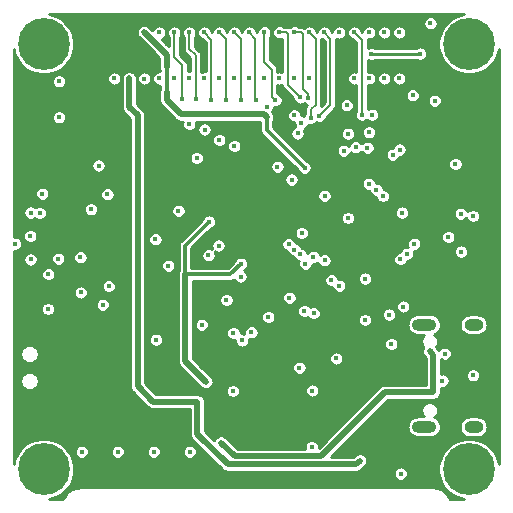
<source format=gbr>
G04 #@! TF.GenerationSoftware,KiCad,Pcbnew,(5.1.6)-1*
G04 #@! TF.CreationDate,2020-10-14T11:51:14+02:00*
G04 #@! TF.ProjectId,DynOSSAT-EDU-OBC,44796e4f-5353-4415-942d-4544552d4f42,rev?*
G04 #@! TF.SameCoordinates,Original*
G04 #@! TF.FileFunction,Copper,L3,Inr*
G04 #@! TF.FilePolarity,Positive*
%FSLAX46Y46*%
G04 Gerber Fmt 4.6, Leading zero omitted, Abs format (unit mm)*
G04 Created by KiCad (PCBNEW (5.1.6)-1) date 2020-10-14 11:51:14*
%MOMM*%
%LPD*%
G01*
G04 APERTURE LIST*
G04 #@! TA.AperFunction,ViaPad*
%ADD10O,2.100000X1.000000*%
G04 #@! TD*
G04 #@! TA.AperFunction,ViaPad*
%ADD11O,1.600000X1.000000*%
G04 #@! TD*
G04 #@! TA.AperFunction,ViaPad*
%ADD12C,4.400000*%
G04 #@! TD*
G04 #@! TA.AperFunction,ViaPad*
%ADD13C,0.700000*%
G04 #@! TD*
G04 #@! TA.AperFunction,ViaPad*
%ADD14C,0.450000*%
G04 #@! TD*
G04 #@! TA.AperFunction,Conductor*
%ADD15C,0.500000*%
G04 #@! TD*
G04 #@! TA.AperFunction,Conductor*
%ADD16C,0.250000*%
G04 #@! TD*
G04 #@! TA.AperFunction,Conductor*
%ADD17C,0.300000*%
G04 #@! TD*
G04 #@! TA.AperFunction,Conductor*
%ADD18C,0.200000*%
G04 #@! TD*
G04 #@! TA.AperFunction,Conductor*
%ADD19C,0.254000*%
G04 #@! TD*
G04 APERTURE END LIST*
D10*
X141590600Y-101672200D03*
D11*
X145770600Y-93036200D03*
D10*
X141590600Y-93032200D03*
D11*
X145770600Y-101676200D03*
D12*
X109370400Y-69263000D03*
D13*
X111020400Y-69263000D03*
X110537126Y-70429726D03*
X109370400Y-70913000D03*
X108203674Y-70429726D03*
X107720400Y-69263000D03*
X108203674Y-68096274D03*
X109370400Y-67613000D03*
X110537126Y-68096274D03*
X146537526Y-68096274D03*
X145370800Y-67613000D03*
X144204074Y-68096274D03*
X143720800Y-69263000D03*
X144204074Y-70429726D03*
X145370800Y-70913000D03*
X146537526Y-70429726D03*
X147020800Y-69263000D03*
D12*
X145370800Y-69263000D03*
X109370400Y-105260400D03*
D13*
X111020400Y-105260400D03*
X110537126Y-106427126D03*
X109370400Y-106910400D03*
X108203674Y-106427126D03*
X107720400Y-105260400D03*
X108203674Y-104093674D03*
X109370400Y-103610400D03*
X110537126Y-104093674D03*
X146537526Y-104093674D03*
X145370800Y-103610400D03*
X144204074Y-104093674D03*
X143720800Y-105260400D03*
X144204074Y-106427126D03*
X145370800Y-106910400D03*
X146537526Y-106427126D03*
X147020800Y-105260400D03*
D12*
X145370800Y-105260400D03*
D14*
X108229400Y-85521800D03*
X122326400Y-78917800D03*
X118821200Y-85801200D03*
X119913400Y-88036400D03*
X114376200Y-91338400D03*
X118872000Y-94310200D03*
X131216400Y-85267800D03*
X142468600Y-74066400D03*
X114757200Y-81991200D03*
X132054600Y-103378000D03*
X139471400Y-72181000D03*
X134391400Y-68281000D03*
X119151400Y-68281000D03*
X109728000Y-91694000D03*
X110667800Y-75463400D03*
X110667800Y-72415400D03*
X114007900Y-79552800D03*
X112598200Y-103784400D03*
X115646200Y-103784400D03*
X118694200Y-103784400D03*
X121742200Y-103784400D03*
X139598400Y-105638600D03*
X138785600Y-94665800D03*
X124171000Y-86325000D03*
X124841000Y-90932000D03*
X120777000Y-83388200D03*
X109042200Y-83566000D03*
X145719800Y-83820000D03*
X123317000Y-87147400D03*
X128041400Y-72181000D03*
X136906000Y-76733400D03*
X130860800Y-76835000D03*
X133146800Y-82118200D03*
X131521200Y-87858600D03*
X130167994Y-90753653D03*
X128375900Y-92375498D03*
X139700000Y-83540600D03*
X122758200Y-93040200D03*
X125425200Y-93726000D03*
X140741400Y-86182200D03*
X144703800Y-86842600D03*
X136575800Y-89128600D03*
X136566032Y-92618168D03*
X138607800Y-92176600D03*
X142113000Y-67513200D03*
X135128000Y-76860402D03*
X144221200Y-79425800D03*
X108254800Y-87503000D03*
X109753400Y-88747600D03*
X136931400Y-68281000D03*
X131013200Y-96672400D03*
X144678400Y-83642200D03*
X137109200Y-70104000D03*
X141224000Y-70078600D03*
X117881400Y-68281000D03*
X131453400Y-79742381D03*
X128244600Y-75438000D03*
X120421400Y-68281000D03*
X121081800Y-73914000D03*
X121691400Y-68281000D03*
X122224800Y-73939388D03*
X122961400Y-68281000D03*
X123571000Y-73964800D03*
X138201400Y-72181000D03*
X124231400Y-68281000D03*
X124815600Y-73990200D03*
X125501400Y-68281000D03*
X126085600Y-73990200D03*
X126771400Y-72181000D03*
X130581400Y-86664800D03*
X126771400Y-68281000D03*
X127330200Y-73964800D03*
X120421400Y-72181000D03*
X134391400Y-89738200D03*
X121691400Y-72181000D03*
X133731000Y-89254005D03*
X121691400Y-76047600D03*
X131851400Y-72181000D03*
X131191000Y-75920600D03*
X130352800Y-80746600D03*
X130581400Y-72181000D03*
X130565774Y-75295374D03*
X129159000Y-79654400D03*
X138201400Y-68281000D03*
X139471400Y-68281000D03*
X140614400Y-73609200D03*
X108254800Y-83540600D03*
X106934000Y-86182200D03*
X121335800Y-88773000D03*
X109245400Y-81940400D03*
X110606727Y-87441927D03*
X126076200Y-87868000D03*
X123367800Y-84302600D03*
X123113800Y-97891600D03*
X124396500Y-103022400D03*
X142036800Y-95275400D03*
X142345811Y-98750989D03*
X135661400Y-68281000D03*
X126949200Y-93675200D03*
X135128000Y-83997800D03*
X136880600Y-81102200D03*
X136779000Y-78054200D03*
X136310461Y-75261376D03*
X135661400Y-72181000D03*
X137541000Y-81610200D03*
X138912600Y-78638400D03*
X112471200Y-87325200D03*
X112496600Y-90297000D03*
X114884200Y-89763600D03*
X113372900Y-83248500D03*
X136931400Y-72181000D03*
X138099800Y-82143600D03*
X139496800Y-78206600D03*
X131419600Y-91871800D03*
X126161804Y-94361000D03*
X143129000Y-97764600D03*
X143337000Y-95484768D03*
X129311400Y-68275200D03*
X135785461Y-78000453D03*
X131090775Y-73782497D03*
X135026400Y-74447400D03*
X134137400Y-95885000D03*
X139801600Y-91490800D03*
X122961400Y-72181000D03*
X122986800Y-76504800D03*
X133146800Y-87575701D03*
X124231400Y-72181000D03*
X124232888Y-77392312D03*
X132207000Y-87274400D03*
X125501400Y-72181000D03*
X125501400Y-77901800D03*
X131080745Y-87080921D03*
X119151400Y-72181000D03*
X132232400Y-92049600D03*
X126034800Y-88950804D03*
X143611600Y-85598000D03*
X129311400Y-72181000D03*
X130098800Y-86207600D03*
X128256207Y-74578575D03*
X116611400Y-72181000D03*
X115341400Y-72180976D03*
X122377200Y-99542600D03*
X136118600Y-104533700D03*
X115570000Y-80772000D03*
X118618000Y-80772000D03*
X115824000Y-92710000D03*
X118872000Y-92710000D03*
X118872000Y-89662000D03*
X116154200Y-89662000D03*
X108737400Y-80111600D03*
X133121400Y-72180990D03*
X134391400Y-72181000D03*
X115341400Y-68275200D03*
X116611400Y-68275200D03*
X132105400Y-102387400D03*
X146329400Y-90220796D03*
X115925600Y-86893400D03*
X127381000Y-101676200D03*
X127457200Y-103327200D03*
X137718800Y-93878400D03*
X130073400Y-80035400D03*
X143611600Y-83489800D03*
X138988800Y-83337400D03*
X129540000Y-75488800D03*
X128473200Y-90170000D03*
X129997200Y-92396810D03*
X133604000Y-93827600D03*
X143814800Y-78816200D03*
X125476000Y-95021400D03*
X135001000Y-97409000D03*
X144119600Y-88722200D03*
X145669000Y-81686400D03*
X128498500Y-105943290D03*
X125387100Y-98640900D03*
X132092700Y-98602800D03*
X117881400Y-72186800D03*
X131851400Y-68281000D03*
X139547600Y-87477600D03*
X131978400Y-75539600D03*
X133121400Y-68281000D03*
X140131800Y-87020400D03*
X132715000Y-75328010D03*
X145719800Y-97307400D03*
X130581400Y-68275200D03*
X131774677Y-73806000D03*
X137160000Y-75260200D03*
X128041400Y-68275200D03*
X128981200Y-74015600D03*
X134772400Y-78308200D03*
D15*
X141478000Y-101650800D02*
X141478000Y-101565348D01*
D16*
X137109200Y-70104000D02*
X141198600Y-70104000D01*
X141198600Y-70104000D02*
X141224000Y-70078600D01*
D15*
X117881400Y-68281000D02*
X119293401Y-69693001D01*
X119293401Y-69693001D02*
X119293401Y-69712601D01*
X119293401Y-69712601D02*
X119786400Y-70205600D01*
X119786400Y-70205600D02*
X119786400Y-71221600D01*
D17*
X128244600Y-76533581D02*
X131453400Y-79742381D01*
X128244600Y-75438000D02*
X128244600Y-76533581D01*
X119786400Y-71221600D02*
X119786400Y-73329800D01*
D15*
X120954800Y-75209400D02*
X128016000Y-75209400D01*
X119786400Y-73329800D02*
X119786400Y-74041000D01*
X128016000Y-75209400D02*
X128244600Y-75438000D01*
X119786400Y-74041000D02*
X120954800Y-75209400D01*
D18*
X120421400Y-70383400D02*
X120421400Y-68281000D01*
X121081800Y-73914000D02*
X121081800Y-71043800D01*
X121081800Y-71043800D02*
X120421400Y-70383400D01*
X121691400Y-69681000D02*
X122224800Y-70214400D01*
X121691400Y-68281000D02*
X121691400Y-69681000D01*
X122224800Y-70214400D02*
X122224800Y-73939388D01*
X122961400Y-68281000D02*
X123571000Y-68890600D01*
X123571000Y-68890600D02*
X123571000Y-73964800D01*
X124231400Y-68281000D02*
X124815600Y-68865200D01*
X124815600Y-68865200D02*
X124815600Y-73990200D01*
X125501400Y-68281000D02*
X126085600Y-68865200D01*
X126085600Y-68865200D02*
X126085600Y-73990200D01*
X127296401Y-73931001D02*
X127330200Y-73964800D01*
X126771400Y-68281000D02*
X127296401Y-68806001D01*
X127296401Y-68806001D02*
X127296401Y-73931001D01*
D17*
X125171200Y-88773000D02*
X126076200Y-87868000D01*
X121335800Y-88773000D02*
X125171200Y-88773000D01*
X121335800Y-88773000D02*
X121335800Y-86334600D01*
X121335800Y-86334600D02*
X123367800Y-84302600D01*
D15*
X121335800Y-96113600D02*
X123113800Y-97891600D01*
X121335800Y-88773000D02*
X121335800Y-96113600D01*
X142345811Y-95584411D02*
X142345811Y-98750989D01*
X142036800Y-95275400D02*
X142345811Y-95584411D01*
X125525289Y-104151189D02*
X132830811Y-104151189D01*
X124396500Y-103022400D02*
X125525289Y-104151189D01*
X132830811Y-104151189D02*
X138231011Y-98750989D01*
X138231011Y-98750989D02*
X142345811Y-98750989D01*
D18*
X135661400Y-68281000D02*
X136310461Y-68930061D01*
X136310461Y-68930061D02*
X136310461Y-75261376D01*
X130051078Y-72742800D02*
X131090775Y-73782497D01*
X130051078Y-68439878D02*
X130051078Y-72742800D01*
X129311400Y-68275200D02*
X129886400Y-68275200D01*
X129886400Y-68275200D02*
X130051078Y-68439878D01*
D15*
X117322600Y-98247200D02*
X118618000Y-99542600D01*
X117322600Y-75311000D02*
X117322600Y-98247200D01*
X116611400Y-72181000D02*
X116611400Y-74599800D01*
X118618000Y-99542600D02*
X122377200Y-99542600D01*
X116611400Y-74599800D02*
X117322600Y-75311000D01*
X122377200Y-99860798D02*
X122377200Y-99542600D01*
X135801100Y-104851200D02*
X124929900Y-104851200D01*
X122377200Y-102298500D02*
X122377200Y-99860798D01*
X124929900Y-104851200D02*
X122377200Y-102298500D01*
X136118600Y-104533700D02*
X135801100Y-104851200D01*
D18*
X131851400Y-68281000D02*
X132381199Y-68810799D01*
X132381199Y-68810799D02*
X132381199Y-74385197D01*
X131978400Y-74787996D02*
X131978400Y-75539600D01*
X132381199Y-74385197D02*
X131978400Y-74787996D01*
X133121400Y-68281000D02*
X133646401Y-68806001D01*
X133646401Y-73465199D02*
X133646401Y-74032601D01*
X133646401Y-68806001D02*
X133646401Y-73465199D01*
X133646401Y-73465199D02*
X133646401Y-74396609D01*
X133646401Y-74396609D02*
X132715000Y-75328010D01*
X131156400Y-68275200D02*
X131323877Y-68442677D01*
X131323877Y-73037002D02*
X131774677Y-73487802D01*
X131323877Y-68442677D02*
X131323877Y-73037002D01*
X131774677Y-73487802D02*
X131774677Y-73806000D01*
X130581400Y-68275200D02*
X131156400Y-68275200D01*
X128676400Y-73710800D02*
X128981200Y-74015600D01*
X128041400Y-68275200D02*
X128041400Y-70789800D01*
X128676400Y-71424800D02*
X128676400Y-73710800D01*
X128041400Y-70789800D02*
X128676400Y-71424800D01*
D19*
G36*
X144617950Y-66781187D02*
G01*
X144148238Y-66975748D01*
X143725509Y-67258207D01*
X143366007Y-67617709D01*
X143083548Y-68040438D01*
X142888987Y-68510150D01*
X142789800Y-69008794D01*
X142789800Y-69517206D01*
X142888987Y-70015850D01*
X143083548Y-70485562D01*
X143366007Y-70908291D01*
X143725509Y-71267793D01*
X144148238Y-71550252D01*
X144617950Y-71744813D01*
X145116594Y-71844000D01*
X145625006Y-71844000D01*
X146123650Y-71744813D01*
X146593362Y-71550252D01*
X147016091Y-71267793D01*
X147375593Y-70908291D01*
X147658052Y-70485562D01*
X147852613Y-70015850D01*
X147916400Y-69695173D01*
X147916401Y-104828232D01*
X147852613Y-104507550D01*
X147658052Y-104037838D01*
X147375593Y-103615109D01*
X147016091Y-103255607D01*
X146593362Y-102973148D01*
X146123650Y-102778587D01*
X145625006Y-102679400D01*
X145116594Y-102679400D01*
X144617950Y-102778587D01*
X144148238Y-102973148D01*
X143725509Y-103255607D01*
X143366007Y-103615109D01*
X143083548Y-104037838D01*
X142888987Y-104507550D01*
X142789800Y-105006194D01*
X142789800Y-105514606D01*
X142888987Y-106013250D01*
X143083548Y-106482962D01*
X143366007Y-106905691D01*
X143725509Y-107265193D01*
X144148238Y-107547652D01*
X144617950Y-107742213D01*
X144957731Y-107809800D01*
X143750411Y-107809800D01*
X143729870Y-107743442D01*
X143713859Y-107705352D01*
X143698373Y-107667022D01*
X143695383Y-107661400D01*
X143695383Y-107661399D01*
X143695380Y-107661395D01*
X143602558Y-107489723D01*
X143579442Y-107455451D01*
X143556816Y-107420875D01*
X143552799Y-107415950D01*
X143552793Y-107415942D01*
X143552786Y-107415935D01*
X143428387Y-107265563D01*
X143399057Y-107236437D01*
X143370146Y-107206913D01*
X143365245Y-107202859D01*
X143365239Y-107202853D01*
X143365232Y-107202849D01*
X143213997Y-107079504D01*
X143179553Y-107056619D01*
X143145472Y-107033283D01*
X143139879Y-107030259D01*
X143139871Y-107030254D01*
X143139863Y-107030251D01*
X142967549Y-106938630D01*
X142929354Y-106922887D01*
X142891351Y-106906599D01*
X142885269Y-106904716D01*
X142698432Y-106848307D01*
X142657907Y-106840283D01*
X142617464Y-106831686D01*
X142611132Y-106831021D01*
X142416898Y-106811976D01*
X142416892Y-106811976D01*
X142394798Y-106809800D01*
X112348256Y-106809803D01*
X112328670Y-106811732D01*
X112324089Y-106811700D01*
X112317752Y-106812322D01*
X112123656Y-106832723D01*
X112083167Y-106841034D01*
X112042575Y-106848777D01*
X112036481Y-106850617D01*
X112036475Y-106850619D01*
X111850042Y-106908330D01*
X111811952Y-106924341D01*
X111773622Y-106939827D01*
X111768004Y-106942815D01*
X111767999Y-106942817D01*
X111767995Y-106942820D01*
X111596323Y-107035642D01*
X111562051Y-107058758D01*
X111527475Y-107081384D01*
X111522550Y-107085401D01*
X111522542Y-107085407D01*
X111522535Y-107085414D01*
X111372163Y-107209813D01*
X111343037Y-107239143D01*
X111313513Y-107268054D01*
X111309459Y-107272955D01*
X111309453Y-107272961D01*
X111309449Y-107272968D01*
X111186104Y-107424203D01*
X111163219Y-107458647D01*
X111139883Y-107492728D01*
X111136859Y-107498321D01*
X111136854Y-107498329D01*
X111136851Y-107498337D01*
X111045230Y-107670651D01*
X111029487Y-107708846D01*
X111013199Y-107746849D01*
X111011316Y-107752931D01*
X110994146Y-107809800D01*
X109783469Y-107809800D01*
X110123250Y-107742213D01*
X110592962Y-107547652D01*
X111015691Y-107265193D01*
X111375193Y-106905691D01*
X111657652Y-106482962D01*
X111852213Y-106013250D01*
X111938608Y-105578914D01*
X138992400Y-105578914D01*
X138992400Y-105698286D01*
X139015688Y-105815364D01*
X139061370Y-105925649D01*
X139127689Y-106024902D01*
X139212098Y-106109311D01*
X139311351Y-106175630D01*
X139421636Y-106221312D01*
X139538714Y-106244600D01*
X139658086Y-106244600D01*
X139775164Y-106221312D01*
X139885449Y-106175630D01*
X139984702Y-106109311D01*
X140069111Y-106024902D01*
X140135430Y-105925649D01*
X140181112Y-105815364D01*
X140204400Y-105698286D01*
X140204400Y-105578914D01*
X140181112Y-105461836D01*
X140135430Y-105351551D01*
X140069111Y-105252298D01*
X139984702Y-105167889D01*
X139885449Y-105101570D01*
X139775164Y-105055888D01*
X139658086Y-105032600D01*
X139538714Y-105032600D01*
X139421636Y-105055888D01*
X139311351Y-105101570D01*
X139212098Y-105167889D01*
X139127689Y-105252298D01*
X139061370Y-105351551D01*
X139015688Y-105461836D01*
X138992400Y-105578914D01*
X111938608Y-105578914D01*
X111951400Y-105514606D01*
X111951400Y-105006194D01*
X111852213Y-104507550D01*
X111657652Y-104037838D01*
X111448429Y-103724714D01*
X111992200Y-103724714D01*
X111992200Y-103844086D01*
X112015488Y-103961164D01*
X112061170Y-104071449D01*
X112127489Y-104170702D01*
X112211898Y-104255111D01*
X112311151Y-104321430D01*
X112421436Y-104367112D01*
X112538514Y-104390400D01*
X112657886Y-104390400D01*
X112774964Y-104367112D01*
X112885249Y-104321430D01*
X112984502Y-104255111D01*
X113068911Y-104170702D01*
X113135230Y-104071449D01*
X113180912Y-103961164D01*
X113204200Y-103844086D01*
X113204200Y-103724714D01*
X115040200Y-103724714D01*
X115040200Y-103844086D01*
X115063488Y-103961164D01*
X115109170Y-104071449D01*
X115175489Y-104170702D01*
X115259898Y-104255111D01*
X115359151Y-104321430D01*
X115469436Y-104367112D01*
X115586514Y-104390400D01*
X115705886Y-104390400D01*
X115822964Y-104367112D01*
X115933249Y-104321430D01*
X116032502Y-104255111D01*
X116116911Y-104170702D01*
X116183230Y-104071449D01*
X116228912Y-103961164D01*
X116252200Y-103844086D01*
X116252200Y-103724714D01*
X118088200Y-103724714D01*
X118088200Y-103844086D01*
X118111488Y-103961164D01*
X118157170Y-104071449D01*
X118223489Y-104170702D01*
X118307898Y-104255111D01*
X118407151Y-104321430D01*
X118517436Y-104367112D01*
X118634514Y-104390400D01*
X118753886Y-104390400D01*
X118870964Y-104367112D01*
X118981249Y-104321430D01*
X119080502Y-104255111D01*
X119164911Y-104170702D01*
X119231230Y-104071449D01*
X119276912Y-103961164D01*
X119300200Y-103844086D01*
X119300200Y-103724714D01*
X121136200Y-103724714D01*
X121136200Y-103844086D01*
X121159488Y-103961164D01*
X121205170Y-104071449D01*
X121271489Y-104170702D01*
X121355898Y-104255111D01*
X121455151Y-104321430D01*
X121565436Y-104367112D01*
X121682514Y-104390400D01*
X121801886Y-104390400D01*
X121918964Y-104367112D01*
X122029249Y-104321430D01*
X122128502Y-104255111D01*
X122212911Y-104170702D01*
X122279230Y-104071449D01*
X122324912Y-103961164D01*
X122348200Y-103844086D01*
X122348200Y-103724714D01*
X122324912Y-103607636D01*
X122279230Y-103497351D01*
X122212911Y-103398098D01*
X122128502Y-103313689D01*
X122029249Y-103247370D01*
X121918964Y-103201688D01*
X121801886Y-103178400D01*
X121682514Y-103178400D01*
X121565436Y-103201688D01*
X121455151Y-103247370D01*
X121355898Y-103313689D01*
X121271489Y-103398098D01*
X121205170Y-103497351D01*
X121159488Y-103607636D01*
X121136200Y-103724714D01*
X119300200Y-103724714D01*
X119276912Y-103607636D01*
X119231230Y-103497351D01*
X119164911Y-103398098D01*
X119080502Y-103313689D01*
X118981249Y-103247370D01*
X118870964Y-103201688D01*
X118753886Y-103178400D01*
X118634514Y-103178400D01*
X118517436Y-103201688D01*
X118407151Y-103247370D01*
X118307898Y-103313689D01*
X118223489Y-103398098D01*
X118157170Y-103497351D01*
X118111488Y-103607636D01*
X118088200Y-103724714D01*
X116252200Y-103724714D01*
X116228912Y-103607636D01*
X116183230Y-103497351D01*
X116116911Y-103398098D01*
X116032502Y-103313689D01*
X115933249Y-103247370D01*
X115822964Y-103201688D01*
X115705886Y-103178400D01*
X115586514Y-103178400D01*
X115469436Y-103201688D01*
X115359151Y-103247370D01*
X115259898Y-103313689D01*
X115175489Y-103398098D01*
X115109170Y-103497351D01*
X115063488Y-103607636D01*
X115040200Y-103724714D01*
X113204200Y-103724714D01*
X113180912Y-103607636D01*
X113135230Y-103497351D01*
X113068911Y-103398098D01*
X112984502Y-103313689D01*
X112885249Y-103247370D01*
X112774964Y-103201688D01*
X112657886Y-103178400D01*
X112538514Y-103178400D01*
X112421436Y-103201688D01*
X112311151Y-103247370D01*
X112211898Y-103313689D01*
X112127489Y-103398098D01*
X112061170Y-103497351D01*
X112015488Y-103607636D01*
X111992200Y-103724714D01*
X111448429Y-103724714D01*
X111375193Y-103615109D01*
X111015691Y-103255607D01*
X110592962Y-102973148D01*
X110123250Y-102778587D01*
X109624606Y-102679400D01*
X109116194Y-102679400D01*
X108617550Y-102778587D01*
X108147838Y-102973148D01*
X107725109Y-103255607D01*
X107365607Y-103615109D01*
X107083148Y-104037838D01*
X106888587Y-104507550D01*
X106828400Y-104810129D01*
X106828400Y-97720078D01*
X107391400Y-97720078D01*
X107391400Y-97873922D01*
X107421413Y-98024809D01*
X107480287Y-98166942D01*
X107565758Y-98294859D01*
X107674541Y-98403642D01*
X107802458Y-98489113D01*
X107944591Y-98547987D01*
X108095478Y-98578000D01*
X108249322Y-98578000D01*
X108400209Y-98547987D01*
X108542342Y-98489113D01*
X108670259Y-98403642D01*
X108779042Y-98294859D01*
X108864513Y-98166942D01*
X108923387Y-98024809D01*
X108953400Y-97873922D01*
X108953400Y-97720078D01*
X108923387Y-97569191D01*
X108864513Y-97427058D01*
X108779042Y-97299141D01*
X108670259Y-97190358D01*
X108542342Y-97104887D01*
X108400209Y-97046013D01*
X108249322Y-97016000D01*
X108095478Y-97016000D01*
X107944591Y-97046013D01*
X107802458Y-97104887D01*
X107674541Y-97190358D01*
X107565758Y-97299141D01*
X107480287Y-97427058D01*
X107421413Y-97569191D01*
X107391400Y-97720078D01*
X106828400Y-97720078D01*
X106828400Y-95420078D01*
X107391400Y-95420078D01*
X107391400Y-95573922D01*
X107421413Y-95724809D01*
X107480287Y-95866942D01*
X107565758Y-95994859D01*
X107674541Y-96103642D01*
X107802458Y-96189113D01*
X107944591Y-96247987D01*
X108095478Y-96278000D01*
X108249322Y-96278000D01*
X108400209Y-96247987D01*
X108542342Y-96189113D01*
X108670259Y-96103642D01*
X108779042Y-95994859D01*
X108864513Y-95866942D01*
X108923387Y-95724809D01*
X108953400Y-95573922D01*
X108953400Y-95420078D01*
X108923387Y-95269191D01*
X108864513Y-95127058D01*
X108779042Y-94999141D01*
X108670259Y-94890358D01*
X108542342Y-94804887D01*
X108400209Y-94746013D01*
X108249322Y-94716000D01*
X108095478Y-94716000D01*
X107944591Y-94746013D01*
X107802458Y-94804887D01*
X107674541Y-94890358D01*
X107565758Y-94999141D01*
X107480287Y-95127058D01*
X107421413Y-95269191D01*
X107391400Y-95420078D01*
X106828400Y-95420078D01*
X106828400Y-91634314D01*
X109122000Y-91634314D01*
X109122000Y-91753686D01*
X109145288Y-91870764D01*
X109190970Y-91981049D01*
X109257289Y-92080302D01*
X109341698Y-92164711D01*
X109440951Y-92231030D01*
X109551236Y-92276712D01*
X109668314Y-92300000D01*
X109787686Y-92300000D01*
X109904764Y-92276712D01*
X110015049Y-92231030D01*
X110114302Y-92164711D01*
X110198711Y-92080302D01*
X110265030Y-91981049D01*
X110310712Y-91870764D01*
X110334000Y-91753686D01*
X110334000Y-91634314D01*
X110310712Y-91517236D01*
X110265030Y-91406951D01*
X110198711Y-91307698D01*
X110169727Y-91278714D01*
X113770200Y-91278714D01*
X113770200Y-91398086D01*
X113793488Y-91515164D01*
X113839170Y-91625449D01*
X113905489Y-91724702D01*
X113989898Y-91809111D01*
X114089151Y-91875430D01*
X114199436Y-91921112D01*
X114316514Y-91944400D01*
X114435886Y-91944400D01*
X114552964Y-91921112D01*
X114663249Y-91875430D01*
X114762502Y-91809111D01*
X114846911Y-91724702D01*
X114913230Y-91625449D01*
X114958912Y-91515164D01*
X114982200Y-91398086D01*
X114982200Y-91278714D01*
X114958912Y-91161636D01*
X114913230Y-91051351D01*
X114846911Y-90952098D01*
X114762502Y-90867689D01*
X114663249Y-90801370D01*
X114552964Y-90755688D01*
X114435886Y-90732400D01*
X114316514Y-90732400D01*
X114199436Y-90755688D01*
X114089151Y-90801370D01*
X113989898Y-90867689D01*
X113905489Y-90952098D01*
X113839170Y-91051351D01*
X113793488Y-91161636D01*
X113770200Y-91278714D01*
X110169727Y-91278714D01*
X110114302Y-91223289D01*
X110015049Y-91156970D01*
X109904764Y-91111288D01*
X109787686Y-91088000D01*
X109668314Y-91088000D01*
X109551236Y-91111288D01*
X109440951Y-91156970D01*
X109341698Y-91223289D01*
X109257289Y-91307698D01*
X109190970Y-91406951D01*
X109145288Y-91517236D01*
X109122000Y-91634314D01*
X106828400Y-91634314D01*
X106828400Y-90237314D01*
X111890600Y-90237314D01*
X111890600Y-90356686D01*
X111913888Y-90473764D01*
X111959570Y-90584049D01*
X112025889Y-90683302D01*
X112110298Y-90767711D01*
X112209551Y-90834030D01*
X112319836Y-90879712D01*
X112436914Y-90903000D01*
X112556286Y-90903000D01*
X112673364Y-90879712D01*
X112783649Y-90834030D01*
X112882902Y-90767711D01*
X112967311Y-90683302D01*
X113033630Y-90584049D01*
X113079312Y-90473764D01*
X113102600Y-90356686D01*
X113102600Y-90237314D01*
X113079312Y-90120236D01*
X113033630Y-90009951D01*
X112967311Y-89910698D01*
X112882902Y-89826289D01*
X112783649Y-89759970D01*
X112673364Y-89714288D01*
X112621210Y-89703914D01*
X114278200Y-89703914D01*
X114278200Y-89823286D01*
X114301488Y-89940364D01*
X114347170Y-90050649D01*
X114413489Y-90149902D01*
X114497898Y-90234311D01*
X114597151Y-90300630D01*
X114707436Y-90346312D01*
X114824514Y-90369600D01*
X114943886Y-90369600D01*
X115060964Y-90346312D01*
X115171249Y-90300630D01*
X115270502Y-90234311D01*
X115354911Y-90149902D01*
X115421230Y-90050649D01*
X115466912Y-89940364D01*
X115490200Y-89823286D01*
X115490200Y-89703914D01*
X115466912Y-89586836D01*
X115421230Y-89476551D01*
X115354911Y-89377298D01*
X115270502Y-89292889D01*
X115171249Y-89226570D01*
X115060964Y-89180888D01*
X114943886Y-89157600D01*
X114824514Y-89157600D01*
X114707436Y-89180888D01*
X114597151Y-89226570D01*
X114497898Y-89292889D01*
X114413489Y-89377298D01*
X114347170Y-89476551D01*
X114301488Y-89586836D01*
X114278200Y-89703914D01*
X112621210Y-89703914D01*
X112556286Y-89691000D01*
X112436914Y-89691000D01*
X112319836Y-89714288D01*
X112209551Y-89759970D01*
X112110298Y-89826289D01*
X112025889Y-89910698D01*
X111959570Y-90009951D01*
X111913888Y-90120236D01*
X111890600Y-90237314D01*
X106828400Y-90237314D01*
X106828400Y-88687914D01*
X109147400Y-88687914D01*
X109147400Y-88807286D01*
X109170688Y-88924364D01*
X109216370Y-89034649D01*
X109282689Y-89133902D01*
X109367098Y-89218311D01*
X109466351Y-89284630D01*
X109576636Y-89330312D01*
X109693714Y-89353600D01*
X109813086Y-89353600D01*
X109930164Y-89330312D01*
X110040449Y-89284630D01*
X110139702Y-89218311D01*
X110224111Y-89133902D01*
X110290430Y-89034649D01*
X110336112Y-88924364D01*
X110359400Y-88807286D01*
X110359400Y-88687914D01*
X110336112Y-88570836D01*
X110290430Y-88460551D01*
X110224111Y-88361298D01*
X110139702Y-88276889D01*
X110040449Y-88210570D01*
X109930164Y-88164888D01*
X109813086Y-88141600D01*
X109693714Y-88141600D01*
X109576636Y-88164888D01*
X109466351Y-88210570D01*
X109367098Y-88276889D01*
X109282689Y-88361298D01*
X109216370Y-88460551D01*
X109170688Y-88570836D01*
X109147400Y-88687914D01*
X106828400Y-88687914D01*
X106828400Y-87443314D01*
X107648800Y-87443314D01*
X107648800Y-87562686D01*
X107672088Y-87679764D01*
X107717770Y-87790049D01*
X107784089Y-87889302D01*
X107868498Y-87973711D01*
X107967751Y-88040030D01*
X108078036Y-88085712D01*
X108195114Y-88109000D01*
X108314486Y-88109000D01*
X108431564Y-88085712D01*
X108541849Y-88040030D01*
X108641102Y-87973711D01*
X108725511Y-87889302D01*
X108791830Y-87790049D01*
X108837512Y-87679764D01*
X108860800Y-87562686D01*
X108860800Y-87443314D01*
X108848652Y-87382241D01*
X110000727Y-87382241D01*
X110000727Y-87501613D01*
X110024015Y-87618691D01*
X110069697Y-87728976D01*
X110136016Y-87828229D01*
X110220425Y-87912638D01*
X110319678Y-87978957D01*
X110429963Y-88024639D01*
X110547041Y-88047927D01*
X110666413Y-88047927D01*
X110783491Y-88024639D01*
X110893776Y-87978957D01*
X110993029Y-87912638D01*
X111077438Y-87828229D01*
X111143757Y-87728976D01*
X111189439Y-87618691D01*
X111212727Y-87501613D01*
X111212727Y-87382241D01*
X111189509Y-87265514D01*
X111865200Y-87265514D01*
X111865200Y-87384886D01*
X111888488Y-87501964D01*
X111934170Y-87612249D01*
X112000489Y-87711502D01*
X112084898Y-87795911D01*
X112184151Y-87862230D01*
X112294436Y-87907912D01*
X112411514Y-87931200D01*
X112530886Y-87931200D01*
X112647964Y-87907912D01*
X112758249Y-87862230D01*
X112857502Y-87795911D01*
X112941911Y-87711502D01*
X113008230Y-87612249D01*
X113053912Y-87501964D01*
X113077200Y-87384886D01*
X113077200Y-87265514D01*
X113053912Y-87148436D01*
X113008230Y-87038151D01*
X112941911Y-86938898D01*
X112857502Y-86854489D01*
X112758249Y-86788170D01*
X112647964Y-86742488D01*
X112530886Y-86719200D01*
X112411514Y-86719200D01*
X112294436Y-86742488D01*
X112184151Y-86788170D01*
X112084898Y-86854489D01*
X112000489Y-86938898D01*
X111934170Y-87038151D01*
X111888488Y-87148436D01*
X111865200Y-87265514D01*
X111189509Y-87265514D01*
X111189439Y-87265163D01*
X111143757Y-87154878D01*
X111077438Y-87055625D01*
X110993029Y-86971216D01*
X110893776Y-86904897D01*
X110783491Y-86859215D01*
X110666413Y-86835927D01*
X110547041Y-86835927D01*
X110429963Y-86859215D01*
X110319678Y-86904897D01*
X110220425Y-86971216D01*
X110136016Y-87055625D01*
X110069697Y-87154878D01*
X110024015Y-87265163D01*
X110000727Y-87382241D01*
X108848652Y-87382241D01*
X108837512Y-87326236D01*
X108791830Y-87215951D01*
X108725511Y-87116698D01*
X108641102Y-87032289D01*
X108541849Y-86965970D01*
X108431564Y-86920288D01*
X108314486Y-86897000D01*
X108195114Y-86897000D01*
X108078036Y-86920288D01*
X107967751Y-86965970D01*
X107868498Y-87032289D01*
X107784089Y-87116698D01*
X107717770Y-87215951D01*
X107672088Y-87326236D01*
X107648800Y-87443314D01*
X106828400Y-87443314D01*
X106828400Y-86779067D01*
X106874314Y-86788200D01*
X106993686Y-86788200D01*
X107110764Y-86764912D01*
X107221049Y-86719230D01*
X107320302Y-86652911D01*
X107404711Y-86568502D01*
X107471030Y-86469249D01*
X107516712Y-86358964D01*
X107540000Y-86241886D01*
X107540000Y-86122514D01*
X107516712Y-86005436D01*
X107471030Y-85895151D01*
X107404711Y-85795898D01*
X107320302Y-85711489D01*
X107221049Y-85645170D01*
X107110764Y-85599488D01*
X106993686Y-85576200D01*
X106874314Y-85576200D01*
X106828400Y-85585333D01*
X106828400Y-85462114D01*
X107623400Y-85462114D01*
X107623400Y-85581486D01*
X107646688Y-85698564D01*
X107692370Y-85808849D01*
X107758689Y-85908102D01*
X107843098Y-85992511D01*
X107942351Y-86058830D01*
X108052636Y-86104512D01*
X108169714Y-86127800D01*
X108289086Y-86127800D01*
X108406164Y-86104512D01*
X108516449Y-86058830D01*
X108615702Y-85992511D01*
X108700111Y-85908102D01*
X108766430Y-85808849D01*
X108812112Y-85698564D01*
X108835400Y-85581486D01*
X108835400Y-85462114D01*
X108812112Y-85345036D01*
X108766430Y-85234751D01*
X108700111Y-85135498D01*
X108615702Y-85051089D01*
X108516449Y-84984770D01*
X108406164Y-84939088D01*
X108289086Y-84915800D01*
X108169714Y-84915800D01*
X108052636Y-84939088D01*
X107942351Y-84984770D01*
X107843098Y-85051089D01*
X107758689Y-85135498D01*
X107692370Y-85234751D01*
X107646688Y-85345036D01*
X107623400Y-85462114D01*
X106828400Y-85462114D01*
X106828400Y-83480914D01*
X107648800Y-83480914D01*
X107648800Y-83600286D01*
X107672088Y-83717364D01*
X107717770Y-83827649D01*
X107784089Y-83926902D01*
X107868498Y-84011311D01*
X107967751Y-84077630D01*
X108078036Y-84123312D01*
X108195114Y-84146600D01*
X108314486Y-84146600D01*
X108431564Y-84123312D01*
X108541849Y-84077630D01*
X108634745Y-84015558D01*
X108655898Y-84036711D01*
X108755151Y-84103030D01*
X108865436Y-84148712D01*
X108982514Y-84172000D01*
X109101886Y-84172000D01*
X109218964Y-84148712D01*
X109329249Y-84103030D01*
X109428502Y-84036711D01*
X109512911Y-83952302D01*
X109579230Y-83853049D01*
X109624912Y-83742764D01*
X109648200Y-83625686D01*
X109648200Y-83506314D01*
X109624912Y-83389236D01*
X109579230Y-83278951D01*
X109519003Y-83188814D01*
X112766900Y-83188814D01*
X112766900Y-83308186D01*
X112790188Y-83425264D01*
X112835870Y-83535549D01*
X112902189Y-83634802D01*
X112986598Y-83719211D01*
X113085851Y-83785530D01*
X113196136Y-83831212D01*
X113313214Y-83854500D01*
X113432586Y-83854500D01*
X113549664Y-83831212D01*
X113659949Y-83785530D01*
X113759202Y-83719211D01*
X113843611Y-83634802D01*
X113909930Y-83535549D01*
X113955612Y-83425264D01*
X113978900Y-83308186D01*
X113978900Y-83188814D01*
X113955612Y-83071736D01*
X113909930Y-82961451D01*
X113843611Y-82862198D01*
X113759202Y-82777789D01*
X113659949Y-82711470D01*
X113549664Y-82665788D01*
X113432586Y-82642500D01*
X113313214Y-82642500D01*
X113196136Y-82665788D01*
X113085851Y-82711470D01*
X112986598Y-82777789D01*
X112902189Y-82862198D01*
X112835870Y-82961451D01*
X112790188Y-83071736D01*
X112766900Y-83188814D01*
X109519003Y-83188814D01*
X109512911Y-83179698D01*
X109428502Y-83095289D01*
X109329249Y-83028970D01*
X109218964Y-82983288D01*
X109101886Y-82960000D01*
X108982514Y-82960000D01*
X108865436Y-82983288D01*
X108755151Y-83028970D01*
X108662255Y-83091042D01*
X108641102Y-83069889D01*
X108541849Y-83003570D01*
X108431564Y-82957888D01*
X108314486Y-82934600D01*
X108195114Y-82934600D01*
X108078036Y-82957888D01*
X107967751Y-83003570D01*
X107868498Y-83069889D01*
X107784089Y-83154298D01*
X107717770Y-83253551D01*
X107672088Y-83363836D01*
X107648800Y-83480914D01*
X106828400Y-83480914D01*
X106828400Y-81880714D01*
X108639400Y-81880714D01*
X108639400Y-82000086D01*
X108662688Y-82117164D01*
X108708370Y-82227449D01*
X108774689Y-82326702D01*
X108859098Y-82411111D01*
X108958351Y-82477430D01*
X109068636Y-82523112D01*
X109185714Y-82546400D01*
X109305086Y-82546400D01*
X109422164Y-82523112D01*
X109532449Y-82477430D01*
X109631702Y-82411111D01*
X109716111Y-82326702D01*
X109782430Y-82227449D01*
X109828112Y-82117164D01*
X109851400Y-82000086D01*
X109851400Y-81931514D01*
X114151200Y-81931514D01*
X114151200Y-82050886D01*
X114174488Y-82167964D01*
X114220170Y-82278249D01*
X114286489Y-82377502D01*
X114370898Y-82461911D01*
X114470151Y-82528230D01*
X114580436Y-82573912D01*
X114697514Y-82597200D01*
X114816886Y-82597200D01*
X114933964Y-82573912D01*
X115044249Y-82528230D01*
X115143502Y-82461911D01*
X115227911Y-82377502D01*
X115294230Y-82278249D01*
X115339912Y-82167964D01*
X115363200Y-82050886D01*
X115363200Y-81931514D01*
X115339912Y-81814436D01*
X115294230Y-81704151D01*
X115227911Y-81604898D01*
X115143502Y-81520489D01*
X115044249Y-81454170D01*
X114933964Y-81408488D01*
X114816886Y-81385200D01*
X114697514Y-81385200D01*
X114580436Y-81408488D01*
X114470151Y-81454170D01*
X114370898Y-81520489D01*
X114286489Y-81604898D01*
X114220170Y-81704151D01*
X114174488Y-81814436D01*
X114151200Y-81931514D01*
X109851400Y-81931514D01*
X109851400Y-81880714D01*
X109828112Y-81763636D01*
X109782430Y-81653351D01*
X109716111Y-81554098D01*
X109631702Y-81469689D01*
X109532449Y-81403370D01*
X109422164Y-81357688D01*
X109305086Y-81334400D01*
X109185714Y-81334400D01*
X109068636Y-81357688D01*
X108958351Y-81403370D01*
X108859098Y-81469689D01*
X108774689Y-81554098D01*
X108708370Y-81653351D01*
X108662688Y-81763636D01*
X108639400Y-81880714D01*
X106828400Y-81880714D01*
X106828400Y-79493114D01*
X113401900Y-79493114D01*
X113401900Y-79612486D01*
X113425188Y-79729564D01*
X113470870Y-79839849D01*
X113537189Y-79939102D01*
X113621598Y-80023511D01*
X113720851Y-80089830D01*
X113831136Y-80135512D01*
X113948214Y-80158800D01*
X114067586Y-80158800D01*
X114184664Y-80135512D01*
X114294949Y-80089830D01*
X114394202Y-80023511D01*
X114478611Y-79939102D01*
X114544930Y-79839849D01*
X114590612Y-79729564D01*
X114613900Y-79612486D01*
X114613900Y-79493114D01*
X114590612Y-79376036D01*
X114544930Y-79265751D01*
X114478611Y-79166498D01*
X114394202Y-79082089D01*
X114294949Y-79015770D01*
X114184664Y-78970088D01*
X114067586Y-78946800D01*
X113948214Y-78946800D01*
X113831136Y-78970088D01*
X113720851Y-79015770D01*
X113621598Y-79082089D01*
X113537189Y-79166498D01*
X113470870Y-79265751D01*
X113425188Y-79376036D01*
X113401900Y-79493114D01*
X106828400Y-79493114D01*
X106828400Y-75403714D01*
X110061800Y-75403714D01*
X110061800Y-75523086D01*
X110085088Y-75640164D01*
X110130770Y-75750449D01*
X110197089Y-75849702D01*
X110281498Y-75934111D01*
X110380751Y-76000430D01*
X110491036Y-76046112D01*
X110608114Y-76069400D01*
X110727486Y-76069400D01*
X110844564Y-76046112D01*
X110954849Y-76000430D01*
X111054102Y-75934111D01*
X111138511Y-75849702D01*
X111204830Y-75750449D01*
X111250512Y-75640164D01*
X111273800Y-75523086D01*
X111273800Y-75403714D01*
X111250512Y-75286636D01*
X111204830Y-75176351D01*
X111138511Y-75077098D01*
X111054102Y-74992689D01*
X110954849Y-74926370D01*
X110844564Y-74880688D01*
X110727486Y-74857400D01*
X110608114Y-74857400D01*
X110491036Y-74880688D01*
X110380751Y-74926370D01*
X110281498Y-74992689D01*
X110197089Y-75077098D01*
X110130770Y-75176351D01*
X110085088Y-75286636D01*
X110061800Y-75403714D01*
X106828400Y-75403714D01*
X106828400Y-74599800D01*
X115977348Y-74599800D01*
X115989530Y-74723497D01*
X116025611Y-74842441D01*
X116084204Y-74952060D01*
X116143297Y-75024065D01*
X116143300Y-75024068D01*
X116163058Y-75048143D01*
X116187133Y-75067901D01*
X116691600Y-75572369D01*
X116691601Y-98216200D01*
X116688548Y-98247200D01*
X116700730Y-98370897D01*
X116736811Y-98489841D01*
X116795404Y-98599460D01*
X116854497Y-98671465D01*
X116854500Y-98671468D01*
X116874258Y-98695543D01*
X116898333Y-98715301D01*
X118149899Y-99966868D01*
X118169657Y-99990943D01*
X118265739Y-100069796D01*
X118375358Y-100128389D01*
X118494302Y-100164470D01*
X118587002Y-100173600D01*
X118587011Y-100173600D01*
X118617999Y-100176652D01*
X118648987Y-100173600D01*
X121746201Y-100173600D01*
X121746200Y-102267509D01*
X121743148Y-102298500D01*
X121746200Y-102329490D01*
X121746200Y-102329497D01*
X121755330Y-102422197D01*
X121791411Y-102541141D01*
X121850004Y-102650760D01*
X121928857Y-102746843D01*
X121952937Y-102766605D01*
X124461799Y-105275468D01*
X124481557Y-105299543D01*
X124577639Y-105378396D01*
X124687258Y-105436989D01*
X124806202Y-105473070D01*
X124898902Y-105482200D01*
X124898909Y-105482200D01*
X124929900Y-105485252D01*
X124960890Y-105482200D01*
X135770110Y-105482200D01*
X135801100Y-105485252D01*
X135832090Y-105482200D01*
X135832098Y-105482200D01*
X135924798Y-105473070D01*
X136043742Y-105436989D01*
X136153361Y-105378396D01*
X136249443Y-105299543D01*
X136269205Y-105275463D01*
X136586703Y-104957965D01*
X136645796Y-104885960D01*
X136704389Y-104776342D01*
X136740470Y-104657398D01*
X136752652Y-104533700D01*
X136740470Y-104410003D01*
X136704389Y-104291059D01*
X136645796Y-104181440D01*
X136566943Y-104085357D01*
X136470860Y-104006504D01*
X136361241Y-103947911D01*
X136242297Y-103911830D01*
X136118600Y-103899648D01*
X135994902Y-103911830D01*
X135875958Y-103947911D01*
X135766340Y-104006504D01*
X135694335Y-104065597D01*
X135539732Y-104220200D01*
X133654168Y-104220200D01*
X136202168Y-101672200D01*
X140155338Y-101672200D01*
X140172348Y-101844906D01*
X140222725Y-102010975D01*
X140304532Y-102164025D01*
X140414625Y-102298175D01*
X140548775Y-102408268D01*
X140701825Y-102490075D01*
X140867894Y-102540452D01*
X140997327Y-102553200D01*
X142183873Y-102553200D01*
X142313306Y-102540452D01*
X142479375Y-102490075D01*
X142632425Y-102408268D01*
X142766575Y-102298175D01*
X142876668Y-102164025D01*
X142958475Y-102010975D01*
X143008852Y-101844906D01*
X143025468Y-101676200D01*
X144585338Y-101676200D01*
X144602348Y-101848906D01*
X144652725Y-102014975D01*
X144734532Y-102168025D01*
X144844625Y-102302175D01*
X144978775Y-102412268D01*
X145131825Y-102494075D01*
X145297894Y-102544452D01*
X145427327Y-102557200D01*
X146113873Y-102557200D01*
X146243306Y-102544452D01*
X146409375Y-102494075D01*
X146562425Y-102412268D01*
X146696575Y-102302175D01*
X146806668Y-102168025D01*
X146888475Y-102014975D01*
X146938852Y-101848906D01*
X146955862Y-101676200D01*
X146938852Y-101503494D01*
X146888475Y-101337425D01*
X146806668Y-101184375D01*
X146696575Y-101050225D01*
X146562425Y-100940132D01*
X146409375Y-100858325D01*
X146243306Y-100807948D01*
X146113873Y-100795200D01*
X145427327Y-100795200D01*
X145297894Y-100807948D01*
X145131825Y-100858325D01*
X144978775Y-100940132D01*
X144844625Y-101050225D01*
X144734532Y-101184375D01*
X144652725Y-101337425D01*
X144602348Y-101503494D01*
X144585338Y-101676200D01*
X143025468Y-101676200D01*
X143025862Y-101672200D01*
X143008852Y-101499494D01*
X142958475Y-101333425D01*
X142876668Y-101180375D01*
X142766575Y-101046225D01*
X142632425Y-100936132D01*
X142479375Y-100854325D01*
X142451706Y-100845932D01*
X142485149Y-100823586D01*
X142583486Y-100725249D01*
X142660749Y-100609616D01*
X142713969Y-100481133D01*
X142741100Y-100344735D01*
X142741100Y-100205665D01*
X142713969Y-100069267D01*
X142660749Y-99940784D01*
X142583486Y-99825151D01*
X142485149Y-99726814D01*
X142369516Y-99649551D01*
X142241033Y-99596331D01*
X142104635Y-99569200D01*
X141965565Y-99569200D01*
X141829167Y-99596331D01*
X141700684Y-99649551D01*
X141585051Y-99726814D01*
X141486714Y-99825151D01*
X141409451Y-99940784D01*
X141356231Y-100069267D01*
X141329100Y-100205665D01*
X141329100Y-100344735D01*
X141356231Y-100481133D01*
X141409451Y-100609616D01*
X141486714Y-100725249D01*
X141552665Y-100791200D01*
X140997327Y-100791200D01*
X140867894Y-100803948D01*
X140701825Y-100854325D01*
X140548775Y-100936132D01*
X140414625Y-101046225D01*
X140304532Y-101180375D01*
X140222725Y-101333425D01*
X140172348Y-101499494D01*
X140155338Y-101672200D01*
X136202168Y-101672200D01*
X138492380Y-99381989D01*
X142314813Y-99381989D01*
X142345811Y-99385042D01*
X142376809Y-99381989D01*
X142469509Y-99372859D01*
X142588453Y-99336778D01*
X142698072Y-99278185D01*
X142794154Y-99199332D01*
X142873007Y-99103250D01*
X142931600Y-98993631D01*
X142967681Y-98874687D01*
X142979864Y-98750989D01*
X142976811Y-98719991D01*
X142976811Y-98352200D01*
X143069314Y-98370600D01*
X143188686Y-98370600D01*
X143305764Y-98347312D01*
X143416049Y-98301630D01*
X143515302Y-98235311D01*
X143599711Y-98150902D01*
X143666030Y-98051649D01*
X143711712Y-97941364D01*
X143735000Y-97824286D01*
X143735000Y-97704914D01*
X143711712Y-97587836D01*
X143666030Y-97477551D01*
X143599711Y-97378298D01*
X143515302Y-97293889D01*
X143446197Y-97247714D01*
X145113800Y-97247714D01*
X145113800Y-97367086D01*
X145137088Y-97484164D01*
X145182770Y-97594449D01*
X145249089Y-97693702D01*
X145333498Y-97778111D01*
X145432751Y-97844430D01*
X145543036Y-97890112D01*
X145660114Y-97913400D01*
X145779486Y-97913400D01*
X145896564Y-97890112D01*
X146006849Y-97844430D01*
X146106102Y-97778111D01*
X146190511Y-97693702D01*
X146256830Y-97594449D01*
X146302512Y-97484164D01*
X146325800Y-97367086D01*
X146325800Y-97247714D01*
X146302512Y-97130636D01*
X146256830Y-97020351D01*
X146190511Y-96921098D01*
X146106102Y-96836689D01*
X146006849Y-96770370D01*
X145896564Y-96724688D01*
X145779486Y-96701400D01*
X145660114Y-96701400D01*
X145543036Y-96724688D01*
X145432751Y-96770370D01*
X145333498Y-96836689D01*
X145249089Y-96921098D01*
X145182770Y-97020351D01*
X145137088Y-97130636D01*
X145113800Y-97247714D01*
X143446197Y-97247714D01*
X143416049Y-97227570D01*
X143305764Y-97181888D01*
X143188686Y-97158600D01*
X143069314Y-97158600D01*
X142976811Y-97177000D01*
X142976811Y-95972927D01*
X143049951Y-96021798D01*
X143160236Y-96067480D01*
X143277314Y-96090768D01*
X143396686Y-96090768D01*
X143513764Y-96067480D01*
X143624049Y-96021798D01*
X143723302Y-95955479D01*
X143807711Y-95871070D01*
X143874030Y-95771817D01*
X143919712Y-95661532D01*
X143943000Y-95544454D01*
X143943000Y-95425082D01*
X143919712Y-95308004D01*
X143874030Y-95197719D01*
X143807711Y-95098466D01*
X143723302Y-95014057D01*
X143624049Y-94947738D01*
X143513764Y-94902056D01*
X143396686Y-94878768D01*
X143277314Y-94878768D01*
X143160236Y-94902056D01*
X143049951Y-94947738D01*
X142950698Y-95014057D01*
X142866289Y-95098466D01*
X142820067Y-95167642D01*
X142794154Y-95136068D01*
X142770075Y-95116307D01*
X142560252Y-94906484D01*
X142583486Y-94883249D01*
X142660749Y-94767616D01*
X142713969Y-94639133D01*
X142741100Y-94502735D01*
X142741100Y-94363665D01*
X142713969Y-94227267D01*
X142660749Y-94098784D01*
X142583486Y-93983151D01*
X142485149Y-93884814D01*
X142447589Y-93859717D01*
X142479375Y-93850075D01*
X142632425Y-93768268D01*
X142766575Y-93658175D01*
X142876668Y-93524025D01*
X142958475Y-93370975D01*
X143008852Y-93204906D01*
X143025468Y-93036200D01*
X144585338Y-93036200D01*
X144602348Y-93208906D01*
X144652725Y-93374975D01*
X144734532Y-93528025D01*
X144844625Y-93662175D01*
X144978775Y-93772268D01*
X145131825Y-93854075D01*
X145297894Y-93904452D01*
X145427327Y-93917200D01*
X146113873Y-93917200D01*
X146243306Y-93904452D01*
X146409375Y-93854075D01*
X146562425Y-93772268D01*
X146696575Y-93662175D01*
X146806668Y-93528025D01*
X146888475Y-93374975D01*
X146938852Y-93208906D01*
X146955862Y-93036200D01*
X146938852Y-92863494D01*
X146888475Y-92697425D01*
X146806668Y-92544375D01*
X146696575Y-92410225D01*
X146562425Y-92300132D01*
X146409375Y-92218325D01*
X146243306Y-92167948D01*
X146113873Y-92155200D01*
X145427327Y-92155200D01*
X145297894Y-92167948D01*
X145131825Y-92218325D01*
X144978775Y-92300132D01*
X144844625Y-92410225D01*
X144734532Y-92544375D01*
X144652725Y-92697425D01*
X144602348Y-92863494D01*
X144585338Y-93036200D01*
X143025468Y-93036200D01*
X143025862Y-93032200D01*
X143008852Y-92859494D01*
X142958475Y-92693425D01*
X142876668Y-92540375D01*
X142766575Y-92406225D01*
X142632425Y-92296132D01*
X142479375Y-92214325D01*
X142313306Y-92163948D01*
X142183873Y-92151200D01*
X140997327Y-92151200D01*
X140867894Y-92163948D01*
X140701825Y-92214325D01*
X140548775Y-92296132D01*
X140414625Y-92406225D01*
X140304532Y-92540375D01*
X140222725Y-92693425D01*
X140172348Y-92859494D01*
X140155338Y-93032200D01*
X140172348Y-93204906D01*
X140222725Y-93370975D01*
X140304532Y-93524025D01*
X140414625Y-93658175D01*
X140548775Y-93768268D01*
X140701825Y-93850075D01*
X140867894Y-93900452D01*
X140997327Y-93913200D01*
X141556665Y-93913200D01*
X141486714Y-93983151D01*
X141409451Y-94098784D01*
X141356231Y-94227267D01*
X141329100Y-94363665D01*
X141329100Y-94502735D01*
X141356231Y-94639133D01*
X141409451Y-94767616D01*
X141486714Y-94883249D01*
X141517267Y-94913802D01*
X141509604Y-94923140D01*
X141451011Y-95032759D01*
X141414930Y-95151703D01*
X141402748Y-95275400D01*
X141414930Y-95399097D01*
X141451011Y-95518041D01*
X141509604Y-95627660D01*
X141568697Y-95699665D01*
X141714811Y-95845779D01*
X141714812Y-98119989D01*
X138261998Y-98119989D01*
X138231010Y-98116937D01*
X138200022Y-98119989D01*
X138200013Y-98119989D01*
X138107313Y-98129119D01*
X137988369Y-98165200D01*
X137878750Y-98223793D01*
X137812458Y-98278198D01*
X137782668Y-98302646D01*
X137762910Y-98326721D01*
X132660600Y-103429032D01*
X132660600Y-103318314D01*
X132637312Y-103201236D01*
X132591630Y-103090951D01*
X132525311Y-102991698D01*
X132440902Y-102907289D01*
X132341649Y-102840970D01*
X132231364Y-102795288D01*
X132114286Y-102772000D01*
X131994914Y-102772000D01*
X131877836Y-102795288D01*
X131767551Y-102840970D01*
X131668298Y-102907289D01*
X131583889Y-102991698D01*
X131517570Y-103090951D01*
X131471888Y-103201236D01*
X131448600Y-103318314D01*
X131448600Y-103437686D01*
X131465011Y-103520189D01*
X125786658Y-103520189D01*
X124820765Y-102554297D01*
X124748760Y-102495204D01*
X124639141Y-102436611D01*
X124520197Y-102400530D01*
X124396500Y-102388348D01*
X124272803Y-102400530D01*
X124153859Y-102436611D01*
X124044240Y-102495204D01*
X123948157Y-102574057D01*
X123869304Y-102670140D01*
X123810711Y-102779759D01*
X123796774Y-102825705D01*
X123008200Y-102037132D01*
X123008200Y-99573598D01*
X123011253Y-99542600D01*
X122999070Y-99418902D01*
X122962989Y-99299958D01*
X122904396Y-99190339D01*
X122825543Y-99094257D01*
X122729461Y-99015404D01*
X122619842Y-98956811D01*
X122500898Y-98920730D01*
X122408198Y-98911600D01*
X122377200Y-98908547D01*
X122346202Y-98911600D01*
X118879369Y-98911600D01*
X118548983Y-98581214D01*
X124781100Y-98581214D01*
X124781100Y-98700586D01*
X124804388Y-98817664D01*
X124850070Y-98927949D01*
X124916389Y-99027202D01*
X125000798Y-99111611D01*
X125100051Y-99177930D01*
X125210336Y-99223612D01*
X125327414Y-99246900D01*
X125446786Y-99246900D01*
X125563864Y-99223612D01*
X125674149Y-99177930D01*
X125773402Y-99111611D01*
X125857811Y-99027202D01*
X125924130Y-98927949D01*
X125969812Y-98817664D01*
X125993100Y-98700586D01*
X125993100Y-98581214D01*
X125985522Y-98543114D01*
X131486700Y-98543114D01*
X131486700Y-98662486D01*
X131509988Y-98779564D01*
X131555670Y-98889849D01*
X131621989Y-98989102D01*
X131706398Y-99073511D01*
X131805651Y-99139830D01*
X131915936Y-99185512D01*
X132033014Y-99208800D01*
X132152386Y-99208800D01*
X132269464Y-99185512D01*
X132379749Y-99139830D01*
X132479002Y-99073511D01*
X132563411Y-98989102D01*
X132629730Y-98889849D01*
X132675412Y-98779564D01*
X132698700Y-98662486D01*
X132698700Y-98543114D01*
X132675412Y-98426036D01*
X132629730Y-98315751D01*
X132563411Y-98216498D01*
X132479002Y-98132089D01*
X132379749Y-98065770D01*
X132269464Y-98020088D01*
X132152386Y-97996800D01*
X132033014Y-97996800D01*
X131915936Y-98020088D01*
X131805651Y-98065770D01*
X131706398Y-98132089D01*
X131621989Y-98216498D01*
X131555670Y-98315751D01*
X131509988Y-98426036D01*
X131486700Y-98543114D01*
X125985522Y-98543114D01*
X125969812Y-98464136D01*
X125924130Y-98353851D01*
X125857811Y-98254598D01*
X125773402Y-98170189D01*
X125674149Y-98103870D01*
X125563864Y-98058188D01*
X125446786Y-98034900D01*
X125327414Y-98034900D01*
X125210336Y-98058188D01*
X125100051Y-98103870D01*
X125000798Y-98170189D01*
X124916389Y-98254598D01*
X124850070Y-98353851D01*
X124804388Y-98464136D01*
X124781100Y-98581214D01*
X118548983Y-98581214D01*
X117953600Y-97985832D01*
X117953600Y-96113600D01*
X120701748Y-96113600D01*
X120713930Y-96237297D01*
X120750011Y-96356241D01*
X120808604Y-96465860D01*
X120867697Y-96537865D01*
X120867700Y-96537868D01*
X120887458Y-96561943D01*
X120911533Y-96581701D01*
X122689534Y-98359703D01*
X122761539Y-98418796D01*
X122871158Y-98477389D01*
X122990102Y-98513470D01*
X123113800Y-98525652D01*
X123237497Y-98513470D01*
X123356441Y-98477389D01*
X123466061Y-98418796D01*
X123562143Y-98339943D01*
X123640996Y-98243861D01*
X123699589Y-98134241D01*
X123735670Y-98015297D01*
X123747852Y-97891600D01*
X123735670Y-97767902D01*
X123699589Y-97648958D01*
X123640996Y-97539339D01*
X123581903Y-97467334D01*
X122727283Y-96612714D01*
X130407200Y-96612714D01*
X130407200Y-96732086D01*
X130430488Y-96849164D01*
X130476170Y-96959449D01*
X130542489Y-97058702D01*
X130626898Y-97143111D01*
X130726151Y-97209430D01*
X130836436Y-97255112D01*
X130953514Y-97278400D01*
X131072886Y-97278400D01*
X131189964Y-97255112D01*
X131300249Y-97209430D01*
X131399502Y-97143111D01*
X131483911Y-97058702D01*
X131550230Y-96959449D01*
X131595912Y-96849164D01*
X131619200Y-96732086D01*
X131619200Y-96612714D01*
X131595912Y-96495636D01*
X131550230Y-96385351D01*
X131483911Y-96286098D01*
X131399502Y-96201689D01*
X131300249Y-96135370D01*
X131189964Y-96089688D01*
X131072886Y-96066400D01*
X130953514Y-96066400D01*
X130836436Y-96089688D01*
X130726151Y-96135370D01*
X130626898Y-96201689D01*
X130542489Y-96286098D01*
X130476170Y-96385351D01*
X130430488Y-96495636D01*
X130407200Y-96612714D01*
X122727283Y-96612714D01*
X121966800Y-95852232D01*
X121966800Y-95825314D01*
X133531400Y-95825314D01*
X133531400Y-95944686D01*
X133554688Y-96061764D01*
X133600370Y-96172049D01*
X133666689Y-96271302D01*
X133751098Y-96355711D01*
X133850351Y-96422030D01*
X133960636Y-96467712D01*
X134077714Y-96491000D01*
X134197086Y-96491000D01*
X134314164Y-96467712D01*
X134424449Y-96422030D01*
X134523702Y-96355711D01*
X134608111Y-96271302D01*
X134674430Y-96172049D01*
X134720112Y-96061764D01*
X134743400Y-95944686D01*
X134743400Y-95825314D01*
X134720112Y-95708236D01*
X134674430Y-95597951D01*
X134608111Y-95498698D01*
X134523702Y-95414289D01*
X134424449Y-95347970D01*
X134314164Y-95302288D01*
X134197086Y-95279000D01*
X134077714Y-95279000D01*
X133960636Y-95302288D01*
X133850351Y-95347970D01*
X133751098Y-95414289D01*
X133666689Y-95498698D01*
X133600370Y-95597951D01*
X133554688Y-95708236D01*
X133531400Y-95825314D01*
X121966800Y-95825314D01*
X121966800Y-93666314D01*
X124819200Y-93666314D01*
X124819200Y-93785686D01*
X124842488Y-93902764D01*
X124888170Y-94013049D01*
X124954489Y-94112302D01*
X125038898Y-94196711D01*
X125138151Y-94263030D01*
X125248436Y-94308712D01*
X125365514Y-94332000D01*
X125484886Y-94332000D01*
X125555804Y-94317894D01*
X125555804Y-94420686D01*
X125579092Y-94537764D01*
X125624774Y-94648049D01*
X125691093Y-94747302D01*
X125775502Y-94831711D01*
X125874755Y-94898030D01*
X125985040Y-94943712D01*
X126102118Y-94967000D01*
X126221490Y-94967000D01*
X126338568Y-94943712D01*
X126448853Y-94898030D01*
X126548106Y-94831711D01*
X126632515Y-94747302D01*
X126698834Y-94648049D01*
X126716204Y-94606114D01*
X138179600Y-94606114D01*
X138179600Y-94725486D01*
X138202888Y-94842564D01*
X138248570Y-94952849D01*
X138314889Y-95052102D01*
X138399298Y-95136511D01*
X138498551Y-95202830D01*
X138608836Y-95248512D01*
X138725914Y-95271800D01*
X138845286Y-95271800D01*
X138962364Y-95248512D01*
X139072649Y-95202830D01*
X139171902Y-95136511D01*
X139256311Y-95052102D01*
X139322630Y-94952849D01*
X139368312Y-94842564D01*
X139391600Y-94725486D01*
X139391600Y-94606114D01*
X139368312Y-94489036D01*
X139322630Y-94378751D01*
X139256311Y-94279498D01*
X139171902Y-94195089D01*
X139072649Y-94128770D01*
X138962364Y-94083088D01*
X138845286Y-94059800D01*
X138725914Y-94059800D01*
X138608836Y-94083088D01*
X138498551Y-94128770D01*
X138399298Y-94195089D01*
X138314889Y-94279498D01*
X138248570Y-94378751D01*
X138202888Y-94489036D01*
X138179600Y-94606114D01*
X126716204Y-94606114D01*
X126744516Y-94537764D01*
X126767804Y-94420686D01*
X126767804Y-94301314D01*
X126757980Y-94251924D01*
X126772436Y-94257912D01*
X126889514Y-94281200D01*
X127008886Y-94281200D01*
X127125964Y-94257912D01*
X127236249Y-94212230D01*
X127335502Y-94145911D01*
X127419911Y-94061502D01*
X127486230Y-93962249D01*
X127531912Y-93851964D01*
X127555200Y-93734886D01*
X127555200Y-93615514D01*
X127531912Y-93498436D01*
X127486230Y-93388151D01*
X127419911Y-93288898D01*
X127335502Y-93204489D01*
X127236249Y-93138170D01*
X127125964Y-93092488D01*
X127008886Y-93069200D01*
X126889514Y-93069200D01*
X126772436Y-93092488D01*
X126662151Y-93138170D01*
X126562898Y-93204489D01*
X126478489Y-93288898D01*
X126412170Y-93388151D01*
X126366488Y-93498436D01*
X126343200Y-93615514D01*
X126343200Y-93734886D01*
X126353024Y-93784276D01*
X126338568Y-93778288D01*
X126221490Y-93755000D01*
X126102118Y-93755000D01*
X126031200Y-93769106D01*
X126031200Y-93666314D01*
X126007912Y-93549236D01*
X125962230Y-93438951D01*
X125895911Y-93339698D01*
X125811502Y-93255289D01*
X125712249Y-93188970D01*
X125601964Y-93143288D01*
X125484886Y-93120000D01*
X125365514Y-93120000D01*
X125248436Y-93143288D01*
X125138151Y-93188970D01*
X125038898Y-93255289D01*
X124954489Y-93339698D01*
X124888170Y-93438951D01*
X124842488Y-93549236D01*
X124819200Y-93666314D01*
X121966800Y-93666314D01*
X121966800Y-92980514D01*
X122152200Y-92980514D01*
X122152200Y-93099886D01*
X122175488Y-93216964D01*
X122221170Y-93327249D01*
X122287489Y-93426502D01*
X122371898Y-93510911D01*
X122471151Y-93577230D01*
X122581436Y-93622912D01*
X122698514Y-93646200D01*
X122817886Y-93646200D01*
X122934964Y-93622912D01*
X123045249Y-93577230D01*
X123144502Y-93510911D01*
X123228911Y-93426502D01*
X123295230Y-93327249D01*
X123340912Y-93216964D01*
X123364200Y-93099886D01*
X123364200Y-92980514D01*
X123340912Y-92863436D01*
X123295230Y-92753151D01*
X123228911Y-92653898D01*
X123144502Y-92569489D01*
X123045249Y-92503170D01*
X122934964Y-92457488D01*
X122817886Y-92434200D01*
X122698514Y-92434200D01*
X122581436Y-92457488D01*
X122471151Y-92503170D01*
X122371898Y-92569489D01*
X122287489Y-92653898D01*
X122221170Y-92753151D01*
X122175488Y-92863436D01*
X122152200Y-92980514D01*
X121966800Y-92980514D01*
X121966800Y-92315812D01*
X127769900Y-92315812D01*
X127769900Y-92435184D01*
X127793188Y-92552262D01*
X127838870Y-92662547D01*
X127905189Y-92761800D01*
X127989598Y-92846209D01*
X128088851Y-92912528D01*
X128199136Y-92958210D01*
X128316214Y-92981498D01*
X128435586Y-92981498D01*
X128552664Y-92958210D01*
X128662949Y-92912528D01*
X128762202Y-92846209D01*
X128846611Y-92761800D01*
X128912930Y-92662547D01*
X128958612Y-92552262D01*
X128981900Y-92435184D01*
X128981900Y-92315812D01*
X128958612Y-92198734D01*
X128912930Y-92088449D01*
X128846611Y-91989196D01*
X128762202Y-91904787D01*
X128662949Y-91838468D01*
X128599326Y-91812114D01*
X130813600Y-91812114D01*
X130813600Y-91931486D01*
X130836888Y-92048564D01*
X130882570Y-92158849D01*
X130948889Y-92258102D01*
X131033298Y-92342511D01*
X131132551Y-92408830D01*
X131242836Y-92454512D01*
X131359914Y-92477800D01*
X131479286Y-92477800D01*
X131596364Y-92454512D01*
X131706649Y-92408830D01*
X131732195Y-92391761D01*
X131761689Y-92435902D01*
X131846098Y-92520311D01*
X131945351Y-92586630D01*
X132055636Y-92632312D01*
X132172714Y-92655600D01*
X132292086Y-92655600D01*
X132409164Y-92632312D01*
X132519449Y-92586630D01*
X132561575Y-92558482D01*
X135960032Y-92558482D01*
X135960032Y-92677854D01*
X135983320Y-92794932D01*
X136029002Y-92905217D01*
X136095321Y-93004470D01*
X136179730Y-93088879D01*
X136278983Y-93155198D01*
X136389268Y-93200880D01*
X136506346Y-93224168D01*
X136625718Y-93224168D01*
X136742796Y-93200880D01*
X136853081Y-93155198D01*
X136952334Y-93088879D01*
X137036743Y-93004470D01*
X137103062Y-92905217D01*
X137148744Y-92794932D01*
X137172032Y-92677854D01*
X137172032Y-92558482D01*
X137148744Y-92441404D01*
X137103062Y-92331119D01*
X137036743Y-92231866D01*
X136952334Y-92147457D01*
X136906624Y-92116914D01*
X138001800Y-92116914D01*
X138001800Y-92236286D01*
X138025088Y-92353364D01*
X138070770Y-92463649D01*
X138137089Y-92562902D01*
X138221498Y-92647311D01*
X138320751Y-92713630D01*
X138431036Y-92759312D01*
X138548114Y-92782600D01*
X138667486Y-92782600D01*
X138784564Y-92759312D01*
X138894849Y-92713630D01*
X138994102Y-92647311D01*
X139078511Y-92562902D01*
X139144830Y-92463649D01*
X139190512Y-92353364D01*
X139213800Y-92236286D01*
X139213800Y-92116914D01*
X139190512Y-91999836D01*
X139144830Y-91889551D01*
X139078511Y-91790298D01*
X138994102Y-91705889D01*
X138894849Y-91639570D01*
X138784564Y-91593888D01*
X138667486Y-91570600D01*
X138548114Y-91570600D01*
X138431036Y-91593888D01*
X138320751Y-91639570D01*
X138221498Y-91705889D01*
X138137089Y-91790298D01*
X138070770Y-91889551D01*
X138025088Y-91999836D01*
X138001800Y-92116914D01*
X136906624Y-92116914D01*
X136853081Y-92081138D01*
X136742796Y-92035456D01*
X136625718Y-92012168D01*
X136506346Y-92012168D01*
X136389268Y-92035456D01*
X136278983Y-92081138D01*
X136179730Y-92147457D01*
X136095321Y-92231866D01*
X136029002Y-92331119D01*
X135983320Y-92441404D01*
X135960032Y-92558482D01*
X132561575Y-92558482D01*
X132618702Y-92520311D01*
X132703111Y-92435902D01*
X132769430Y-92336649D01*
X132815112Y-92226364D01*
X132838400Y-92109286D01*
X132838400Y-91989914D01*
X132815112Y-91872836D01*
X132769430Y-91762551D01*
X132703111Y-91663298D01*
X132618702Y-91578889D01*
X132519449Y-91512570D01*
X132409164Y-91466888D01*
X132292086Y-91443600D01*
X132172714Y-91443600D01*
X132055636Y-91466888D01*
X131945351Y-91512570D01*
X131919805Y-91529639D01*
X131890311Y-91485498D01*
X131835927Y-91431114D01*
X139195600Y-91431114D01*
X139195600Y-91550486D01*
X139218888Y-91667564D01*
X139264570Y-91777849D01*
X139330889Y-91877102D01*
X139415298Y-91961511D01*
X139514551Y-92027830D01*
X139624836Y-92073512D01*
X139741914Y-92096800D01*
X139861286Y-92096800D01*
X139978364Y-92073512D01*
X140088649Y-92027830D01*
X140187902Y-91961511D01*
X140272311Y-91877102D01*
X140338630Y-91777849D01*
X140384312Y-91667564D01*
X140407600Y-91550486D01*
X140407600Y-91431114D01*
X140384312Y-91314036D01*
X140338630Y-91203751D01*
X140272311Y-91104498D01*
X140187902Y-91020089D01*
X140088649Y-90953770D01*
X139978364Y-90908088D01*
X139861286Y-90884800D01*
X139741914Y-90884800D01*
X139624836Y-90908088D01*
X139514551Y-90953770D01*
X139415298Y-91020089D01*
X139330889Y-91104498D01*
X139264570Y-91203751D01*
X139218888Y-91314036D01*
X139195600Y-91431114D01*
X131835927Y-91431114D01*
X131805902Y-91401089D01*
X131706649Y-91334770D01*
X131596364Y-91289088D01*
X131479286Y-91265800D01*
X131359914Y-91265800D01*
X131242836Y-91289088D01*
X131132551Y-91334770D01*
X131033298Y-91401089D01*
X130948889Y-91485498D01*
X130882570Y-91584751D01*
X130836888Y-91695036D01*
X130813600Y-91812114D01*
X128599326Y-91812114D01*
X128552664Y-91792786D01*
X128435586Y-91769498D01*
X128316214Y-91769498D01*
X128199136Y-91792786D01*
X128088851Y-91838468D01*
X127989598Y-91904787D01*
X127905189Y-91989196D01*
X127838870Y-92088449D01*
X127793188Y-92198734D01*
X127769900Y-92315812D01*
X121966800Y-92315812D01*
X121966800Y-90872314D01*
X124235000Y-90872314D01*
X124235000Y-90991686D01*
X124258288Y-91108764D01*
X124303970Y-91219049D01*
X124370289Y-91318302D01*
X124454698Y-91402711D01*
X124553951Y-91469030D01*
X124664236Y-91514712D01*
X124781314Y-91538000D01*
X124900686Y-91538000D01*
X125017764Y-91514712D01*
X125128049Y-91469030D01*
X125227302Y-91402711D01*
X125311711Y-91318302D01*
X125378030Y-91219049D01*
X125423712Y-91108764D01*
X125447000Y-90991686D01*
X125447000Y-90872314D01*
X125423712Y-90755236D01*
X125398334Y-90693967D01*
X129561994Y-90693967D01*
X129561994Y-90813339D01*
X129585282Y-90930417D01*
X129630964Y-91040702D01*
X129697283Y-91139955D01*
X129781692Y-91224364D01*
X129880945Y-91290683D01*
X129991230Y-91336365D01*
X130108308Y-91359653D01*
X130227680Y-91359653D01*
X130344758Y-91336365D01*
X130455043Y-91290683D01*
X130554296Y-91224364D01*
X130638705Y-91139955D01*
X130705024Y-91040702D01*
X130750706Y-90930417D01*
X130773994Y-90813339D01*
X130773994Y-90693967D01*
X130750706Y-90576889D01*
X130705024Y-90466604D01*
X130638705Y-90367351D01*
X130554296Y-90282942D01*
X130455043Y-90216623D01*
X130344758Y-90170941D01*
X130227680Y-90147653D01*
X130108308Y-90147653D01*
X129991230Y-90170941D01*
X129880945Y-90216623D01*
X129781692Y-90282942D01*
X129697283Y-90367351D01*
X129630964Y-90466604D01*
X129585282Y-90576889D01*
X129561994Y-90693967D01*
X125398334Y-90693967D01*
X125378030Y-90644951D01*
X125311711Y-90545698D01*
X125227302Y-90461289D01*
X125128049Y-90394970D01*
X125017764Y-90349288D01*
X124900686Y-90326000D01*
X124781314Y-90326000D01*
X124664236Y-90349288D01*
X124553951Y-90394970D01*
X124454698Y-90461289D01*
X124370289Y-90545698D01*
X124303970Y-90644951D01*
X124258288Y-90755236D01*
X124235000Y-90872314D01*
X121966800Y-90872314D01*
X121966800Y-89304000D01*
X125145126Y-89304000D01*
X125171200Y-89306568D01*
X125197274Y-89304000D01*
X125197284Y-89304000D01*
X125275294Y-89296317D01*
X125375388Y-89265953D01*
X125467635Y-89216646D01*
X125483569Y-89203569D01*
X125497770Y-89237853D01*
X125564089Y-89337106D01*
X125648498Y-89421515D01*
X125747751Y-89487834D01*
X125858036Y-89533516D01*
X125975114Y-89556804D01*
X126094486Y-89556804D01*
X126211564Y-89533516D01*
X126321849Y-89487834D01*
X126421102Y-89421515D01*
X126505511Y-89337106D01*
X126571830Y-89237853D01*
X126589862Y-89194319D01*
X133125000Y-89194319D01*
X133125000Y-89313691D01*
X133148288Y-89430769D01*
X133193970Y-89541054D01*
X133260289Y-89640307D01*
X133344698Y-89724716D01*
X133443951Y-89791035D01*
X133554236Y-89836717D01*
X133671314Y-89860005D01*
X133790686Y-89860005D01*
X133797487Y-89858652D01*
X133808688Y-89914964D01*
X133854370Y-90025249D01*
X133920689Y-90124502D01*
X134005098Y-90208911D01*
X134104351Y-90275230D01*
X134214636Y-90320912D01*
X134331714Y-90344200D01*
X134451086Y-90344200D01*
X134568164Y-90320912D01*
X134678449Y-90275230D01*
X134777702Y-90208911D01*
X134862111Y-90124502D01*
X134928430Y-90025249D01*
X134974112Y-89914964D01*
X134997400Y-89797886D01*
X134997400Y-89678514D01*
X134974112Y-89561436D01*
X134928430Y-89451151D01*
X134862111Y-89351898D01*
X134777702Y-89267489D01*
X134678449Y-89201170D01*
X134568164Y-89155488D01*
X134451086Y-89132200D01*
X134331714Y-89132200D01*
X134324913Y-89133553D01*
X134313712Y-89077241D01*
X134310263Y-89068914D01*
X135969800Y-89068914D01*
X135969800Y-89188286D01*
X135993088Y-89305364D01*
X136038770Y-89415649D01*
X136105089Y-89514902D01*
X136189498Y-89599311D01*
X136288751Y-89665630D01*
X136399036Y-89711312D01*
X136516114Y-89734600D01*
X136635486Y-89734600D01*
X136752564Y-89711312D01*
X136862849Y-89665630D01*
X136962102Y-89599311D01*
X137046511Y-89514902D01*
X137112830Y-89415649D01*
X137158512Y-89305364D01*
X137181800Y-89188286D01*
X137181800Y-89068914D01*
X137158512Y-88951836D01*
X137112830Y-88841551D01*
X137046511Y-88742298D01*
X136962102Y-88657889D01*
X136862849Y-88591570D01*
X136752564Y-88545888D01*
X136635486Y-88522600D01*
X136516114Y-88522600D01*
X136399036Y-88545888D01*
X136288751Y-88591570D01*
X136189498Y-88657889D01*
X136105089Y-88742298D01*
X136038770Y-88841551D01*
X135993088Y-88951836D01*
X135969800Y-89068914D01*
X134310263Y-89068914D01*
X134268030Y-88966956D01*
X134201711Y-88867703D01*
X134117302Y-88783294D01*
X134018049Y-88716975D01*
X133907764Y-88671293D01*
X133790686Y-88648005D01*
X133671314Y-88648005D01*
X133554236Y-88671293D01*
X133443951Y-88716975D01*
X133344698Y-88783294D01*
X133260289Y-88867703D01*
X133193970Y-88966956D01*
X133148288Y-89077241D01*
X133125000Y-89194319D01*
X126589862Y-89194319D01*
X126617512Y-89127568D01*
X126640800Y-89010490D01*
X126640800Y-88891118D01*
X126617512Y-88774040D01*
X126571830Y-88663755D01*
X126505511Y-88564502D01*
X126421102Y-88480093D01*
X126329614Y-88418962D01*
X126363249Y-88405030D01*
X126462502Y-88338711D01*
X126546911Y-88254302D01*
X126613230Y-88155049D01*
X126658912Y-88044764D01*
X126682200Y-87927686D01*
X126682200Y-87808314D01*
X126658912Y-87691236D01*
X126613230Y-87580951D01*
X126546911Y-87481698D01*
X126462502Y-87397289D01*
X126363249Y-87330970D01*
X126252964Y-87285288D01*
X126135886Y-87262000D01*
X126016514Y-87262000D01*
X125899436Y-87285288D01*
X125789151Y-87330970D01*
X125689898Y-87397289D01*
X125605489Y-87481698D01*
X125539170Y-87580951D01*
X125493488Y-87691236D01*
X125491370Y-87701883D01*
X124951254Y-88242000D01*
X121866800Y-88242000D01*
X121866800Y-87087714D01*
X122711000Y-87087714D01*
X122711000Y-87207086D01*
X122734288Y-87324164D01*
X122779970Y-87434449D01*
X122846289Y-87533702D01*
X122930698Y-87618111D01*
X123029951Y-87684430D01*
X123140236Y-87730112D01*
X123257314Y-87753400D01*
X123376686Y-87753400D01*
X123493764Y-87730112D01*
X123604049Y-87684430D01*
X123703302Y-87618111D01*
X123787711Y-87533702D01*
X123854030Y-87434449D01*
X123899712Y-87324164D01*
X123923000Y-87207086D01*
X123923000Y-87087714D01*
X123899712Y-86970636D01*
X123854030Y-86860351D01*
X123831923Y-86827266D01*
X123883951Y-86862030D01*
X123994236Y-86907712D01*
X124111314Y-86931000D01*
X124230686Y-86931000D01*
X124347764Y-86907712D01*
X124458049Y-86862030D01*
X124557302Y-86795711D01*
X124641711Y-86711302D01*
X124708030Y-86612049D01*
X124753712Y-86501764D01*
X124777000Y-86384686D01*
X124777000Y-86265314D01*
X124753712Y-86148236D01*
X124753579Y-86147914D01*
X129492800Y-86147914D01*
X129492800Y-86267286D01*
X129516088Y-86384364D01*
X129561770Y-86494649D01*
X129628089Y-86593902D01*
X129712498Y-86678311D01*
X129811751Y-86744630D01*
X129922036Y-86790312D01*
X129991231Y-86804076D01*
X129998688Y-86841564D01*
X130044370Y-86951849D01*
X130110689Y-87051102D01*
X130195098Y-87135511D01*
X130294351Y-87201830D01*
X130404636Y-87247512D01*
X130501827Y-87266844D01*
X130543715Y-87367970D01*
X130610034Y-87467223D01*
X130694443Y-87551632D01*
X130793696Y-87617951D01*
X130903981Y-87663633D01*
X130942827Y-87671360D01*
X130938488Y-87681836D01*
X130915200Y-87798914D01*
X130915200Y-87918286D01*
X130938488Y-88035364D01*
X130984170Y-88145649D01*
X131050489Y-88244902D01*
X131134898Y-88329311D01*
X131234151Y-88395630D01*
X131344436Y-88441312D01*
X131461514Y-88464600D01*
X131580886Y-88464600D01*
X131697964Y-88441312D01*
X131808249Y-88395630D01*
X131907502Y-88329311D01*
X131991911Y-88244902D01*
X132058230Y-88145649D01*
X132103912Y-88035364D01*
X132127200Y-87918286D01*
X132127200Y-87876399D01*
X132147314Y-87880400D01*
X132266686Y-87880400D01*
X132383764Y-87857112D01*
X132494049Y-87811430D01*
X132568035Y-87761994D01*
X132609770Y-87862750D01*
X132676089Y-87962003D01*
X132760498Y-88046412D01*
X132859751Y-88112731D01*
X132970036Y-88158413D01*
X133087114Y-88181701D01*
X133206486Y-88181701D01*
X133323564Y-88158413D01*
X133433849Y-88112731D01*
X133533102Y-88046412D01*
X133617511Y-87962003D01*
X133683830Y-87862750D01*
X133729512Y-87752465D01*
X133752800Y-87635387D01*
X133752800Y-87516015D01*
X133733287Y-87417914D01*
X138941600Y-87417914D01*
X138941600Y-87537286D01*
X138964888Y-87654364D01*
X139010570Y-87764649D01*
X139076889Y-87863902D01*
X139161298Y-87948311D01*
X139260551Y-88014630D01*
X139370836Y-88060312D01*
X139487914Y-88083600D01*
X139607286Y-88083600D01*
X139724364Y-88060312D01*
X139834649Y-88014630D01*
X139933902Y-87948311D01*
X140018311Y-87863902D01*
X140084630Y-87764649D01*
X140130312Y-87654364D01*
X140135874Y-87626400D01*
X140191486Y-87626400D01*
X140308564Y-87603112D01*
X140418849Y-87557430D01*
X140518102Y-87491111D01*
X140602511Y-87406702D01*
X140668830Y-87307449D01*
X140714512Y-87197164D01*
X140737800Y-87080086D01*
X140737800Y-86960714D01*
X140714512Y-86843636D01*
X140691549Y-86788200D01*
X140801086Y-86788200D01*
X140827660Y-86782914D01*
X144097800Y-86782914D01*
X144097800Y-86902286D01*
X144121088Y-87019364D01*
X144166770Y-87129649D01*
X144233089Y-87228902D01*
X144317498Y-87313311D01*
X144416751Y-87379630D01*
X144527036Y-87425312D01*
X144644114Y-87448600D01*
X144763486Y-87448600D01*
X144880564Y-87425312D01*
X144990849Y-87379630D01*
X145090102Y-87313311D01*
X145174511Y-87228902D01*
X145240830Y-87129649D01*
X145286512Y-87019364D01*
X145309800Y-86902286D01*
X145309800Y-86782914D01*
X145286512Y-86665836D01*
X145240830Y-86555551D01*
X145174511Y-86456298D01*
X145090102Y-86371889D01*
X144990849Y-86305570D01*
X144880564Y-86259888D01*
X144763486Y-86236600D01*
X144644114Y-86236600D01*
X144527036Y-86259888D01*
X144416751Y-86305570D01*
X144317498Y-86371889D01*
X144233089Y-86456298D01*
X144166770Y-86555551D01*
X144121088Y-86665836D01*
X144097800Y-86782914D01*
X140827660Y-86782914D01*
X140918164Y-86764912D01*
X141028449Y-86719230D01*
X141127702Y-86652911D01*
X141212111Y-86568502D01*
X141278430Y-86469249D01*
X141324112Y-86358964D01*
X141347400Y-86241886D01*
X141347400Y-86122514D01*
X141324112Y-86005436D01*
X141278430Y-85895151D01*
X141212111Y-85795898D01*
X141127702Y-85711489D01*
X141028449Y-85645170D01*
X140918164Y-85599488D01*
X140801086Y-85576200D01*
X140681714Y-85576200D01*
X140564636Y-85599488D01*
X140454351Y-85645170D01*
X140355098Y-85711489D01*
X140270689Y-85795898D01*
X140204370Y-85895151D01*
X140158688Y-86005436D01*
X140135400Y-86122514D01*
X140135400Y-86241886D01*
X140158688Y-86358964D01*
X140181651Y-86414400D01*
X140072114Y-86414400D01*
X139955036Y-86437688D01*
X139844751Y-86483370D01*
X139745498Y-86549689D01*
X139661089Y-86634098D01*
X139594770Y-86733351D01*
X139549088Y-86843636D01*
X139543526Y-86871600D01*
X139487914Y-86871600D01*
X139370836Y-86894888D01*
X139260551Y-86940570D01*
X139161298Y-87006889D01*
X139076889Y-87091298D01*
X139010570Y-87190551D01*
X138964888Y-87300836D01*
X138941600Y-87417914D01*
X133733287Y-87417914D01*
X133729512Y-87398937D01*
X133683830Y-87288652D01*
X133617511Y-87189399D01*
X133533102Y-87104990D01*
X133433849Y-87038671D01*
X133323564Y-86992989D01*
X133206486Y-86969701D01*
X133087114Y-86969701D01*
X132970036Y-86992989D01*
X132859751Y-87038671D01*
X132785765Y-87088107D01*
X132744030Y-86987351D01*
X132677711Y-86888098D01*
X132593302Y-86803689D01*
X132494049Y-86737370D01*
X132383764Y-86691688D01*
X132266686Y-86668400D01*
X132147314Y-86668400D01*
X132030236Y-86691688D01*
X131919951Y-86737370D01*
X131820698Y-86803689D01*
X131736289Y-86888098D01*
X131677703Y-86975778D01*
X131663457Y-86904157D01*
X131617775Y-86793872D01*
X131551456Y-86694619D01*
X131467047Y-86610210D01*
X131367794Y-86543891D01*
X131257509Y-86498209D01*
X131160318Y-86478877D01*
X131118430Y-86377751D01*
X131052111Y-86278498D01*
X130967702Y-86194089D01*
X130868449Y-86127770D01*
X130758164Y-86082088D01*
X130688969Y-86068324D01*
X130681512Y-86030836D01*
X130635830Y-85920551D01*
X130569511Y-85821298D01*
X130485102Y-85736889D01*
X130385849Y-85670570D01*
X130275564Y-85624888D01*
X130158486Y-85601600D01*
X130039114Y-85601600D01*
X129922036Y-85624888D01*
X129811751Y-85670570D01*
X129712498Y-85736889D01*
X129628089Y-85821298D01*
X129561770Y-85920551D01*
X129516088Y-86030836D01*
X129492800Y-86147914D01*
X124753579Y-86147914D01*
X124708030Y-86037951D01*
X124641711Y-85938698D01*
X124557302Y-85854289D01*
X124458049Y-85787970D01*
X124347764Y-85742288D01*
X124230686Y-85719000D01*
X124111314Y-85719000D01*
X123994236Y-85742288D01*
X123883951Y-85787970D01*
X123784698Y-85854289D01*
X123700289Y-85938698D01*
X123633970Y-86037951D01*
X123588288Y-86148236D01*
X123565000Y-86265314D01*
X123565000Y-86384686D01*
X123588288Y-86501764D01*
X123633970Y-86612049D01*
X123656077Y-86645134D01*
X123604049Y-86610370D01*
X123493764Y-86564688D01*
X123376686Y-86541400D01*
X123257314Y-86541400D01*
X123140236Y-86564688D01*
X123029951Y-86610370D01*
X122930698Y-86676689D01*
X122846289Y-86761098D01*
X122779970Y-86860351D01*
X122734288Y-86970636D01*
X122711000Y-87087714D01*
X121866800Y-87087714D01*
X121866800Y-86554546D01*
X123213232Y-85208114D01*
X130610400Y-85208114D01*
X130610400Y-85327486D01*
X130633688Y-85444564D01*
X130679370Y-85554849D01*
X130745689Y-85654102D01*
X130830098Y-85738511D01*
X130929351Y-85804830D01*
X131039636Y-85850512D01*
X131156714Y-85873800D01*
X131276086Y-85873800D01*
X131393164Y-85850512D01*
X131503449Y-85804830D01*
X131602702Y-85738511D01*
X131687111Y-85654102D01*
X131753430Y-85554849D01*
X131760279Y-85538314D01*
X143005600Y-85538314D01*
X143005600Y-85657686D01*
X143028888Y-85774764D01*
X143074570Y-85885049D01*
X143140889Y-85984302D01*
X143225298Y-86068711D01*
X143324551Y-86135030D01*
X143434836Y-86180712D01*
X143551914Y-86204000D01*
X143671286Y-86204000D01*
X143788364Y-86180712D01*
X143898649Y-86135030D01*
X143997902Y-86068711D01*
X144082311Y-85984302D01*
X144148630Y-85885049D01*
X144194312Y-85774764D01*
X144217600Y-85657686D01*
X144217600Y-85538314D01*
X144194312Y-85421236D01*
X144148630Y-85310951D01*
X144082311Y-85211698D01*
X143997902Y-85127289D01*
X143898649Y-85060970D01*
X143788364Y-85015288D01*
X143671286Y-84992000D01*
X143551914Y-84992000D01*
X143434836Y-85015288D01*
X143324551Y-85060970D01*
X143225298Y-85127289D01*
X143140889Y-85211698D01*
X143074570Y-85310951D01*
X143028888Y-85421236D01*
X143005600Y-85538314D01*
X131760279Y-85538314D01*
X131799112Y-85444564D01*
X131822400Y-85327486D01*
X131822400Y-85208114D01*
X131799112Y-85091036D01*
X131753430Y-84980751D01*
X131687111Y-84881498D01*
X131602702Y-84797089D01*
X131503449Y-84730770D01*
X131393164Y-84685088D01*
X131276086Y-84661800D01*
X131156714Y-84661800D01*
X131039636Y-84685088D01*
X130929351Y-84730770D01*
X130830098Y-84797089D01*
X130745689Y-84881498D01*
X130679370Y-84980751D01*
X130633688Y-85091036D01*
X130610400Y-85208114D01*
X123213232Y-85208114D01*
X123533917Y-84887430D01*
X123544564Y-84885312D01*
X123654849Y-84839630D01*
X123754102Y-84773311D01*
X123838511Y-84688902D01*
X123904830Y-84589649D01*
X123950512Y-84479364D01*
X123973800Y-84362286D01*
X123973800Y-84242914D01*
X123950512Y-84125836D01*
X123904830Y-84015551D01*
X123853089Y-83938114D01*
X134522000Y-83938114D01*
X134522000Y-84057486D01*
X134545288Y-84174564D01*
X134590970Y-84284849D01*
X134657289Y-84384102D01*
X134741698Y-84468511D01*
X134840951Y-84534830D01*
X134951236Y-84580512D01*
X135068314Y-84603800D01*
X135187686Y-84603800D01*
X135304764Y-84580512D01*
X135415049Y-84534830D01*
X135514302Y-84468511D01*
X135598711Y-84384102D01*
X135665030Y-84284849D01*
X135710712Y-84174564D01*
X135734000Y-84057486D01*
X135734000Y-83938114D01*
X135710712Y-83821036D01*
X135665030Y-83710751D01*
X135598711Y-83611498D01*
X135514302Y-83527089D01*
X135445197Y-83480914D01*
X139094000Y-83480914D01*
X139094000Y-83600286D01*
X139117288Y-83717364D01*
X139162970Y-83827649D01*
X139229289Y-83926902D01*
X139313698Y-84011311D01*
X139412951Y-84077630D01*
X139523236Y-84123312D01*
X139640314Y-84146600D01*
X139759686Y-84146600D01*
X139876764Y-84123312D01*
X139987049Y-84077630D01*
X140086302Y-84011311D01*
X140170711Y-83926902D01*
X140237030Y-83827649D01*
X140282712Y-83717364D01*
X140306000Y-83600286D01*
X140306000Y-83582514D01*
X144072400Y-83582514D01*
X144072400Y-83701886D01*
X144095688Y-83818964D01*
X144141370Y-83929249D01*
X144207689Y-84028502D01*
X144292098Y-84112911D01*
X144391351Y-84179230D01*
X144501636Y-84224912D01*
X144618714Y-84248200D01*
X144738086Y-84248200D01*
X144855164Y-84224912D01*
X144965449Y-84179230D01*
X145064702Y-84112911D01*
X145149111Y-84028502D01*
X145149805Y-84027464D01*
X145182770Y-84107049D01*
X145249089Y-84206302D01*
X145333498Y-84290711D01*
X145432751Y-84357030D01*
X145543036Y-84402712D01*
X145660114Y-84426000D01*
X145779486Y-84426000D01*
X145896564Y-84402712D01*
X146006849Y-84357030D01*
X146106102Y-84290711D01*
X146190511Y-84206302D01*
X146256830Y-84107049D01*
X146302512Y-83996764D01*
X146325800Y-83879686D01*
X146325800Y-83760314D01*
X146302512Y-83643236D01*
X146256830Y-83532951D01*
X146190511Y-83433698D01*
X146106102Y-83349289D01*
X146006849Y-83282970D01*
X145896564Y-83237288D01*
X145779486Y-83214000D01*
X145660114Y-83214000D01*
X145543036Y-83237288D01*
X145432751Y-83282970D01*
X145333498Y-83349289D01*
X145249089Y-83433698D01*
X145248395Y-83434736D01*
X145215430Y-83355151D01*
X145149111Y-83255898D01*
X145064702Y-83171489D01*
X144965449Y-83105170D01*
X144855164Y-83059488D01*
X144738086Y-83036200D01*
X144618714Y-83036200D01*
X144501636Y-83059488D01*
X144391351Y-83105170D01*
X144292098Y-83171489D01*
X144207689Y-83255898D01*
X144141370Y-83355151D01*
X144095688Y-83465436D01*
X144072400Y-83582514D01*
X140306000Y-83582514D01*
X140306000Y-83480914D01*
X140282712Y-83363836D01*
X140237030Y-83253551D01*
X140170711Y-83154298D01*
X140086302Y-83069889D01*
X139987049Y-83003570D01*
X139876764Y-82957888D01*
X139759686Y-82934600D01*
X139640314Y-82934600D01*
X139523236Y-82957888D01*
X139412951Y-83003570D01*
X139313698Y-83069889D01*
X139229289Y-83154298D01*
X139162970Y-83253551D01*
X139117288Y-83363836D01*
X139094000Y-83480914D01*
X135445197Y-83480914D01*
X135415049Y-83460770D01*
X135304764Y-83415088D01*
X135187686Y-83391800D01*
X135068314Y-83391800D01*
X134951236Y-83415088D01*
X134840951Y-83460770D01*
X134741698Y-83527089D01*
X134657289Y-83611498D01*
X134590970Y-83710751D01*
X134545288Y-83821036D01*
X134522000Y-83938114D01*
X123853089Y-83938114D01*
X123838511Y-83916298D01*
X123754102Y-83831889D01*
X123654849Y-83765570D01*
X123544564Y-83719888D01*
X123427486Y-83696600D01*
X123308114Y-83696600D01*
X123191036Y-83719888D01*
X123080751Y-83765570D01*
X122981498Y-83831889D01*
X122897089Y-83916298D01*
X122830770Y-84015551D01*
X122785088Y-84125836D01*
X122782970Y-84136483D01*
X120978771Y-85940683D01*
X120958511Y-85957310D01*
X120941884Y-85977570D01*
X120941883Y-85977571D01*
X120892154Y-86038165D01*
X120842847Y-86130413D01*
X120812484Y-86230507D01*
X120802232Y-86334600D01*
X120804801Y-86360684D01*
X120804800Y-88427856D01*
X120750011Y-88530359D01*
X120713930Y-88649303D01*
X120704800Y-88742003D01*
X120704801Y-96082600D01*
X120701748Y-96113600D01*
X117953600Y-96113600D01*
X117953600Y-94250514D01*
X118266000Y-94250514D01*
X118266000Y-94369886D01*
X118289288Y-94486964D01*
X118334970Y-94597249D01*
X118401289Y-94696502D01*
X118485698Y-94780911D01*
X118584951Y-94847230D01*
X118695236Y-94892912D01*
X118812314Y-94916200D01*
X118931686Y-94916200D01*
X119048764Y-94892912D01*
X119159049Y-94847230D01*
X119258302Y-94780911D01*
X119342711Y-94696502D01*
X119409030Y-94597249D01*
X119454712Y-94486964D01*
X119478000Y-94369886D01*
X119478000Y-94250514D01*
X119454712Y-94133436D01*
X119409030Y-94023151D01*
X119342711Y-93923898D01*
X119258302Y-93839489D01*
X119159049Y-93773170D01*
X119048764Y-93727488D01*
X118931686Y-93704200D01*
X118812314Y-93704200D01*
X118695236Y-93727488D01*
X118584951Y-93773170D01*
X118485698Y-93839489D01*
X118401289Y-93923898D01*
X118334970Y-94023151D01*
X118289288Y-94133436D01*
X118266000Y-94250514D01*
X117953600Y-94250514D01*
X117953600Y-87976714D01*
X119307400Y-87976714D01*
X119307400Y-88096086D01*
X119330688Y-88213164D01*
X119376370Y-88323449D01*
X119442689Y-88422702D01*
X119527098Y-88507111D01*
X119626351Y-88573430D01*
X119736636Y-88619112D01*
X119853714Y-88642400D01*
X119973086Y-88642400D01*
X120090164Y-88619112D01*
X120200449Y-88573430D01*
X120299702Y-88507111D01*
X120384111Y-88422702D01*
X120450430Y-88323449D01*
X120496112Y-88213164D01*
X120519400Y-88096086D01*
X120519400Y-87976714D01*
X120496112Y-87859636D01*
X120450430Y-87749351D01*
X120384111Y-87650098D01*
X120299702Y-87565689D01*
X120200449Y-87499370D01*
X120090164Y-87453688D01*
X119973086Y-87430400D01*
X119853714Y-87430400D01*
X119736636Y-87453688D01*
X119626351Y-87499370D01*
X119527098Y-87565689D01*
X119442689Y-87650098D01*
X119376370Y-87749351D01*
X119330688Y-87859636D01*
X119307400Y-87976714D01*
X117953600Y-87976714D01*
X117953600Y-85741514D01*
X118215200Y-85741514D01*
X118215200Y-85860886D01*
X118238488Y-85977964D01*
X118284170Y-86088249D01*
X118350489Y-86187502D01*
X118434898Y-86271911D01*
X118534151Y-86338230D01*
X118644436Y-86383912D01*
X118761514Y-86407200D01*
X118880886Y-86407200D01*
X118997964Y-86383912D01*
X119108249Y-86338230D01*
X119207502Y-86271911D01*
X119291911Y-86187502D01*
X119358230Y-86088249D01*
X119403912Y-85977964D01*
X119427200Y-85860886D01*
X119427200Y-85741514D01*
X119403912Y-85624436D01*
X119358230Y-85514151D01*
X119291911Y-85414898D01*
X119207502Y-85330489D01*
X119108249Y-85264170D01*
X118997964Y-85218488D01*
X118880886Y-85195200D01*
X118761514Y-85195200D01*
X118644436Y-85218488D01*
X118534151Y-85264170D01*
X118434898Y-85330489D01*
X118350489Y-85414898D01*
X118284170Y-85514151D01*
X118238488Y-85624436D01*
X118215200Y-85741514D01*
X117953600Y-85741514D01*
X117953600Y-83328514D01*
X120171000Y-83328514D01*
X120171000Y-83447886D01*
X120194288Y-83564964D01*
X120239970Y-83675249D01*
X120306289Y-83774502D01*
X120390698Y-83858911D01*
X120489951Y-83925230D01*
X120600236Y-83970912D01*
X120717314Y-83994200D01*
X120836686Y-83994200D01*
X120953764Y-83970912D01*
X121064049Y-83925230D01*
X121163302Y-83858911D01*
X121247711Y-83774502D01*
X121314030Y-83675249D01*
X121359712Y-83564964D01*
X121383000Y-83447886D01*
X121383000Y-83328514D01*
X121359712Y-83211436D01*
X121314030Y-83101151D01*
X121247711Y-83001898D01*
X121163302Y-82917489D01*
X121064049Y-82851170D01*
X120953764Y-82805488D01*
X120836686Y-82782200D01*
X120717314Y-82782200D01*
X120600236Y-82805488D01*
X120489951Y-82851170D01*
X120390698Y-82917489D01*
X120306289Y-83001898D01*
X120239970Y-83101151D01*
X120194288Y-83211436D01*
X120171000Y-83328514D01*
X117953600Y-83328514D01*
X117953600Y-82058514D01*
X132540800Y-82058514D01*
X132540800Y-82177886D01*
X132564088Y-82294964D01*
X132609770Y-82405249D01*
X132676089Y-82504502D01*
X132760498Y-82588911D01*
X132859751Y-82655230D01*
X132970036Y-82700912D01*
X133087114Y-82724200D01*
X133206486Y-82724200D01*
X133323564Y-82700912D01*
X133433849Y-82655230D01*
X133533102Y-82588911D01*
X133617511Y-82504502D01*
X133683830Y-82405249D01*
X133729512Y-82294964D01*
X133752800Y-82177886D01*
X133752800Y-82058514D01*
X133729512Y-81941436D01*
X133683830Y-81831151D01*
X133617511Y-81731898D01*
X133533102Y-81647489D01*
X133433849Y-81581170D01*
X133323564Y-81535488D01*
X133206486Y-81512200D01*
X133087114Y-81512200D01*
X132970036Y-81535488D01*
X132859751Y-81581170D01*
X132760498Y-81647489D01*
X132676089Y-81731898D01*
X132609770Y-81831151D01*
X132564088Y-81941436D01*
X132540800Y-82058514D01*
X117953600Y-82058514D01*
X117953600Y-80686914D01*
X129746800Y-80686914D01*
X129746800Y-80806286D01*
X129770088Y-80923364D01*
X129815770Y-81033649D01*
X129882089Y-81132902D01*
X129966498Y-81217311D01*
X130065751Y-81283630D01*
X130176036Y-81329312D01*
X130293114Y-81352600D01*
X130412486Y-81352600D01*
X130529564Y-81329312D01*
X130639849Y-81283630D01*
X130739102Y-81217311D01*
X130823511Y-81132902D01*
X130883906Y-81042514D01*
X136274600Y-81042514D01*
X136274600Y-81161886D01*
X136297888Y-81278964D01*
X136343570Y-81389249D01*
X136409889Y-81488502D01*
X136494298Y-81572911D01*
X136593551Y-81639230D01*
X136703836Y-81684912D01*
X136820914Y-81708200D01*
X136940286Y-81708200D01*
X136942532Y-81707753D01*
X136958288Y-81786964D01*
X137003970Y-81897249D01*
X137070289Y-81996502D01*
X137154698Y-82080911D01*
X137253951Y-82147230D01*
X137364236Y-82192912D01*
X137481314Y-82216200D01*
X137496369Y-82216200D01*
X137517088Y-82320364D01*
X137562770Y-82430649D01*
X137629089Y-82529902D01*
X137713498Y-82614311D01*
X137812751Y-82680630D01*
X137923036Y-82726312D01*
X138040114Y-82749600D01*
X138159486Y-82749600D01*
X138276564Y-82726312D01*
X138386849Y-82680630D01*
X138486102Y-82614311D01*
X138570511Y-82529902D01*
X138636830Y-82430649D01*
X138682512Y-82320364D01*
X138705800Y-82203286D01*
X138705800Y-82083914D01*
X138682512Y-81966836D01*
X138636830Y-81856551D01*
X138570511Y-81757298D01*
X138486102Y-81672889D01*
X138386849Y-81606570D01*
X138276564Y-81560888D01*
X138159486Y-81537600D01*
X138144431Y-81537600D01*
X138123712Y-81433436D01*
X138078030Y-81323151D01*
X138011711Y-81223898D01*
X137927302Y-81139489D01*
X137828049Y-81073170D01*
X137717764Y-81027488D01*
X137600686Y-81004200D01*
X137481314Y-81004200D01*
X137479068Y-81004647D01*
X137463312Y-80925436D01*
X137417630Y-80815151D01*
X137351311Y-80715898D01*
X137266902Y-80631489D01*
X137167649Y-80565170D01*
X137057364Y-80519488D01*
X136940286Y-80496200D01*
X136820914Y-80496200D01*
X136703836Y-80519488D01*
X136593551Y-80565170D01*
X136494298Y-80631489D01*
X136409889Y-80715898D01*
X136343570Y-80815151D01*
X136297888Y-80925436D01*
X136274600Y-81042514D01*
X130883906Y-81042514D01*
X130889830Y-81033649D01*
X130935512Y-80923364D01*
X130958800Y-80806286D01*
X130958800Y-80686914D01*
X130935512Y-80569836D01*
X130889830Y-80459551D01*
X130823511Y-80360298D01*
X130739102Y-80275889D01*
X130639849Y-80209570D01*
X130529564Y-80163888D01*
X130412486Y-80140600D01*
X130293114Y-80140600D01*
X130176036Y-80163888D01*
X130065751Y-80209570D01*
X129966498Y-80275889D01*
X129882089Y-80360298D01*
X129815770Y-80459551D01*
X129770088Y-80569836D01*
X129746800Y-80686914D01*
X117953600Y-80686914D01*
X117953600Y-79594714D01*
X128553000Y-79594714D01*
X128553000Y-79714086D01*
X128576288Y-79831164D01*
X128621970Y-79941449D01*
X128688289Y-80040702D01*
X128772698Y-80125111D01*
X128871951Y-80191430D01*
X128982236Y-80237112D01*
X129099314Y-80260400D01*
X129218686Y-80260400D01*
X129335764Y-80237112D01*
X129446049Y-80191430D01*
X129545302Y-80125111D01*
X129629711Y-80040702D01*
X129696030Y-79941449D01*
X129741712Y-79831164D01*
X129765000Y-79714086D01*
X129765000Y-79594714D01*
X129741712Y-79477636D01*
X129696030Y-79367351D01*
X129629711Y-79268098D01*
X129545302Y-79183689D01*
X129446049Y-79117370D01*
X129335764Y-79071688D01*
X129218686Y-79048400D01*
X129099314Y-79048400D01*
X128982236Y-79071688D01*
X128871951Y-79117370D01*
X128772698Y-79183689D01*
X128688289Y-79268098D01*
X128621970Y-79367351D01*
X128576288Y-79477636D01*
X128553000Y-79594714D01*
X117953600Y-79594714D01*
X117953600Y-78858114D01*
X121720400Y-78858114D01*
X121720400Y-78977486D01*
X121743688Y-79094564D01*
X121789370Y-79204849D01*
X121855689Y-79304102D01*
X121940098Y-79388511D01*
X122039351Y-79454830D01*
X122149636Y-79500512D01*
X122266714Y-79523800D01*
X122386086Y-79523800D01*
X122503164Y-79500512D01*
X122613449Y-79454830D01*
X122712702Y-79388511D01*
X122797111Y-79304102D01*
X122863430Y-79204849D01*
X122909112Y-79094564D01*
X122932400Y-78977486D01*
X122932400Y-78858114D01*
X122909112Y-78741036D01*
X122863430Y-78630751D01*
X122797111Y-78531498D01*
X122712702Y-78447089D01*
X122613449Y-78380770D01*
X122503164Y-78335088D01*
X122386086Y-78311800D01*
X122266714Y-78311800D01*
X122149636Y-78335088D01*
X122039351Y-78380770D01*
X121940098Y-78447089D01*
X121855689Y-78531498D01*
X121789370Y-78630751D01*
X121743688Y-78741036D01*
X121720400Y-78858114D01*
X117953600Y-78858114D01*
X117953600Y-77332626D01*
X123626888Y-77332626D01*
X123626888Y-77451998D01*
X123650176Y-77569076D01*
X123695858Y-77679361D01*
X123762177Y-77778614D01*
X123846586Y-77863023D01*
X123945839Y-77929342D01*
X124056124Y-77975024D01*
X124173202Y-77998312D01*
X124292574Y-77998312D01*
X124409652Y-77975024D01*
X124519937Y-77929342D01*
X124619190Y-77863023D01*
X124640099Y-77842114D01*
X124895400Y-77842114D01*
X124895400Y-77961486D01*
X124918688Y-78078564D01*
X124964370Y-78188849D01*
X125030689Y-78288102D01*
X125115098Y-78372511D01*
X125214351Y-78438830D01*
X125324636Y-78484512D01*
X125441714Y-78507800D01*
X125561086Y-78507800D01*
X125678164Y-78484512D01*
X125788449Y-78438830D01*
X125887702Y-78372511D01*
X125972111Y-78288102D01*
X126038430Y-78188849D01*
X126084112Y-78078564D01*
X126107400Y-77961486D01*
X126107400Y-77842114D01*
X126084112Y-77725036D01*
X126038430Y-77614751D01*
X125972111Y-77515498D01*
X125887702Y-77431089D01*
X125788449Y-77364770D01*
X125678164Y-77319088D01*
X125561086Y-77295800D01*
X125441714Y-77295800D01*
X125324636Y-77319088D01*
X125214351Y-77364770D01*
X125115098Y-77431089D01*
X125030689Y-77515498D01*
X124964370Y-77614751D01*
X124918688Y-77725036D01*
X124895400Y-77842114D01*
X124640099Y-77842114D01*
X124703599Y-77778614D01*
X124769918Y-77679361D01*
X124815600Y-77569076D01*
X124838888Y-77451998D01*
X124838888Y-77332626D01*
X124815600Y-77215548D01*
X124769918Y-77105263D01*
X124703599Y-77006010D01*
X124619190Y-76921601D01*
X124519937Y-76855282D01*
X124409652Y-76809600D01*
X124292574Y-76786312D01*
X124173202Y-76786312D01*
X124056124Y-76809600D01*
X123945839Y-76855282D01*
X123846586Y-76921601D01*
X123762177Y-77006010D01*
X123695858Y-77105263D01*
X123650176Y-77215548D01*
X123626888Y-77332626D01*
X117953600Y-77332626D01*
X117953600Y-75341990D01*
X117956652Y-75311000D01*
X117953600Y-75280009D01*
X117953600Y-75280002D01*
X117944470Y-75187302D01*
X117908389Y-75068358D01*
X117849796Y-74958739D01*
X117848277Y-74956888D01*
X117790703Y-74886734D01*
X117790701Y-74886732D01*
X117770943Y-74862657D01*
X117746869Y-74842900D01*
X117242400Y-74338432D01*
X117242400Y-72150002D01*
X117240146Y-72127114D01*
X117275400Y-72127114D01*
X117275400Y-72246486D01*
X117298688Y-72363564D01*
X117344370Y-72473849D01*
X117410689Y-72573102D01*
X117495098Y-72657511D01*
X117594351Y-72723830D01*
X117704636Y-72769512D01*
X117821714Y-72792800D01*
X117941086Y-72792800D01*
X118058164Y-72769512D01*
X118168449Y-72723830D01*
X118267702Y-72657511D01*
X118352111Y-72573102D01*
X118418430Y-72473849D01*
X118464112Y-72363564D01*
X118487400Y-72246486D01*
X118487400Y-72127114D01*
X118464112Y-72010036D01*
X118418430Y-71899751D01*
X118352111Y-71800498D01*
X118267702Y-71716089D01*
X118168449Y-71649770D01*
X118058164Y-71604088D01*
X117941086Y-71580800D01*
X117821714Y-71580800D01*
X117704636Y-71604088D01*
X117594351Y-71649770D01*
X117495098Y-71716089D01*
X117410689Y-71800498D01*
X117344370Y-71899751D01*
X117298688Y-72010036D01*
X117275400Y-72127114D01*
X117240146Y-72127114D01*
X117233270Y-72057302D01*
X117197189Y-71938358D01*
X117138596Y-71828739D01*
X117059743Y-71732657D01*
X116963660Y-71653804D01*
X116854041Y-71595211D01*
X116735097Y-71559130D01*
X116611400Y-71546947D01*
X116487702Y-71559130D01*
X116368758Y-71595211D01*
X116259139Y-71653804D01*
X116163057Y-71732657D01*
X116084204Y-71828740D01*
X116025611Y-71938359D01*
X115989530Y-72057303D01*
X115980400Y-72150003D01*
X115980401Y-74568800D01*
X115977348Y-74599800D01*
X106828400Y-74599800D01*
X106828400Y-72355714D01*
X110061800Y-72355714D01*
X110061800Y-72475086D01*
X110085088Y-72592164D01*
X110130770Y-72702449D01*
X110197089Y-72801702D01*
X110281498Y-72886111D01*
X110380751Y-72952430D01*
X110491036Y-72998112D01*
X110608114Y-73021400D01*
X110727486Y-73021400D01*
X110844564Y-72998112D01*
X110954849Y-72952430D01*
X111054102Y-72886111D01*
X111138511Y-72801702D01*
X111204830Y-72702449D01*
X111250512Y-72592164D01*
X111273800Y-72475086D01*
X111273800Y-72355714D01*
X111250512Y-72238636D01*
X111204830Y-72128351D01*
X111200112Y-72121290D01*
X114735400Y-72121290D01*
X114735400Y-72240662D01*
X114758688Y-72357740D01*
X114804370Y-72468025D01*
X114870689Y-72567278D01*
X114955098Y-72651687D01*
X115054351Y-72718006D01*
X115164636Y-72763688D01*
X115281714Y-72786976D01*
X115401086Y-72786976D01*
X115518164Y-72763688D01*
X115628449Y-72718006D01*
X115727702Y-72651687D01*
X115812111Y-72567278D01*
X115878430Y-72468025D01*
X115924112Y-72357740D01*
X115947400Y-72240662D01*
X115947400Y-72121290D01*
X115924112Y-72004212D01*
X115878430Y-71893927D01*
X115812111Y-71794674D01*
X115727702Y-71710265D01*
X115628449Y-71643946D01*
X115518164Y-71598264D01*
X115401086Y-71574976D01*
X115281714Y-71574976D01*
X115164636Y-71598264D01*
X115054351Y-71643946D01*
X114955098Y-71710265D01*
X114870689Y-71794674D01*
X114804370Y-71893927D01*
X114758688Y-72004212D01*
X114735400Y-72121290D01*
X111200112Y-72121290D01*
X111138511Y-72029098D01*
X111054102Y-71944689D01*
X110954849Y-71878370D01*
X110844564Y-71832688D01*
X110727486Y-71809400D01*
X110608114Y-71809400D01*
X110491036Y-71832688D01*
X110380751Y-71878370D01*
X110281498Y-71944689D01*
X110197089Y-72029098D01*
X110130770Y-72128351D01*
X110085088Y-72238636D01*
X110061800Y-72355714D01*
X106828400Y-72355714D01*
X106828400Y-69713271D01*
X106888587Y-70015850D01*
X107083148Y-70485562D01*
X107365607Y-70908291D01*
X107725109Y-71267793D01*
X108147838Y-71550252D01*
X108617550Y-71744813D01*
X109116194Y-71844000D01*
X109624606Y-71844000D01*
X110123250Y-71744813D01*
X110592962Y-71550252D01*
X111015691Y-71267793D01*
X111375193Y-70908291D01*
X111657652Y-70485562D01*
X111852213Y-70015850D01*
X111951400Y-69517206D01*
X111951400Y-69008794D01*
X111852213Y-68510150D01*
X111757297Y-68281000D01*
X117247348Y-68281000D01*
X117259530Y-68404697D01*
X117295611Y-68523641D01*
X117354204Y-68633260D01*
X117413297Y-68705265D01*
X118758525Y-70050494D01*
X118766205Y-70064862D01*
X118845058Y-70160944D01*
X118869137Y-70180705D01*
X119155400Y-70466969D01*
X119155401Y-71252598D01*
X119164531Y-71345298D01*
X119200612Y-71464242D01*
X119255400Y-71566743D01*
X119255400Y-71583815D01*
X119211086Y-71575000D01*
X119091714Y-71575000D01*
X118974636Y-71598288D01*
X118864351Y-71643970D01*
X118765098Y-71710289D01*
X118680689Y-71794698D01*
X118614370Y-71893951D01*
X118568688Y-72004236D01*
X118545400Y-72121314D01*
X118545400Y-72240686D01*
X118568688Y-72357764D01*
X118614370Y-72468049D01*
X118680689Y-72567302D01*
X118765098Y-72651711D01*
X118864351Y-72718030D01*
X118974636Y-72763712D01*
X119091714Y-72787000D01*
X119211086Y-72787000D01*
X119255401Y-72778185D01*
X119255401Y-72984655D01*
X119200611Y-73087159D01*
X119164530Y-73206103D01*
X119155400Y-73298803D01*
X119155400Y-74010010D01*
X119152348Y-74041000D01*
X119155400Y-74071990D01*
X119155400Y-74071998D01*
X119164530Y-74164698D01*
X119172895Y-74192273D01*
X119200611Y-74283641D01*
X119259204Y-74393260D01*
X119318297Y-74465265D01*
X119318300Y-74465268D01*
X119338058Y-74489343D01*
X119362133Y-74509101D01*
X120486699Y-75633668D01*
X120506457Y-75657743D01*
X120530532Y-75677501D01*
X120530534Y-75677503D01*
X120575386Y-75714312D01*
X120602539Y-75736596D01*
X120712158Y-75795189D01*
X120831102Y-75831270D01*
X120923802Y-75840400D01*
X120923811Y-75840400D01*
X120954799Y-75843452D01*
X120985787Y-75840400D01*
X121121295Y-75840400D01*
X121108688Y-75870836D01*
X121085400Y-75987914D01*
X121085400Y-76107286D01*
X121108688Y-76224364D01*
X121154370Y-76334649D01*
X121220689Y-76433902D01*
X121305098Y-76518311D01*
X121404351Y-76584630D01*
X121514636Y-76630312D01*
X121631714Y-76653600D01*
X121751086Y-76653600D01*
X121868164Y-76630312D01*
X121978449Y-76584630D01*
X122077702Y-76518311D01*
X122150899Y-76445114D01*
X122380800Y-76445114D01*
X122380800Y-76564486D01*
X122404088Y-76681564D01*
X122449770Y-76791849D01*
X122516089Y-76891102D01*
X122600498Y-76975511D01*
X122699751Y-77041830D01*
X122810036Y-77087512D01*
X122927114Y-77110800D01*
X123046486Y-77110800D01*
X123163564Y-77087512D01*
X123273849Y-77041830D01*
X123373102Y-76975511D01*
X123457511Y-76891102D01*
X123523830Y-76791849D01*
X123569512Y-76681564D01*
X123592800Y-76564486D01*
X123592800Y-76445114D01*
X123569512Y-76328036D01*
X123523830Y-76217751D01*
X123457511Y-76118498D01*
X123373102Y-76034089D01*
X123273849Y-75967770D01*
X123163564Y-75922088D01*
X123046486Y-75898800D01*
X122927114Y-75898800D01*
X122810036Y-75922088D01*
X122699751Y-75967770D01*
X122600498Y-76034089D01*
X122516089Y-76118498D01*
X122449770Y-76217751D01*
X122404088Y-76328036D01*
X122380800Y-76445114D01*
X122150899Y-76445114D01*
X122162111Y-76433902D01*
X122228430Y-76334649D01*
X122274112Y-76224364D01*
X122297400Y-76107286D01*
X122297400Y-75987914D01*
X122274112Y-75870836D01*
X122261505Y-75840400D01*
X127713600Y-75840400D01*
X127713601Y-76507497D01*
X127711032Y-76533581D01*
X127721284Y-76637674D01*
X127751647Y-76737768D01*
X127800954Y-76830016D01*
X127821690Y-76855282D01*
X127867311Y-76910871D01*
X127887571Y-76927498D01*
X130868570Y-79908498D01*
X130870688Y-79919145D01*
X130916370Y-80029430D01*
X130982689Y-80128683D01*
X131067098Y-80213092D01*
X131166351Y-80279411D01*
X131276636Y-80325093D01*
X131393714Y-80348381D01*
X131513086Y-80348381D01*
X131630164Y-80325093D01*
X131740449Y-80279411D01*
X131839702Y-80213092D01*
X131924111Y-80128683D01*
X131990430Y-80029430D01*
X132036112Y-79919145D01*
X132059400Y-79802067D01*
X132059400Y-79682695D01*
X132036112Y-79565617D01*
X131990430Y-79455332D01*
X131930817Y-79366114D01*
X143615200Y-79366114D01*
X143615200Y-79485486D01*
X143638488Y-79602564D01*
X143684170Y-79712849D01*
X143750489Y-79812102D01*
X143834898Y-79896511D01*
X143934151Y-79962830D01*
X144044436Y-80008512D01*
X144161514Y-80031800D01*
X144280886Y-80031800D01*
X144397964Y-80008512D01*
X144508249Y-79962830D01*
X144607502Y-79896511D01*
X144691911Y-79812102D01*
X144758230Y-79712849D01*
X144803912Y-79602564D01*
X144827200Y-79485486D01*
X144827200Y-79366114D01*
X144803912Y-79249036D01*
X144758230Y-79138751D01*
X144691911Y-79039498D01*
X144607502Y-78955089D01*
X144508249Y-78888770D01*
X144397964Y-78843088D01*
X144280886Y-78819800D01*
X144161514Y-78819800D01*
X144044436Y-78843088D01*
X143934151Y-78888770D01*
X143834898Y-78955089D01*
X143750489Y-79039498D01*
X143684170Y-79138751D01*
X143638488Y-79249036D01*
X143615200Y-79366114D01*
X131930817Y-79366114D01*
X131924111Y-79356079D01*
X131839702Y-79271670D01*
X131740449Y-79205351D01*
X131630164Y-79159669D01*
X131619517Y-79157551D01*
X130710480Y-78248514D01*
X134166400Y-78248514D01*
X134166400Y-78367886D01*
X134189688Y-78484964D01*
X134235370Y-78595249D01*
X134301689Y-78694502D01*
X134386098Y-78778911D01*
X134485351Y-78845230D01*
X134595636Y-78890912D01*
X134712714Y-78914200D01*
X134832086Y-78914200D01*
X134949164Y-78890912D01*
X135059449Y-78845230D01*
X135158702Y-78778911D01*
X135243111Y-78694502D01*
X135309430Y-78595249D01*
X135355112Y-78484964D01*
X135364709Y-78436714D01*
X135399159Y-78471164D01*
X135498412Y-78537483D01*
X135608697Y-78583165D01*
X135725775Y-78606453D01*
X135845147Y-78606453D01*
X135962225Y-78583165D01*
X136072510Y-78537483D01*
X136171763Y-78471164D01*
X136256172Y-78386755D01*
X136264274Y-78374629D01*
X136308289Y-78440502D01*
X136392698Y-78524911D01*
X136491951Y-78591230D01*
X136602236Y-78636912D01*
X136719314Y-78660200D01*
X136838686Y-78660200D01*
X136955764Y-78636912D01*
X137066049Y-78591230D01*
X137084780Y-78578714D01*
X138306600Y-78578714D01*
X138306600Y-78698086D01*
X138329888Y-78815164D01*
X138375570Y-78925449D01*
X138441889Y-79024702D01*
X138526298Y-79109111D01*
X138625551Y-79175430D01*
X138735836Y-79221112D01*
X138852914Y-79244400D01*
X138972286Y-79244400D01*
X139089364Y-79221112D01*
X139199649Y-79175430D01*
X139298902Y-79109111D01*
X139383311Y-79024702D01*
X139449630Y-78925449D01*
X139495312Y-78815164D01*
X139495822Y-78812600D01*
X139556486Y-78812600D01*
X139673564Y-78789312D01*
X139783849Y-78743630D01*
X139883102Y-78677311D01*
X139967511Y-78592902D01*
X140033830Y-78493649D01*
X140079512Y-78383364D01*
X140102800Y-78266286D01*
X140102800Y-78146914D01*
X140079512Y-78029836D01*
X140033830Y-77919551D01*
X139967511Y-77820298D01*
X139883102Y-77735889D01*
X139783849Y-77669570D01*
X139673564Y-77623888D01*
X139556486Y-77600600D01*
X139437114Y-77600600D01*
X139320036Y-77623888D01*
X139209751Y-77669570D01*
X139110498Y-77735889D01*
X139026089Y-77820298D01*
X138959770Y-77919551D01*
X138914088Y-78029836D01*
X138913578Y-78032400D01*
X138852914Y-78032400D01*
X138735836Y-78055688D01*
X138625551Y-78101370D01*
X138526298Y-78167689D01*
X138441889Y-78252098D01*
X138375570Y-78351351D01*
X138329888Y-78461636D01*
X138306600Y-78578714D01*
X137084780Y-78578714D01*
X137165302Y-78524911D01*
X137249711Y-78440502D01*
X137316030Y-78341249D01*
X137361712Y-78230964D01*
X137385000Y-78113886D01*
X137385000Y-77994514D01*
X137361712Y-77877436D01*
X137316030Y-77767151D01*
X137249711Y-77667898D01*
X137165302Y-77583489D01*
X137066049Y-77517170D01*
X136955764Y-77471488D01*
X136838686Y-77448200D01*
X136719314Y-77448200D01*
X136602236Y-77471488D01*
X136491951Y-77517170D01*
X136392698Y-77583489D01*
X136308289Y-77667898D01*
X136300187Y-77680024D01*
X136256172Y-77614151D01*
X136171763Y-77529742D01*
X136072510Y-77463423D01*
X135962225Y-77417741D01*
X135845147Y-77394453D01*
X135725775Y-77394453D01*
X135608697Y-77417741D01*
X135498412Y-77463423D01*
X135399159Y-77529742D01*
X135314750Y-77614151D01*
X135248431Y-77713404D01*
X135202749Y-77823689D01*
X135193152Y-77871939D01*
X135158702Y-77837489D01*
X135059449Y-77771170D01*
X134949164Y-77725488D01*
X134832086Y-77702200D01*
X134712714Y-77702200D01*
X134595636Y-77725488D01*
X134485351Y-77771170D01*
X134386098Y-77837489D01*
X134301689Y-77921898D01*
X134235370Y-78021151D01*
X134189688Y-78131436D01*
X134166400Y-78248514D01*
X130710480Y-78248514D01*
X128775600Y-76313635D01*
X128775600Y-75783143D01*
X128830389Y-75680641D01*
X128866469Y-75561697D01*
X128878652Y-75437999D01*
X128866469Y-75314302D01*
X128830389Y-75195359D01*
X128771796Y-75085740D01*
X128712703Y-75013735D01*
X128695382Y-74996414D01*
X128726918Y-74964877D01*
X128793237Y-74865624D01*
X128838919Y-74755339D01*
X128862207Y-74638261D01*
X128862207Y-74609803D01*
X128921514Y-74621600D01*
X129040886Y-74621600D01*
X129157964Y-74598312D01*
X129268249Y-74552630D01*
X129367502Y-74486311D01*
X129451911Y-74401902D01*
X129518230Y-74302649D01*
X129563912Y-74192364D01*
X129587200Y-74075286D01*
X129587200Y-73955914D01*
X129563912Y-73838836D01*
X129518230Y-73728551D01*
X129451911Y-73629298D01*
X129367502Y-73544889D01*
X129268249Y-73478570D01*
X129157964Y-73432888D01*
X129157400Y-73432776D01*
X129157400Y-72768240D01*
X129251714Y-72787000D01*
X129371086Y-72787000D01*
X129488164Y-72763712D01*
X129568989Y-72730233D01*
X129567751Y-72742800D01*
X129577038Y-72837092D01*
X129604543Y-72927761D01*
X129649207Y-73011322D01*
X129709315Y-73084564D01*
X129727667Y-73099625D01*
X130488388Y-73860346D01*
X130508063Y-73959261D01*
X130553745Y-74069546D01*
X130620064Y-74168799D01*
X130704473Y-74253208D01*
X130803726Y-74319527D01*
X130914011Y-74365209D01*
X131031089Y-74388497D01*
X131150461Y-74388497D01*
X131267539Y-74365209D01*
X131377824Y-74319527D01*
X131415139Y-74294594D01*
X131487628Y-74343030D01*
X131597913Y-74388712D01*
X131680934Y-74405226D01*
X131654993Y-74431166D01*
X131636636Y-74446232D01*
X131576528Y-74519474D01*
X131531864Y-74603036D01*
X131526233Y-74621600D01*
X131504360Y-74693704D01*
X131495073Y-74787996D01*
X131497400Y-74811623D01*
X131497401Y-75168696D01*
X131441370Y-75252551D01*
X131400419Y-75351414D01*
X131367764Y-75337888D01*
X131250686Y-75314600D01*
X131171774Y-75314600D01*
X131171774Y-75235688D01*
X131148486Y-75118610D01*
X131102804Y-75008325D01*
X131036485Y-74909072D01*
X130952076Y-74824663D01*
X130852823Y-74758344D01*
X130742538Y-74712662D01*
X130625460Y-74689374D01*
X130506088Y-74689374D01*
X130389010Y-74712662D01*
X130278725Y-74758344D01*
X130179472Y-74824663D01*
X130095063Y-74909072D01*
X130028744Y-75008325D01*
X129983062Y-75118610D01*
X129959774Y-75235688D01*
X129959774Y-75355060D01*
X129983062Y-75472138D01*
X130028744Y-75582423D01*
X130095063Y-75681676D01*
X130179472Y-75766085D01*
X130278725Y-75832404D01*
X130389010Y-75878086D01*
X130506088Y-75901374D01*
X130585000Y-75901374D01*
X130585000Y-75980286D01*
X130608288Y-76097364D01*
X130653970Y-76207649D01*
X130683849Y-76252366D01*
X130573751Y-76297970D01*
X130474498Y-76364289D01*
X130390089Y-76448698D01*
X130323770Y-76547951D01*
X130278088Y-76658236D01*
X130254800Y-76775314D01*
X130254800Y-76894686D01*
X130278088Y-77011764D01*
X130323770Y-77122049D01*
X130390089Y-77221302D01*
X130474498Y-77305711D01*
X130573751Y-77372030D01*
X130684036Y-77417712D01*
X130801114Y-77441000D01*
X130920486Y-77441000D01*
X131037564Y-77417712D01*
X131147849Y-77372030D01*
X131247102Y-77305711D01*
X131331511Y-77221302D01*
X131397830Y-77122049D01*
X131443512Y-77011764D01*
X131466800Y-76894686D01*
X131466800Y-76800716D01*
X134522000Y-76800716D01*
X134522000Y-76920088D01*
X134545288Y-77037166D01*
X134590970Y-77147451D01*
X134657289Y-77246704D01*
X134741698Y-77331113D01*
X134840951Y-77397432D01*
X134951236Y-77443114D01*
X135068314Y-77466402D01*
X135187686Y-77466402D01*
X135304764Y-77443114D01*
X135415049Y-77397432D01*
X135514302Y-77331113D01*
X135598711Y-77246704D01*
X135665030Y-77147451D01*
X135710712Y-77037166D01*
X135734000Y-76920088D01*
X135734000Y-76800716D01*
X135710712Y-76683638D01*
X135706602Y-76673714D01*
X136300000Y-76673714D01*
X136300000Y-76793086D01*
X136323288Y-76910164D01*
X136368970Y-77020449D01*
X136435289Y-77119702D01*
X136519698Y-77204111D01*
X136618951Y-77270430D01*
X136729236Y-77316112D01*
X136846314Y-77339400D01*
X136965686Y-77339400D01*
X137082764Y-77316112D01*
X137193049Y-77270430D01*
X137292302Y-77204111D01*
X137376711Y-77119702D01*
X137443030Y-77020449D01*
X137488712Y-76910164D01*
X137512000Y-76793086D01*
X137512000Y-76673714D01*
X137488712Y-76556636D01*
X137443030Y-76446351D01*
X137376711Y-76347098D01*
X137292302Y-76262689D01*
X137193049Y-76196370D01*
X137082764Y-76150688D01*
X136965686Y-76127400D01*
X136846314Y-76127400D01*
X136729236Y-76150688D01*
X136618951Y-76196370D01*
X136519698Y-76262689D01*
X136435289Y-76347098D01*
X136368970Y-76446351D01*
X136323288Y-76556636D01*
X136300000Y-76673714D01*
X135706602Y-76673714D01*
X135665030Y-76573353D01*
X135598711Y-76474100D01*
X135514302Y-76389691D01*
X135415049Y-76323372D01*
X135304764Y-76277690D01*
X135187686Y-76254402D01*
X135068314Y-76254402D01*
X134951236Y-76277690D01*
X134840951Y-76323372D01*
X134741698Y-76389691D01*
X134657289Y-76474100D01*
X134590970Y-76573353D01*
X134545288Y-76683638D01*
X134522000Y-76800716D01*
X131466800Y-76800716D01*
X131466800Y-76775314D01*
X131443512Y-76658236D01*
X131397830Y-76547951D01*
X131367951Y-76503234D01*
X131478049Y-76457630D01*
X131577302Y-76391311D01*
X131661711Y-76306902D01*
X131728030Y-76207649D01*
X131768981Y-76108786D01*
X131801636Y-76122312D01*
X131918714Y-76145600D01*
X132038086Y-76145600D01*
X132155164Y-76122312D01*
X132265449Y-76076630D01*
X132364702Y-76010311D01*
X132449111Y-75925902D01*
X132476375Y-75885098D01*
X132538236Y-75910722D01*
X132655314Y-75934010D01*
X132774686Y-75934010D01*
X132891764Y-75910722D01*
X133002049Y-75865040D01*
X133101302Y-75798721D01*
X133185711Y-75714312D01*
X133252030Y-75615059D01*
X133297712Y-75504774D01*
X133317387Y-75405859D01*
X133969812Y-74753434D01*
X133988165Y-74738373D01*
X134048273Y-74665131D01*
X134092937Y-74581570D01*
X134117126Y-74501830D01*
X134120441Y-74490902D01*
X134129728Y-74396609D01*
X134128852Y-74387714D01*
X134420400Y-74387714D01*
X134420400Y-74507086D01*
X134443688Y-74624164D01*
X134489370Y-74734449D01*
X134555689Y-74833702D01*
X134640098Y-74918111D01*
X134739351Y-74984430D01*
X134849636Y-75030112D01*
X134966714Y-75053400D01*
X135086086Y-75053400D01*
X135203164Y-75030112D01*
X135313449Y-74984430D01*
X135412702Y-74918111D01*
X135497111Y-74833702D01*
X135563430Y-74734449D01*
X135609112Y-74624164D01*
X135632400Y-74507086D01*
X135632400Y-74387714D01*
X135609112Y-74270636D01*
X135563430Y-74160351D01*
X135497111Y-74061098D01*
X135412702Y-73976689D01*
X135313449Y-73910370D01*
X135203164Y-73864688D01*
X135086086Y-73841400D01*
X134966714Y-73841400D01*
X134849636Y-73864688D01*
X134739351Y-73910370D01*
X134640098Y-73976689D01*
X134555689Y-74061098D01*
X134489370Y-74160351D01*
X134443688Y-74270636D01*
X134420400Y-74387714D01*
X134128852Y-74387714D01*
X134127401Y-74372983D01*
X134127401Y-68829628D01*
X134127595Y-68827658D01*
X134214636Y-68863712D01*
X134331714Y-68887000D01*
X134451086Y-68887000D01*
X134568164Y-68863712D01*
X134678449Y-68818030D01*
X134777702Y-68751711D01*
X134862111Y-68667302D01*
X134928430Y-68568049D01*
X134974112Y-68457764D01*
X134997400Y-68340686D01*
X134997400Y-68221314D01*
X135055400Y-68221314D01*
X135055400Y-68340686D01*
X135078688Y-68457764D01*
X135124370Y-68568049D01*
X135190689Y-68667302D01*
X135275098Y-68751711D01*
X135374351Y-68818030D01*
X135484636Y-68863712D01*
X135583551Y-68883387D01*
X135829461Y-69129298D01*
X135829461Y-71596557D01*
X135721086Y-71575000D01*
X135601714Y-71575000D01*
X135484636Y-71598288D01*
X135374351Y-71643970D01*
X135275098Y-71710289D01*
X135190689Y-71794698D01*
X135124370Y-71893951D01*
X135078688Y-72004236D01*
X135055400Y-72121314D01*
X135055400Y-72240686D01*
X135078688Y-72357764D01*
X135124370Y-72468049D01*
X135190689Y-72567302D01*
X135275098Y-72651711D01*
X135374351Y-72718030D01*
X135484636Y-72763712D01*
X135601714Y-72787000D01*
X135721086Y-72787000D01*
X135829462Y-72765443D01*
X135829462Y-74890471D01*
X135773431Y-74974327D01*
X135727749Y-75084612D01*
X135704461Y-75201690D01*
X135704461Y-75321062D01*
X135727749Y-75438140D01*
X135773431Y-75548425D01*
X135839750Y-75647678D01*
X135924159Y-75732087D01*
X136023412Y-75798406D01*
X136133697Y-75844088D01*
X136250775Y-75867376D01*
X136370147Y-75867376D01*
X136487225Y-75844088D01*
X136597510Y-75798406D01*
X136696763Y-75732087D01*
X136735819Y-75693032D01*
X136773698Y-75730911D01*
X136872951Y-75797230D01*
X136983236Y-75842912D01*
X137100314Y-75866200D01*
X137219686Y-75866200D01*
X137336764Y-75842912D01*
X137447049Y-75797230D01*
X137546302Y-75730911D01*
X137630711Y-75646502D01*
X137697030Y-75547249D01*
X137742712Y-75436964D01*
X137766000Y-75319886D01*
X137766000Y-75200514D01*
X137742712Y-75083436D01*
X137697030Y-74973151D01*
X137630711Y-74873898D01*
X137546302Y-74789489D01*
X137447049Y-74723170D01*
X137336764Y-74677488D01*
X137219686Y-74654200D01*
X137100314Y-74654200D01*
X136983236Y-74677488D01*
X136872951Y-74723170D01*
X136791461Y-74777620D01*
X136791461Y-73549514D01*
X140008400Y-73549514D01*
X140008400Y-73668886D01*
X140031688Y-73785964D01*
X140077370Y-73896249D01*
X140143689Y-73995502D01*
X140228098Y-74079911D01*
X140327351Y-74146230D01*
X140437636Y-74191912D01*
X140554714Y-74215200D01*
X140674086Y-74215200D01*
X140791164Y-74191912D01*
X140901449Y-74146230D01*
X141000702Y-74079911D01*
X141073899Y-74006714D01*
X141862600Y-74006714D01*
X141862600Y-74126086D01*
X141885888Y-74243164D01*
X141931570Y-74353449D01*
X141997889Y-74452702D01*
X142082298Y-74537111D01*
X142181551Y-74603430D01*
X142291836Y-74649112D01*
X142408914Y-74672400D01*
X142528286Y-74672400D01*
X142645364Y-74649112D01*
X142755649Y-74603430D01*
X142854902Y-74537111D01*
X142939311Y-74452702D01*
X143005630Y-74353449D01*
X143051312Y-74243164D01*
X143074600Y-74126086D01*
X143074600Y-74006714D01*
X143051312Y-73889636D01*
X143005630Y-73779351D01*
X142939311Y-73680098D01*
X142854902Y-73595689D01*
X142755649Y-73529370D01*
X142645364Y-73483688D01*
X142528286Y-73460400D01*
X142408914Y-73460400D01*
X142291836Y-73483688D01*
X142181551Y-73529370D01*
X142082298Y-73595689D01*
X141997889Y-73680098D01*
X141931570Y-73779351D01*
X141885888Y-73889636D01*
X141862600Y-74006714D01*
X141073899Y-74006714D01*
X141085111Y-73995502D01*
X141151430Y-73896249D01*
X141197112Y-73785964D01*
X141220400Y-73668886D01*
X141220400Y-73549514D01*
X141197112Y-73432436D01*
X141151430Y-73322151D01*
X141085111Y-73222898D01*
X141000702Y-73138489D01*
X140901449Y-73072170D01*
X140791164Y-73026488D01*
X140674086Y-73003200D01*
X140554714Y-73003200D01*
X140437636Y-73026488D01*
X140327351Y-73072170D01*
X140228098Y-73138489D01*
X140143689Y-73222898D01*
X140077370Y-73322151D01*
X140031688Y-73432436D01*
X140008400Y-73549514D01*
X136791461Y-73549514D01*
X136791461Y-72771037D01*
X136871714Y-72787000D01*
X136991086Y-72787000D01*
X137108164Y-72763712D01*
X137218449Y-72718030D01*
X137317702Y-72651711D01*
X137402111Y-72567302D01*
X137468430Y-72468049D01*
X137514112Y-72357764D01*
X137537400Y-72240686D01*
X137537400Y-72121314D01*
X137595400Y-72121314D01*
X137595400Y-72240686D01*
X137618688Y-72357764D01*
X137664370Y-72468049D01*
X137730689Y-72567302D01*
X137815098Y-72651711D01*
X137914351Y-72718030D01*
X138024636Y-72763712D01*
X138141714Y-72787000D01*
X138261086Y-72787000D01*
X138378164Y-72763712D01*
X138488449Y-72718030D01*
X138587702Y-72651711D01*
X138672111Y-72567302D01*
X138738430Y-72468049D01*
X138784112Y-72357764D01*
X138807400Y-72240686D01*
X138807400Y-72121314D01*
X138865400Y-72121314D01*
X138865400Y-72240686D01*
X138888688Y-72357764D01*
X138934370Y-72468049D01*
X139000689Y-72567302D01*
X139085098Y-72651711D01*
X139184351Y-72718030D01*
X139294636Y-72763712D01*
X139411714Y-72787000D01*
X139531086Y-72787000D01*
X139648164Y-72763712D01*
X139758449Y-72718030D01*
X139857702Y-72651711D01*
X139942111Y-72567302D01*
X140008430Y-72468049D01*
X140054112Y-72357764D01*
X140077400Y-72240686D01*
X140077400Y-72121314D01*
X140054112Y-72004236D01*
X140008430Y-71893951D01*
X139942111Y-71794698D01*
X139857702Y-71710289D01*
X139758449Y-71643970D01*
X139648164Y-71598288D01*
X139531086Y-71575000D01*
X139411714Y-71575000D01*
X139294636Y-71598288D01*
X139184351Y-71643970D01*
X139085098Y-71710289D01*
X139000689Y-71794698D01*
X138934370Y-71893951D01*
X138888688Y-72004236D01*
X138865400Y-72121314D01*
X138807400Y-72121314D01*
X138784112Y-72004236D01*
X138738430Y-71893951D01*
X138672111Y-71794698D01*
X138587702Y-71710289D01*
X138488449Y-71643970D01*
X138378164Y-71598288D01*
X138261086Y-71575000D01*
X138141714Y-71575000D01*
X138024636Y-71598288D01*
X137914351Y-71643970D01*
X137815098Y-71710289D01*
X137730689Y-71794698D01*
X137664370Y-71893951D01*
X137618688Y-72004236D01*
X137595400Y-72121314D01*
X137537400Y-72121314D01*
X137514112Y-72004236D01*
X137468430Y-71893951D01*
X137402111Y-71794698D01*
X137317702Y-71710289D01*
X137218449Y-71643970D01*
X137108164Y-71598288D01*
X136991086Y-71575000D01*
X136871714Y-71575000D01*
X136791461Y-71590963D01*
X136791461Y-70620524D01*
X136822151Y-70641030D01*
X136932436Y-70686712D01*
X137049514Y-70710000D01*
X137168886Y-70710000D01*
X137285964Y-70686712D01*
X137396249Y-70641030D01*
X137442688Y-70610000D01*
X140928525Y-70610000D01*
X140936951Y-70615630D01*
X141047236Y-70661312D01*
X141164314Y-70684600D01*
X141283686Y-70684600D01*
X141400764Y-70661312D01*
X141511049Y-70615630D01*
X141610302Y-70549311D01*
X141694711Y-70464902D01*
X141761030Y-70365649D01*
X141806712Y-70255364D01*
X141830000Y-70138286D01*
X141830000Y-70018914D01*
X141806712Y-69901836D01*
X141761030Y-69791551D01*
X141694711Y-69692298D01*
X141610302Y-69607889D01*
X141511049Y-69541570D01*
X141400764Y-69495888D01*
X141283686Y-69472600D01*
X141164314Y-69472600D01*
X141047236Y-69495888D01*
X140936951Y-69541570D01*
X140852498Y-69598000D01*
X137442688Y-69598000D01*
X137396249Y-69566970D01*
X137285964Y-69521288D01*
X137168886Y-69498000D01*
X137049514Y-69498000D01*
X136932436Y-69521288D01*
X136822151Y-69566970D01*
X136791461Y-69587476D01*
X136791461Y-68953687D01*
X136793788Y-68930061D01*
X136787905Y-68870330D01*
X136871714Y-68887000D01*
X136991086Y-68887000D01*
X137108164Y-68863712D01*
X137218449Y-68818030D01*
X137317702Y-68751711D01*
X137402111Y-68667302D01*
X137468430Y-68568049D01*
X137514112Y-68457764D01*
X137537400Y-68340686D01*
X137537400Y-68221314D01*
X137595400Y-68221314D01*
X137595400Y-68340686D01*
X137618688Y-68457764D01*
X137664370Y-68568049D01*
X137730689Y-68667302D01*
X137815098Y-68751711D01*
X137914351Y-68818030D01*
X138024636Y-68863712D01*
X138141714Y-68887000D01*
X138261086Y-68887000D01*
X138378164Y-68863712D01*
X138488449Y-68818030D01*
X138587702Y-68751711D01*
X138672111Y-68667302D01*
X138738430Y-68568049D01*
X138784112Y-68457764D01*
X138807400Y-68340686D01*
X138807400Y-68221314D01*
X138865400Y-68221314D01*
X138865400Y-68340686D01*
X138888688Y-68457764D01*
X138934370Y-68568049D01*
X139000689Y-68667302D01*
X139085098Y-68751711D01*
X139184351Y-68818030D01*
X139294636Y-68863712D01*
X139411714Y-68887000D01*
X139531086Y-68887000D01*
X139648164Y-68863712D01*
X139758449Y-68818030D01*
X139857702Y-68751711D01*
X139942111Y-68667302D01*
X140008430Y-68568049D01*
X140054112Y-68457764D01*
X140077400Y-68340686D01*
X140077400Y-68221314D01*
X140054112Y-68104236D01*
X140008430Y-67993951D01*
X139942111Y-67894698D01*
X139857702Y-67810289D01*
X139758449Y-67743970D01*
X139648164Y-67698288D01*
X139531086Y-67675000D01*
X139411714Y-67675000D01*
X139294636Y-67698288D01*
X139184351Y-67743970D01*
X139085098Y-67810289D01*
X139000689Y-67894698D01*
X138934370Y-67993951D01*
X138888688Y-68104236D01*
X138865400Y-68221314D01*
X138807400Y-68221314D01*
X138784112Y-68104236D01*
X138738430Y-67993951D01*
X138672111Y-67894698D01*
X138587702Y-67810289D01*
X138488449Y-67743970D01*
X138378164Y-67698288D01*
X138261086Y-67675000D01*
X138141714Y-67675000D01*
X138024636Y-67698288D01*
X137914351Y-67743970D01*
X137815098Y-67810289D01*
X137730689Y-67894698D01*
X137664370Y-67993951D01*
X137618688Y-68104236D01*
X137595400Y-68221314D01*
X137537400Y-68221314D01*
X137514112Y-68104236D01*
X137468430Y-67993951D01*
X137402111Y-67894698D01*
X137317702Y-67810289D01*
X137218449Y-67743970D01*
X137108164Y-67698288D01*
X136991086Y-67675000D01*
X136871714Y-67675000D01*
X136754636Y-67698288D01*
X136644351Y-67743970D01*
X136545098Y-67810289D01*
X136460689Y-67894698D01*
X136394370Y-67993951D01*
X136348688Y-68104236D01*
X136325400Y-68221314D01*
X136325400Y-68264764D01*
X136263787Y-68203151D01*
X136244112Y-68104236D01*
X136198430Y-67993951D01*
X136132111Y-67894698D01*
X136047702Y-67810289D01*
X135948449Y-67743970D01*
X135838164Y-67698288D01*
X135721086Y-67675000D01*
X135601714Y-67675000D01*
X135484636Y-67698288D01*
X135374351Y-67743970D01*
X135275098Y-67810289D01*
X135190689Y-67894698D01*
X135124370Y-67993951D01*
X135078688Y-68104236D01*
X135055400Y-68221314D01*
X134997400Y-68221314D01*
X134974112Y-68104236D01*
X134928430Y-67993951D01*
X134862111Y-67894698D01*
X134777702Y-67810289D01*
X134678449Y-67743970D01*
X134568164Y-67698288D01*
X134451086Y-67675000D01*
X134331714Y-67675000D01*
X134214636Y-67698288D01*
X134104351Y-67743970D01*
X134005098Y-67810289D01*
X133920689Y-67894698D01*
X133854370Y-67993951D01*
X133808688Y-68104236D01*
X133785400Y-68221314D01*
X133785400Y-68264764D01*
X133723787Y-68203151D01*
X133704112Y-68104236D01*
X133658430Y-67993951D01*
X133592111Y-67894698D01*
X133507702Y-67810289D01*
X133408449Y-67743970D01*
X133298164Y-67698288D01*
X133181086Y-67675000D01*
X133061714Y-67675000D01*
X132944636Y-67698288D01*
X132834351Y-67743970D01*
X132735098Y-67810289D01*
X132650689Y-67894698D01*
X132584370Y-67993951D01*
X132538688Y-68104236D01*
X132515400Y-68221314D01*
X132515400Y-68264763D01*
X132453787Y-68203151D01*
X132434112Y-68104236D01*
X132388430Y-67993951D01*
X132322111Y-67894698D01*
X132237702Y-67810289D01*
X132138449Y-67743970D01*
X132028164Y-67698288D01*
X131911086Y-67675000D01*
X131791714Y-67675000D01*
X131674636Y-67698288D01*
X131564351Y-67743970D01*
X131465098Y-67810289D01*
X131410023Y-67865364D01*
X131341361Y-67828664D01*
X131250692Y-67801160D01*
X131156400Y-67791873D01*
X131132774Y-67794200D01*
X130952303Y-67794200D01*
X130868449Y-67738170D01*
X130758164Y-67692488D01*
X130641086Y-67669200D01*
X130521714Y-67669200D01*
X130404636Y-67692488D01*
X130294351Y-67738170D01*
X130195098Y-67804489D01*
X130136243Y-67863344D01*
X130071361Y-67828664D01*
X129980692Y-67801160D01*
X129886400Y-67791873D01*
X129862774Y-67794200D01*
X129682303Y-67794200D01*
X129598449Y-67738170D01*
X129488164Y-67692488D01*
X129371086Y-67669200D01*
X129251714Y-67669200D01*
X129134636Y-67692488D01*
X129024351Y-67738170D01*
X128925098Y-67804489D01*
X128840689Y-67888898D01*
X128774370Y-67988151D01*
X128728688Y-68098436D01*
X128705400Y-68215514D01*
X128705400Y-68334886D01*
X128728688Y-68451964D01*
X128774370Y-68562249D01*
X128840689Y-68661502D01*
X128925098Y-68745911D01*
X129024351Y-68812230D01*
X129134636Y-68857912D01*
X129251714Y-68881200D01*
X129371086Y-68881200D01*
X129488164Y-68857912D01*
X129570078Y-68823982D01*
X129570079Y-71632219D01*
X129488164Y-71598288D01*
X129371086Y-71575000D01*
X129251714Y-71575000D01*
X129157400Y-71593760D01*
X129157400Y-71448426D01*
X129159727Y-71424800D01*
X129150440Y-71330507D01*
X129122936Y-71239838D01*
X129078271Y-71156277D01*
X129063347Y-71138092D01*
X129018164Y-71083036D01*
X128999806Y-71067970D01*
X128522400Y-70590564D01*
X128522400Y-68646103D01*
X128578430Y-68562249D01*
X128624112Y-68451964D01*
X128647400Y-68334886D01*
X128647400Y-68215514D01*
X128624112Y-68098436D01*
X128578430Y-67988151D01*
X128512111Y-67888898D01*
X128427702Y-67804489D01*
X128328449Y-67738170D01*
X128218164Y-67692488D01*
X128101086Y-67669200D01*
X127981714Y-67669200D01*
X127864636Y-67692488D01*
X127754351Y-67738170D01*
X127655098Y-67804489D01*
X127570689Y-67888898D01*
X127504370Y-67988151D01*
X127458688Y-68098436D01*
X127435400Y-68215514D01*
X127435400Y-68264764D01*
X127373787Y-68203151D01*
X127354112Y-68104236D01*
X127308430Y-67993951D01*
X127242111Y-67894698D01*
X127157702Y-67810289D01*
X127058449Y-67743970D01*
X126948164Y-67698288D01*
X126831086Y-67675000D01*
X126711714Y-67675000D01*
X126594636Y-67698288D01*
X126484351Y-67743970D01*
X126385098Y-67810289D01*
X126300689Y-67894698D01*
X126234370Y-67993951D01*
X126188688Y-68104236D01*
X126165400Y-68221314D01*
X126165400Y-68264764D01*
X126103787Y-68203151D01*
X126084112Y-68104236D01*
X126038430Y-67993951D01*
X125972111Y-67894698D01*
X125887702Y-67810289D01*
X125788449Y-67743970D01*
X125678164Y-67698288D01*
X125561086Y-67675000D01*
X125441714Y-67675000D01*
X125324636Y-67698288D01*
X125214351Y-67743970D01*
X125115098Y-67810289D01*
X125030689Y-67894698D01*
X124964370Y-67993951D01*
X124918688Y-68104236D01*
X124895400Y-68221314D01*
X124895400Y-68264764D01*
X124833787Y-68203151D01*
X124814112Y-68104236D01*
X124768430Y-67993951D01*
X124702111Y-67894698D01*
X124617702Y-67810289D01*
X124518449Y-67743970D01*
X124408164Y-67698288D01*
X124291086Y-67675000D01*
X124171714Y-67675000D01*
X124054636Y-67698288D01*
X123944351Y-67743970D01*
X123845098Y-67810289D01*
X123760689Y-67894698D01*
X123694370Y-67993951D01*
X123648688Y-68104236D01*
X123625400Y-68221314D01*
X123625400Y-68264764D01*
X123563787Y-68203151D01*
X123544112Y-68104236D01*
X123498430Y-67993951D01*
X123432111Y-67894698D01*
X123347702Y-67810289D01*
X123248449Y-67743970D01*
X123138164Y-67698288D01*
X123021086Y-67675000D01*
X122901714Y-67675000D01*
X122784636Y-67698288D01*
X122674351Y-67743970D01*
X122575098Y-67810289D01*
X122490689Y-67894698D01*
X122424370Y-67993951D01*
X122378688Y-68104236D01*
X122355400Y-68221314D01*
X122355400Y-68340686D01*
X122378688Y-68457764D01*
X122424370Y-68568049D01*
X122490689Y-68667302D01*
X122575098Y-68751711D01*
X122674351Y-68818030D01*
X122784636Y-68863712D01*
X122883551Y-68883387D01*
X123090000Y-69089836D01*
X123090001Y-71588708D01*
X123021086Y-71575000D01*
X122901714Y-71575000D01*
X122784636Y-71598288D01*
X122705800Y-71630943D01*
X122705800Y-70238027D01*
X122708127Y-70214400D01*
X122698840Y-70120107D01*
X122671336Y-70029438D01*
X122635801Y-69962958D01*
X122626672Y-69945878D01*
X122566564Y-69872636D01*
X122548206Y-69857570D01*
X122172400Y-69481764D01*
X122172400Y-68651903D01*
X122228430Y-68568049D01*
X122274112Y-68457764D01*
X122297400Y-68340686D01*
X122297400Y-68221314D01*
X122274112Y-68104236D01*
X122228430Y-67993951D01*
X122162111Y-67894698D01*
X122077702Y-67810289D01*
X121978449Y-67743970D01*
X121868164Y-67698288D01*
X121751086Y-67675000D01*
X121631714Y-67675000D01*
X121514636Y-67698288D01*
X121404351Y-67743970D01*
X121305098Y-67810289D01*
X121220689Y-67894698D01*
X121154370Y-67993951D01*
X121108688Y-68104236D01*
X121085400Y-68221314D01*
X121085400Y-68340686D01*
X121108688Y-68457764D01*
X121154370Y-68568049D01*
X121210400Y-68651904D01*
X121210401Y-69657364D01*
X121208073Y-69681000D01*
X121217360Y-69775292D01*
X121235867Y-69836298D01*
X121244865Y-69865961D01*
X121289529Y-69949522D01*
X121349637Y-70022764D01*
X121367989Y-70037825D01*
X121743800Y-70413636D01*
X121743800Y-71575000D01*
X121631714Y-71575000D01*
X121562800Y-71588708D01*
X121562800Y-71067426D01*
X121565127Y-71043800D01*
X121555840Y-70949507D01*
X121528336Y-70858838D01*
X121483671Y-70775277D01*
X121423564Y-70702036D01*
X121405206Y-70686970D01*
X120902400Y-70184164D01*
X120902400Y-68651903D01*
X120958430Y-68568049D01*
X121004112Y-68457764D01*
X121027400Y-68340686D01*
X121027400Y-68221314D01*
X121004112Y-68104236D01*
X120958430Y-67993951D01*
X120892111Y-67894698D01*
X120807702Y-67810289D01*
X120708449Y-67743970D01*
X120598164Y-67698288D01*
X120481086Y-67675000D01*
X120361714Y-67675000D01*
X120244636Y-67698288D01*
X120134351Y-67743970D01*
X120035098Y-67810289D01*
X119950689Y-67894698D01*
X119884370Y-67993951D01*
X119838688Y-68104236D01*
X119815400Y-68221314D01*
X119815400Y-68340686D01*
X119838688Y-68457764D01*
X119884370Y-68568049D01*
X119940401Y-68651905D01*
X119940400Y-69467232D01*
X119828278Y-69355110D01*
X119820597Y-69340740D01*
X119782342Y-69294126D01*
X119761504Y-69268735D01*
X119761502Y-69268733D01*
X119741744Y-69244658D01*
X119717670Y-69224901D01*
X119348187Y-68855418D01*
X119438449Y-68818030D01*
X119537702Y-68751711D01*
X119622111Y-68667302D01*
X119688430Y-68568049D01*
X119734112Y-68457764D01*
X119757400Y-68340686D01*
X119757400Y-68221314D01*
X119734112Y-68104236D01*
X119688430Y-67993951D01*
X119622111Y-67894698D01*
X119537702Y-67810289D01*
X119438449Y-67743970D01*
X119328164Y-67698288D01*
X119211086Y-67675000D01*
X119091714Y-67675000D01*
X118974636Y-67698288D01*
X118864351Y-67743970D01*
X118765098Y-67810289D01*
X118680689Y-67894698D01*
X118614370Y-67993951D01*
X118576982Y-68084213D01*
X118305665Y-67812897D01*
X118233660Y-67753804D01*
X118124041Y-67695211D01*
X118005097Y-67659130D01*
X117881400Y-67646948D01*
X117757703Y-67659130D01*
X117638759Y-67695211D01*
X117529140Y-67753804D01*
X117433057Y-67832657D01*
X117354204Y-67928740D01*
X117295611Y-68038359D01*
X117259530Y-68157303D01*
X117247348Y-68281000D01*
X111757297Y-68281000D01*
X111657652Y-68040438D01*
X111375193Y-67617709D01*
X111210998Y-67453514D01*
X141507000Y-67453514D01*
X141507000Y-67572886D01*
X141530288Y-67689964D01*
X141575970Y-67800249D01*
X141642289Y-67899502D01*
X141726698Y-67983911D01*
X141825951Y-68050230D01*
X141936236Y-68095912D01*
X142053314Y-68119200D01*
X142172686Y-68119200D01*
X142289764Y-68095912D01*
X142400049Y-68050230D01*
X142499302Y-67983911D01*
X142583711Y-67899502D01*
X142650030Y-67800249D01*
X142695712Y-67689964D01*
X142719000Y-67572886D01*
X142719000Y-67453514D01*
X142695712Y-67336436D01*
X142650030Y-67226151D01*
X142583711Y-67126898D01*
X142499302Y-67042489D01*
X142400049Y-66976170D01*
X142289764Y-66930488D01*
X142172686Y-66907200D01*
X142053314Y-66907200D01*
X141936236Y-66930488D01*
X141825951Y-66976170D01*
X141726698Y-67042489D01*
X141642289Y-67126898D01*
X141575970Y-67226151D01*
X141530288Y-67336436D01*
X141507000Y-67453514D01*
X111210998Y-67453514D01*
X111015691Y-67258207D01*
X110592962Y-66975748D01*
X110123250Y-66781187D01*
X109824718Y-66721805D01*
X144916512Y-66721799D01*
X144617950Y-66781187D01*
G37*
X144617950Y-66781187D02*
X144148238Y-66975748D01*
X143725509Y-67258207D01*
X143366007Y-67617709D01*
X143083548Y-68040438D01*
X142888987Y-68510150D01*
X142789800Y-69008794D01*
X142789800Y-69517206D01*
X142888987Y-70015850D01*
X143083548Y-70485562D01*
X143366007Y-70908291D01*
X143725509Y-71267793D01*
X144148238Y-71550252D01*
X144617950Y-71744813D01*
X145116594Y-71844000D01*
X145625006Y-71844000D01*
X146123650Y-71744813D01*
X146593362Y-71550252D01*
X147016091Y-71267793D01*
X147375593Y-70908291D01*
X147658052Y-70485562D01*
X147852613Y-70015850D01*
X147916400Y-69695173D01*
X147916401Y-104828232D01*
X147852613Y-104507550D01*
X147658052Y-104037838D01*
X147375593Y-103615109D01*
X147016091Y-103255607D01*
X146593362Y-102973148D01*
X146123650Y-102778587D01*
X145625006Y-102679400D01*
X145116594Y-102679400D01*
X144617950Y-102778587D01*
X144148238Y-102973148D01*
X143725509Y-103255607D01*
X143366007Y-103615109D01*
X143083548Y-104037838D01*
X142888987Y-104507550D01*
X142789800Y-105006194D01*
X142789800Y-105514606D01*
X142888987Y-106013250D01*
X143083548Y-106482962D01*
X143366007Y-106905691D01*
X143725509Y-107265193D01*
X144148238Y-107547652D01*
X144617950Y-107742213D01*
X144957731Y-107809800D01*
X143750411Y-107809800D01*
X143729870Y-107743442D01*
X143713859Y-107705352D01*
X143698373Y-107667022D01*
X143695383Y-107661400D01*
X143695383Y-107661399D01*
X143695380Y-107661395D01*
X143602558Y-107489723D01*
X143579442Y-107455451D01*
X143556816Y-107420875D01*
X143552799Y-107415950D01*
X143552793Y-107415942D01*
X143552786Y-107415935D01*
X143428387Y-107265563D01*
X143399057Y-107236437D01*
X143370146Y-107206913D01*
X143365245Y-107202859D01*
X143365239Y-107202853D01*
X143365232Y-107202849D01*
X143213997Y-107079504D01*
X143179553Y-107056619D01*
X143145472Y-107033283D01*
X143139879Y-107030259D01*
X143139871Y-107030254D01*
X143139863Y-107030251D01*
X142967549Y-106938630D01*
X142929354Y-106922887D01*
X142891351Y-106906599D01*
X142885269Y-106904716D01*
X142698432Y-106848307D01*
X142657907Y-106840283D01*
X142617464Y-106831686D01*
X142611132Y-106831021D01*
X142416898Y-106811976D01*
X142416892Y-106811976D01*
X142394798Y-106809800D01*
X112348256Y-106809803D01*
X112328670Y-106811732D01*
X112324089Y-106811700D01*
X112317752Y-106812322D01*
X112123656Y-106832723D01*
X112083167Y-106841034D01*
X112042575Y-106848777D01*
X112036481Y-106850617D01*
X112036475Y-106850619D01*
X111850042Y-106908330D01*
X111811952Y-106924341D01*
X111773622Y-106939827D01*
X111768004Y-106942815D01*
X111767999Y-106942817D01*
X111767995Y-106942820D01*
X111596323Y-107035642D01*
X111562051Y-107058758D01*
X111527475Y-107081384D01*
X111522550Y-107085401D01*
X111522542Y-107085407D01*
X111522535Y-107085414D01*
X111372163Y-107209813D01*
X111343037Y-107239143D01*
X111313513Y-107268054D01*
X111309459Y-107272955D01*
X111309453Y-107272961D01*
X111309449Y-107272968D01*
X111186104Y-107424203D01*
X111163219Y-107458647D01*
X111139883Y-107492728D01*
X111136859Y-107498321D01*
X111136854Y-107498329D01*
X111136851Y-107498337D01*
X111045230Y-107670651D01*
X111029487Y-107708846D01*
X111013199Y-107746849D01*
X111011316Y-107752931D01*
X110994146Y-107809800D01*
X109783469Y-107809800D01*
X110123250Y-107742213D01*
X110592962Y-107547652D01*
X111015691Y-107265193D01*
X111375193Y-106905691D01*
X111657652Y-106482962D01*
X111852213Y-106013250D01*
X111938608Y-105578914D01*
X138992400Y-105578914D01*
X138992400Y-105698286D01*
X139015688Y-105815364D01*
X139061370Y-105925649D01*
X139127689Y-106024902D01*
X139212098Y-106109311D01*
X139311351Y-106175630D01*
X139421636Y-106221312D01*
X139538714Y-106244600D01*
X139658086Y-106244600D01*
X139775164Y-106221312D01*
X139885449Y-106175630D01*
X139984702Y-106109311D01*
X140069111Y-106024902D01*
X140135430Y-105925649D01*
X140181112Y-105815364D01*
X140204400Y-105698286D01*
X140204400Y-105578914D01*
X140181112Y-105461836D01*
X140135430Y-105351551D01*
X140069111Y-105252298D01*
X139984702Y-105167889D01*
X139885449Y-105101570D01*
X139775164Y-105055888D01*
X139658086Y-105032600D01*
X139538714Y-105032600D01*
X139421636Y-105055888D01*
X139311351Y-105101570D01*
X139212098Y-105167889D01*
X139127689Y-105252298D01*
X139061370Y-105351551D01*
X139015688Y-105461836D01*
X138992400Y-105578914D01*
X111938608Y-105578914D01*
X111951400Y-105514606D01*
X111951400Y-105006194D01*
X111852213Y-104507550D01*
X111657652Y-104037838D01*
X111448429Y-103724714D01*
X111992200Y-103724714D01*
X111992200Y-103844086D01*
X112015488Y-103961164D01*
X112061170Y-104071449D01*
X112127489Y-104170702D01*
X112211898Y-104255111D01*
X112311151Y-104321430D01*
X112421436Y-104367112D01*
X112538514Y-104390400D01*
X112657886Y-104390400D01*
X112774964Y-104367112D01*
X112885249Y-104321430D01*
X112984502Y-104255111D01*
X113068911Y-104170702D01*
X113135230Y-104071449D01*
X113180912Y-103961164D01*
X113204200Y-103844086D01*
X113204200Y-103724714D01*
X115040200Y-103724714D01*
X115040200Y-103844086D01*
X115063488Y-103961164D01*
X115109170Y-104071449D01*
X115175489Y-104170702D01*
X115259898Y-104255111D01*
X115359151Y-104321430D01*
X115469436Y-104367112D01*
X115586514Y-104390400D01*
X115705886Y-104390400D01*
X115822964Y-104367112D01*
X115933249Y-104321430D01*
X116032502Y-104255111D01*
X116116911Y-104170702D01*
X116183230Y-104071449D01*
X116228912Y-103961164D01*
X116252200Y-103844086D01*
X116252200Y-103724714D01*
X118088200Y-103724714D01*
X118088200Y-103844086D01*
X118111488Y-103961164D01*
X118157170Y-104071449D01*
X118223489Y-104170702D01*
X118307898Y-104255111D01*
X118407151Y-104321430D01*
X118517436Y-104367112D01*
X118634514Y-104390400D01*
X118753886Y-104390400D01*
X118870964Y-104367112D01*
X118981249Y-104321430D01*
X119080502Y-104255111D01*
X119164911Y-104170702D01*
X119231230Y-104071449D01*
X119276912Y-103961164D01*
X119300200Y-103844086D01*
X119300200Y-103724714D01*
X121136200Y-103724714D01*
X121136200Y-103844086D01*
X121159488Y-103961164D01*
X121205170Y-104071449D01*
X121271489Y-104170702D01*
X121355898Y-104255111D01*
X121455151Y-104321430D01*
X121565436Y-104367112D01*
X121682514Y-104390400D01*
X121801886Y-104390400D01*
X121918964Y-104367112D01*
X122029249Y-104321430D01*
X122128502Y-104255111D01*
X122212911Y-104170702D01*
X122279230Y-104071449D01*
X122324912Y-103961164D01*
X122348200Y-103844086D01*
X122348200Y-103724714D01*
X122324912Y-103607636D01*
X122279230Y-103497351D01*
X122212911Y-103398098D01*
X122128502Y-103313689D01*
X122029249Y-103247370D01*
X121918964Y-103201688D01*
X121801886Y-103178400D01*
X121682514Y-103178400D01*
X121565436Y-103201688D01*
X121455151Y-103247370D01*
X121355898Y-103313689D01*
X121271489Y-103398098D01*
X121205170Y-103497351D01*
X121159488Y-103607636D01*
X121136200Y-103724714D01*
X119300200Y-103724714D01*
X119276912Y-103607636D01*
X119231230Y-103497351D01*
X119164911Y-103398098D01*
X119080502Y-103313689D01*
X118981249Y-103247370D01*
X118870964Y-103201688D01*
X118753886Y-103178400D01*
X118634514Y-103178400D01*
X118517436Y-103201688D01*
X118407151Y-103247370D01*
X118307898Y-103313689D01*
X118223489Y-103398098D01*
X118157170Y-103497351D01*
X118111488Y-103607636D01*
X118088200Y-103724714D01*
X116252200Y-103724714D01*
X116228912Y-103607636D01*
X116183230Y-103497351D01*
X116116911Y-103398098D01*
X116032502Y-103313689D01*
X115933249Y-103247370D01*
X115822964Y-103201688D01*
X115705886Y-103178400D01*
X115586514Y-103178400D01*
X115469436Y-103201688D01*
X115359151Y-103247370D01*
X115259898Y-103313689D01*
X115175489Y-103398098D01*
X115109170Y-103497351D01*
X115063488Y-103607636D01*
X115040200Y-103724714D01*
X113204200Y-103724714D01*
X113180912Y-103607636D01*
X113135230Y-103497351D01*
X113068911Y-103398098D01*
X112984502Y-103313689D01*
X112885249Y-103247370D01*
X112774964Y-103201688D01*
X112657886Y-103178400D01*
X112538514Y-103178400D01*
X112421436Y-103201688D01*
X112311151Y-103247370D01*
X112211898Y-103313689D01*
X112127489Y-103398098D01*
X112061170Y-103497351D01*
X112015488Y-103607636D01*
X111992200Y-103724714D01*
X111448429Y-103724714D01*
X111375193Y-103615109D01*
X111015691Y-103255607D01*
X110592962Y-102973148D01*
X110123250Y-102778587D01*
X109624606Y-102679400D01*
X109116194Y-102679400D01*
X108617550Y-102778587D01*
X108147838Y-102973148D01*
X107725109Y-103255607D01*
X107365607Y-103615109D01*
X107083148Y-104037838D01*
X106888587Y-104507550D01*
X106828400Y-104810129D01*
X106828400Y-97720078D01*
X107391400Y-97720078D01*
X107391400Y-97873922D01*
X107421413Y-98024809D01*
X107480287Y-98166942D01*
X107565758Y-98294859D01*
X107674541Y-98403642D01*
X107802458Y-98489113D01*
X107944591Y-98547987D01*
X108095478Y-98578000D01*
X108249322Y-98578000D01*
X108400209Y-98547987D01*
X108542342Y-98489113D01*
X108670259Y-98403642D01*
X108779042Y-98294859D01*
X108864513Y-98166942D01*
X108923387Y-98024809D01*
X108953400Y-97873922D01*
X108953400Y-97720078D01*
X108923387Y-97569191D01*
X108864513Y-97427058D01*
X108779042Y-97299141D01*
X108670259Y-97190358D01*
X108542342Y-97104887D01*
X108400209Y-97046013D01*
X108249322Y-97016000D01*
X108095478Y-97016000D01*
X107944591Y-97046013D01*
X107802458Y-97104887D01*
X107674541Y-97190358D01*
X107565758Y-97299141D01*
X107480287Y-97427058D01*
X107421413Y-97569191D01*
X107391400Y-97720078D01*
X106828400Y-97720078D01*
X106828400Y-95420078D01*
X107391400Y-95420078D01*
X107391400Y-95573922D01*
X107421413Y-95724809D01*
X107480287Y-95866942D01*
X107565758Y-95994859D01*
X107674541Y-96103642D01*
X107802458Y-96189113D01*
X107944591Y-96247987D01*
X108095478Y-96278000D01*
X108249322Y-96278000D01*
X108400209Y-96247987D01*
X108542342Y-96189113D01*
X108670259Y-96103642D01*
X108779042Y-95994859D01*
X108864513Y-95866942D01*
X108923387Y-95724809D01*
X108953400Y-95573922D01*
X108953400Y-95420078D01*
X108923387Y-95269191D01*
X108864513Y-95127058D01*
X108779042Y-94999141D01*
X108670259Y-94890358D01*
X108542342Y-94804887D01*
X108400209Y-94746013D01*
X108249322Y-94716000D01*
X108095478Y-94716000D01*
X107944591Y-94746013D01*
X107802458Y-94804887D01*
X107674541Y-94890358D01*
X107565758Y-94999141D01*
X107480287Y-95127058D01*
X107421413Y-95269191D01*
X107391400Y-95420078D01*
X106828400Y-95420078D01*
X106828400Y-91634314D01*
X109122000Y-91634314D01*
X109122000Y-91753686D01*
X109145288Y-91870764D01*
X109190970Y-91981049D01*
X109257289Y-92080302D01*
X109341698Y-92164711D01*
X109440951Y-92231030D01*
X109551236Y-92276712D01*
X109668314Y-92300000D01*
X109787686Y-92300000D01*
X109904764Y-92276712D01*
X110015049Y-92231030D01*
X110114302Y-92164711D01*
X110198711Y-92080302D01*
X110265030Y-91981049D01*
X110310712Y-91870764D01*
X110334000Y-91753686D01*
X110334000Y-91634314D01*
X110310712Y-91517236D01*
X110265030Y-91406951D01*
X110198711Y-91307698D01*
X110169727Y-91278714D01*
X113770200Y-91278714D01*
X113770200Y-91398086D01*
X113793488Y-91515164D01*
X113839170Y-91625449D01*
X113905489Y-91724702D01*
X113989898Y-91809111D01*
X114089151Y-91875430D01*
X114199436Y-91921112D01*
X114316514Y-91944400D01*
X114435886Y-91944400D01*
X114552964Y-91921112D01*
X114663249Y-91875430D01*
X114762502Y-91809111D01*
X114846911Y-91724702D01*
X114913230Y-91625449D01*
X114958912Y-91515164D01*
X114982200Y-91398086D01*
X114982200Y-91278714D01*
X114958912Y-91161636D01*
X114913230Y-91051351D01*
X114846911Y-90952098D01*
X114762502Y-90867689D01*
X114663249Y-90801370D01*
X114552964Y-90755688D01*
X114435886Y-90732400D01*
X114316514Y-90732400D01*
X114199436Y-90755688D01*
X114089151Y-90801370D01*
X113989898Y-90867689D01*
X113905489Y-90952098D01*
X113839170Y-91051351D01*
X113793488Y-91161636D01*
X113770200Y-91278714D01*
X110169727Y-91278714D01*
X110114302Y-91223289D01*
X110015049Y-91156970D01*
X109904764Y-91111288D01*
X109787686Y-91088000D01*
X109668314Y-91088000D01*
X109551236Y-91111288D01*
X109440951Y-91156970D01*
X109341698Y-91223289D01*
X109257289Y-91307698D01*
X109190970Y-91406951D01*
X109145288Y-91517236D01*
X109122000Y-91634314D01*
X106828400Y-91634314D01*
X106828400Y-90237314D01*
X111890600Y-90237314D01*
X111890600Y-90356686D01*
X111913888Y-90473764D01*
X111959570Y-90584049D01*
X112025889Y-90683302D01*
X112110298Y-90767711D01*
X112209551Y-90834030D01*
X112319836Y-90879712D01*
X112436914Y-90903000D01*
X112556286Y-90903000D01*
X112673364Y-90879712D01*
X112783649Y-90834030D01*
X112882902Y-90767711D01*
X112967311Y-90683302D01*
X113033630Y-90584049D01*
X113079312Y-90473764D01*
X113102600Y-90356686D01*
X113102600Y-90237314D01*
X113079312Y-90120236D01*
X113033630Y-90009951D01*
X112967311Y-89910698D01*
X112882902Y-89826289D01*
X112783649Y-89759970D01*
X112673364Y-89714288D01*
X112621210Y-89703914D01*
X114278200Y-89703914D01*
X114278200Y-89823286D01*
X114301488Y-89940364D01*
X114347170Y-90050649D01*
X114413489Y-90149902D01*
X114497898Y-90234311D01*
X114597151Y-90300630D01*
X114707436Y-90346312D01*
X114824514Y-90369600D01*
X114943886Y-90369600D01*
X115060964Y-90346312D01*
X115171249Y-90300630D01*
X115270502Y-90234311D01*
X115354911Y-90149902D01*
X115421230Y-90050649D01*
X115466912Y-89940364D01*
X115490200Y-89823286D01*
X115490200Y-89703914D01*
X115466912Y-89586836D01*
X115421230Y-89476551D01*
X115354911Y-89377298D01*
X115270502Y-89292889D01*
X115171249Y-89226570D01*
X115060964Y-89180888D01*
X114943886Y-89157600D01*
X114824514Y-89157600D01*
X114707436Y-89180888D01*
X114597151Y-89226570D01*
X114497898Y-89292889D01*
X114413489Y-89377298D01*
X114347170Y-89476551D01*
X114301488Y-89586836D01*
X114278200Y-89703914D01*
X112621210Y-89703914D01*
X112556286Y-89691000D01*
X112436914Y-89691000D01*
X112319836Y-89714288D01*
X112209551Y-89759970D01*
X112110298Y-89826289D01*
X112025889Y-89910698D01*
X111959570Y-90009951D01*
X111913888Y-90120236D01*
X111890600Y-90237314D01*
X106828400Y-90237314D01*
X106828400Y-88687914D01*
X109147400Y-88687914D01*
X109147400Y-88807286D01*
X109170688Y-88924364D01*
X109216370Y-89034649D01*
X109282689Y-89133902D01*
X109367098Y-89218311D01*
X109466351Y-89284630D01*
X109576636Y-89330312D01*
X109693714Y-89353600D01*
X109813086Y-89353600D01*
X109930164Y-89330312D01*
X110040449Y-89284630D01*
X110139702Y-89218311D01*
X110224111Y-89133902D01*
X110290430Y-89034649D01*
X110336112Y-88924364D01*
X110359400Y-88807286D01*
X110359400Y-88687914D01*
X110336112Y-88570836D01*
X110290430Y-88460551D01*
X110224111Y-88361298D01*
X110139702Y-88276889D01*
X110040449Y-88210570D01*
X109930164Y-88164888D01*
X109813086Y-88141600D01*
X109693714Y-88141600D01*
X109576636Y-88164888D01*
X109466351Y-88210570D01*
X109367098Y-88276889D01*
X109282689Y-88361298D01*
X109216370Y-88460551D01*
X109170688Y-88570836D01*
X109147400Y-88687914D01*
X106828400Y-88687914D01*
X106828400Y-87443314D01*
X107648800Y-87443314D01*
X107648800Y-87562686D01*
X107672088Y-87679764D01*
X107717770Y-87790049D01*
X107784089Y-87889302D01*
X107868498Y-87973711D01*
X107967751Y-88040030D01*
X108078036Y-88085712D01*
X108195114Y-88109000D01*
X108314486Y-88109000D01*
X108431564Y-88085712D01*
X108541849Y-88040030D01*
X108641102Y-87973711D01*
X108725511Y-87889302D01*
X108791830Y-87790049D01*
X108837512Y-87679764D01*
X108860800Y-87562686D01*
X108860800Y-87443314D01*
X108848652Y-87382241D01*
X110000727Y-87382241D01*
X110000727Y-87501613D01*
X110024015Y-87618691D01*
X110069697Y-87728976D01*
X110136016Y-87828229D01*
X110220425Y-87912638D01*
X110319678Y-87978957D01*
X110429963Y-88024639D01*
X110547041Y-88047927D01*
X110666413Y-88047927D01*
X110783491Y-88024639D01*
X110893776Y-87978957D01*
X110993029Y-87912638D01*
X111077438Y-87828229D01*
X111143757Y-87728976D01*
X111189439Y-87618691D01*
X111212727Y-87501613D01*
X111212727Y-87382241D01*
X111189509Y-87265514D01*
X111865200Y-87265514D01*
X111865200Y-87384886D01*
X111888488Y-87501964D01*
X111934170Y-87612249D01*
X112000489Y-87711502D01*
X112084898Y-87795911D01*
X112184151Y-87862230D01*
X112294436Y-87907912D01*
X112411514Y-87931200D01*
X112530886Y-87931200D01*
X112647964Y-87907912D01*
X112758249Y-87862230D01*
X112857502Y-87795911D01*
X112941911Y-87711502D01*
X113008230Y-87612249D01*
X113053912Y-87501964D01*
X113077200Y-87384886D01*
X113077200Y-87265514D01*
X113053912Y-87148436D01*
X113008230Y-87038151D01*
X112941911Y-86938898D01*
X112857502Y-86854489D01*
X112758249Y-86788170D01*
X112647964Y-86742488D01*
X112530886Y-86719200D01*
X112411514Y-86719200D01*
X112294436Y-86742488D01*
X112184151Y-86788170D01*
X112084898Y-86854489D01*
X112000489Y-86938898D01*
X111934170Y-87038151D01*
X111888488Y-87148436D01*
X111865200Y-87265514D01*
X111189509Y-87265514D01*
X111189439Y-87265163D01*
X111143757Y-87154878D01*
X111077438Y-87055625D01*
X110993029Y-86971216D01*
X110893776Y-86904897D01*
X110783491Y-86859215D01*
X110666413Y-86835927D01*
X110547041Y-86835927D01*
X110429963Y-86859215D01*
X110319678Y-86904897D01*
X110220425Y-86971216D01*
X110136016Y-87055625D01*
X110069697Y-87154878D01*
X110024015Y-87265163D01*
X110000727Y-87382241D01*
X108848652Y-87382241D01*
X108837512Y-87326236D01*
X108791830Y-87215951D01*
X108725511Y-87116698D01*
X108641102Y-87032289D01*
X108541849Y-86965970D01*
X108431564Y-86920288D01*
X108314486Y-86897000D01*
X108195114Y-86897000D01*
X108078036Y-86920288D01*
X107967751Y-86965970D01*
X107868498Y-87032289D01*
X107784089Y-87116698D01*
X107717770Y-87215951D01*
X107672088Y-87326236D01*
X107648800Y-87443314D01*
X106828400Y-87443314D01*
X106828400Y-86779067D01*
X106874314Y-86788200D01*
X106993686Y-86788200D01*
X107110764Y-86764912D01*
X107221049Y-86719230D01*
X107320302Y-86652911D01*
X107404711Y-86568502D01*
X107471030Y-86469249D01*
X107516712Y-86358964D01*
X107540000Y-86241886D01*
X107540000Y-86122514D01*
X107516712Y-86005436D01*
X107471030Y-85895151D01*
X107404711Y-85795898D01*
X107320302Y-85711489D01*
X107221049Y-85645170D01*
X107110764Y-85599488D01*
X106993686Y-85576200D01*
X106874314Y-85576200D01*
X106828400Y-85585333D01*
X106828400Y-85462114D01*
X107623400Y-85462114D01*
X107623400Y-85581486D01*
X107646688Y-85698564D01*
X107692370Y-85808849D01*
X107758689Y-85908102D01*
X107843098Y-85992511D01*
X107942351Y-86058830D01*
X108052636Y-86104512D01*
X108169714Y-86127800D01*
X108289086Y-86127800D01*
X108406164Y-86104512D01*
X108516449Y-86058830D01*
X108615702Y-85992511D01*
X108700111Y-85908102D01*
X108766430Y-85808849D01*
X108812112Y-85698564D01*
X108835400Y-85581486D01*
X108835400Y-85462114D01*
X108812112Y-85345036D01*
X108766430Y-85234751D01*
X108700111Y-85135498D01*
X108615702Y-85051089D01*
X108516449Y-84984770D01*
X108406164Y-84939088D01*
X108289086Y-84915800D01*
X108169714Y-84915800D01*
X108052636Y-84939088D01*
X107942351Y-84984770D01*
X107843098Y-85051089D01*
X107758689Y-85135498D01*
X107692370Y-85234751D01*
X107646688Y-85345036D01*
X107623400Y-85462114D01*
X106828400Y-85462114D01*
X106828400Y-83480914D01*
X107648800Y-83480914D01*
X107648800Y-83600286D01*
X107672088Y-83717364D01*
X107717770Y-83827649D01*
X107784089Y-83926902D01*
X107868498Y-84011311D01*
X107967751Y-84077630D01*
X108078036Y-84123312D01*
X108195114Y-84146600D01*
X108314486Y-84146600D01*
X108431564Y-84123312D01*
X108541849Y-84077630D01*
X108634745Y-84015558D01*
X108655898Y-84036711D01*
X108755151Y-84103030D01*
X108865436Y-84148712D01*
X108982514Y-84172000D01*
X109101886Y-84172000D01*
X109218964Y-84148712D01*
X109329249Y-84103030D01*
X109428502Y-84036711D01*
X109512911Y-83952302D01*
X109579230Y-83853049D01*
X109624912Y-83742764D01*
X109648200Y-83625686D01*
X109648200Y-83506314D01*
X109624912Y-83389236D01*
X109579230Y-83278951D01*
X109519003Y-83188814D01*
X112766900Y-83188814D01*
X112766900Y-83308186D01*
X112790188Y-83425264D01*
X112835870Y-83535549D01*
X112902189Y-83634802D01*
X112986598Y-83719211D01*
X113085851Y-83785530D01*
X113196136Y-83831212D01*
X113313214Y-83854500D01*
X113432586Y-83854500D01*
X113549664Y-83831212D01*
X113659949Y-83785530D01*
X113759202Y-83719211D01*
X113843611Y-83634802D01*
X113909930Y-83535549D01*
X113955612Y-83425264D01*
X113978900Y-83308186D01*
X113978900Y-83188814D01*
X113955612Y-83071736D01*
X113909930Y-82961451D01*
X113843611Y-82862198D01*
X113759202Y-82777789D01*
X113659949Y-82711470D01*
X113549664Y-82665788D01*
X113432586Y-82642500D01*
X113313214Y-82642500D01*
X113196136Y-82665788D01*
X113085851Y-82711470D01*
X112986598Y-82777789D01*
X112902189Y-82862198D01*
X112835870Y-82961451D01*
X112790188Y-83071736D01*
X112766900Y-83188814D01*
X109519003Y-83188814D01*
X109512911Y-83179698D01*
X109428502Y-83095289D01*
X109329249Y-83028970D01*
X109218964Y-82983288D01*
X109101886Y-82960000D01*
X108982514Y-82960000D01*
X108865436Y-82983288D01*
X108755151Y-83028970D01*
X108662255Y-83091042D01*
X108641102Y-83069889D01*
X108541849Y-83003570D01*
X108431564Y-82957888D01*
X108314486Y-82934600D01*
X108195114Y-82934600D01*
X108078036Y-82957888D01*
X107967751Y-83003570D01*
X107868498Y-83069889D01*
X107784089Y-83154298D01*
X107717770Y-83253551D01*
X107672088Y-83363836D01*
X107648800Y-83480914D01*
X106828400Y-83480914D01*
X106828400Y-81880714D01*
X108639400Y-81880714D01*
X108639400Y-82000086D01*
X108662688Y-82117164D01*
X108708370Y-82227449D01*
X108774689Y-82326702D01*
X108859098Y-82411111D01*
X108958351Y-82477430D01*
X109068636Y-82523112D01*
X109185714Y-82546400D01*
X109305086Y-82546400D01*
X109422164Y-82523112D01*
X109532449Y-82477430D01*
X109631702Y-82411111D01*
X109716111Y-82326702D01*
X109782430Y-82227449D01*
X109828112Y-82117164D01*
X109851400Y-82000086D01*
X109851400Y-81931514D01*
X114151200Y-81931514D01*
X114151200Y-82050886D01*
X114174488Y-82167964D01*
X114220170Y-82278249D01*
X114286489Y-82377502D01*
X114370898Y-82461911D01*
X114470151Y-82528230D01*
X114580436Y-82573912D01*
X114697514Y-82597200D01*
X114816886Y-82597200D01*
X114933964Y-82573912D01*
X115044249Y-82528230D01*
X115143502Y-82461911D01*
X115227911Y-82377502D01*
X115294230Y-82278249D01*
X115339912Y-82167964D01*
X115363200Y-82050886D01*
X115363200Y-81931514D01*
X115339912Y-81814436D01*
X115294230Y-81704151D01*
X115227911Y-81604898D01*
X115143502Y-81520489D01*
X115044249Y-81454170D01*
X114933964Y-81408488D01*
X114816886Y-81385200D01*
X114697514Y-81385200D01*
X114580436Y-81408488D01*
X114470151Y-81454170D01*
X114370898Y-81520489D01*
X114286489Y-81604898D01*
X114220170Y-81704151D01*
X114174488Y-81814436D01*
X114151200Y-81931514D01*
X109851400Y-81931514D01*
X109851400Y-81880714D01*
X109828112Y-81763636D01*
X109782430Y-81653351D01*
X109716111Y-81554098D01*
X109631702Y-81469689D01*
X109532449Y-81403370D01*
X109422164Y-81357688D01*
X109305086Y-81334400D01*
X109185714Y-81334400D01*
X109068636Y-81357688D01*
X108958351Y-81403370D01*
X108859098Y-81469689D01*
X108774689Y-81554098D01*
X108708370Y-81653351D01*
X108662688Y-81763636D01*
X108639400Y-81880714D01*
X106828400Y-81880714D01*
X106828400Y-79493114D01*
X113401900Y-79493114D01*
X113401900Y-79612486D01*
X113425188Y-79729564D01*
X113470870Y-79839849D01*
X113537189Y-79939102D01*
X113621598Y-80023511D01*
X113720851Y-80089830D01*
X113831136Y-80135512D01*
X113948214Y-80158800D01*
X114067586Y-80158800D01*
X114184664Y-80135512D01*
X114294949Y-80089830D01*
X114394202Y-80023511D01*
X114478611Y-79939102D01*
X114544930Y-79839849D01*
X114590612Y-79729564D01*
X114613900Y-79612486D01*
X114613900Y-79493114D01*
X114590612Y-79376036D01*
X114544930Y-79265751D01*
X114478611Y-79166498D01*
X114394202Y-79082089D01*
X114294949Y-79015770D01*
X114184664Y-78970088D01*
X114067586Y-78946800D01*
X113948214Y-78946800D01*
X113831136Y-78970088D01*
X113720851Y-79015770D01*
X113621598Y-79082089D01*
X113537189Y-79166498D01*
X113470870Y-79265751D01*
X113425188Y-79376036D01*
X113401900Y-79493114D01*
X106828400Y-79493114D01*
X106828400Y-75403714D01*
X110061800Y-75403714D01*
X110061800Y-75523086D01*
X110085088Y-75640164D01*
X110130770Y-75750449D01*
X110197089Y-75849702D01*
X110281498Y-75934111D01*
X110380751Y-76000430D01*
X110491036Y-76046112D01*
X110608114Y-76069400D01*
X110727486Y-76069400D01*
X110844564Y-76046112D01*
X110954849Y-76000430D01*
X111054102Y-75934111D01*
X111138511Y-75849702D01*
X111204830Y-75750449D01*
X111250512Y-75640164D01*
X111273800Y-75523086D01*
X111273800Y-75403714D01*
X111250512Y-75286636D01*
X111204830Y-75176351D01*
X111138511Y-75077098D01*
X111054102Y-74992689D01*
X110954849Y-74926370D01*
X110844564Y-74880688D01*
X110727486Y-74857400D01*
X110608114Y-74857400D01*
X110491036Y-74880688D01*
X110380751Y-74926370D01*
X110281498Y-74992689D01*
X110197089Y-75077098D01*
X110130770Y-75176351D01*
X110085088Y-75286636D01*
X110061800Y-75403714D01*
X106828400Y-75403714D01*
X106828400Y-74599800D01*
X115977348Y-74599800D01*
X115989530Y-74723497D01*
X116025611Y-74842441D01*
X116084204Y-74952060D01*
X116143297Y-75024065D01*
X116143300Y-75024068D01*
X116163058Y-75048143D01*
X116187133Y-75067901D01*
X116691600Y-75572369D01*
X116691601Y-98216200D01*
X116688548Y-98247200D01*
X116700730Y-98370897D01*
X116736811Y-98489841D01*
X116795404Y-98599460D01*
X116854497Y-98671465D01*
X116854500Y-98671468D01*
X116874258Y-98695543D01*
X116898333Y-98715301D01*
X118149899Y-99966868D01*
X118169657Y-99990943D01*
X118265739Y-100069796D01*
X118375358Y-100128389D01*
X118494302Y-100164470D01*
X118587002Y-100173600D01*
X118587011Y-100173600D01*
X118617999Y-100176652D01*
X118648987Y-100173600D01*
X121746201Y-100173600D01*
X121746200Y-102267509D01*
X121743148Y-102298500D01*
X121746200Y-102329490D01*
X121746200Y-102329497D01*
X121755330Y-102422197D01*
X121791411Y-102541141D01*
X121850004Y-102650760D01*
X121928857Y-102746843D01*
X121952937Y-102766605D01*
X124461799Y-105275468D01*
X124481557Y-105299543D01*
X124577639Y-105378396D01*
X124687258Y-105436989D01*
X124806202Y-105473070D01*
X124898902Y-105482200D01*
X124898909Y-105482200D01*
X124929900Y-105485252D01*
X124960890Y-105482200D01*
X135770110Y-105482200D01*
X135801100Y-105485252D01*
X135832090Y-105482200D01*
X135832098Y-105482200D01*
X135924798Y-105473070D01*
X136043742Y-105436989D01*
X136153361Y-105378396D01*
X136249443Y-105299543D01*
X136269205Y-105275463D01*
X136586703Y-104957965D01*
X136645796Y-104885960D01*
X136704389Y-104776342D01*
X136740470Y-104657398D01*
X136752652Y-104533700D01*
X136740470Y-104410003D01*
X136704389Y-104291059D01*
X136645796Y-104181440D01*
X136566943Y-104085357D01*
X136470860Y-104006504D01*
X136361241Y-103947911D01*
X136242297Y-103911830D01*
X136118600Y-103899648D01*
X135994902Y-103911830D01*
X135875958Y-103947911D01*
X135766340Y-104006504D01*
X135694335Y-104065597D01*
X135539732Y-104220200D01*
X133654168Y-104220200D01*
X136202168Y-101672200D01*
X140155338Y-101672200D01*
X140172348Y-101844906D01*
X140222725Y-102010975D01*
X140304532Y-102164025D01*
X140414625Y-102298175D01*
X140548775Y-102408268D01*
X140701825Y-102490075D01*
X140867894Y-102540452D01*
X140997327Y-102553200D01*
X142183873Y-102553200D01*
X142313306Y-102540452D01*
X142479375Y-102490075D01*
X142632425Y-102408268D01*
X142766575Y-102298175D01*
X142876668Y-102164025D01*
X142958475Y-102010975D01*
X143008852Y-101844906D01*
X143025468Y-101676200D01*
X144585338Y-101676200D01*
X144602348Y-101848906D01*
X144652725Y-102014975D01*
X144734532Y-102168025D01*
X144844625Y-102302175D01*
X144978775Y-102412268D01*
X145131825Y-102494075D01*
X145297894Y-102544452D01*
X145427327Y-102557200D01*
X146113873Y-102557200D01*
X146243306Y-102544452D01*
X146409375Y-102494075D01*
X146562425Y-102412268D01*
X146696575Y-102302175D01*
X146806668Y-102168025D01*
X146888475Y-102014975D01*
X146938852Y-101848906D01*
X146955862Y-101676200D01*
X146938852Y-101503494D01*
X146888475Y-101337425D01*
X146806668Y-101184375D01*
X146696575Y-101050225D01*
X146562425Y-100940132D01*
X146409375Y-100858325D01*
X146243306Y-100807948D01*
X146113873Y-100795200D01*
X145427327Y-100795200D01*
X145297894Y-100807948D01*
X145131825Y-100858325D01*
X144978775Y-100940132D01*
X144844625Y-101050225D01*
X144734532Y-101184375D01*
X144652725Y-101337425D01*
X144602348Y-101503494D01*
X144585338Y-101676200D01*
X143025468Y-101676200D01*
X143025862Y-101672200D01*
X143008852Y-101499494D01*
X142958475Y-101333425D01*
X142876668Y-101180375D01*
X142766575Y-101046225D01*
X142632425Y-100936132D01*
X142479375Y-100854325D01*
X142451706Y-100845932D01*
X142485149Y-100823586D01*
X142583486Y-100725249D01*
X142660749Y-100609616D01*
X142713969Y-100481133D01*
X142741100Y-100344735D01*
X142741100Y-100205665D01*
X142713969Y-100069267D01*
X142660749Y-99940784D01*
X142583486Y-99825151D01*
X142485149Y-99726814D01*
X142369516Y-99649551D01*
X142241033Y-99596331D01*
X142104635Y-99569200D01*
X141965565Y-99569200D01*
X141829167Y-99596331D01*
X141700684Y-99649551D01*
X141585051Y-99726814D01*
X141486714Y-99825151D01*
X141409451Y-99940784D01*
X141356231Y-100069267D01*
X141329100Y-100205665D01*
X141329100Y-100344735D01*
X141356231Y-100481133D01*
X141409451Y-100609616D01*
X141486714Y-100725249D01*
X141552665Y-100791200D01*
X140997327Y-100791200D01*
X140867894Y-100803948D01*
X140701825Y-100854325D01*
X140548775Y-100936132D01*
X140414625Y-101046225D01*
X140304532Y-101180375D01*
X140222725Y-101333425D01*
X140172348Y-101499494D01*
X140155338Y-101672200D01*
X136202168Y-101672200D01*
X138492380Y-99381989D01*
X142314813Y-99381989D01*
X142345811Y-99385042D01*
X142376809Y-99381989D01*
X142469509Y-99372859D01*
X142588453Y-99336778D01*
X142698072Y-99278185D01*
X142794154Y-99199332D01*
X142873007Y-99103250D01*
X142931600Y-98993631D01*
X142967681Y-98874687D01*
X142979864Y-98750989D01*
X142976811Y-98719991D01*
X142976811Y-98352200D01*
X143069314Y-98370600D01*
X143188686Y-98370600D01*
X143305764Y-98347312D01*
X143416049Y-98301630D01*
X143515302Y-98235311D01*
X143599711Y-98150902D01*
X143666030Y-98051649D01*
X143711712Y-97941364D01*
X143735000Y-97824286D01*
X143735000Y-97704914D01*
X143711712Y-97587836D01*
X143666030Y-97477551D01*
X143599711Y-97378298D01*
X143515302Y-97293889D01*
X143446197Y-97247714D01*
X145113800Y-97247714D01*
X145113800Y-97367086D01*
X145137088Y-97484164D01*
X145182770Y-97594449D01*
X145249089Y-97693702D01*
X145333498Y-97778111D01*
X145432751Y-97844430D01*
X145543036Y-97890112D01*
X145660114Y-97913400D01*
X145779486Y-97913400D01*
X145896564Y-97890112D01*
X146006849Y-97844430D01*
X146106102Y-97778111D01*
X146190511Y-97693702D01*
X146256830Y-97594449D01*
X146302512Y-97484164D01*
X146325800Y-97367086D01*
X146325800Y-97247714D01*
X146302512Y-97130636D01*
X146256830Y-97020351D01*
X146190511Y-96921098D01*
X146106102Y-96836689D01*
X146006849Y-96770370D01*
X145896564Y-96724688D01*
X145779486Y-96701400D01*
X145660114Y-96701400D01*
X145543036Y-96724688D01*
X145432751Y-96770370D01*
X145333498Y-96836689D01*
X145249089Y-96921098D01*
X145182770Y-97020351D01*
X145137088Y-97130636D01*
X145113800Y-97247714D01*
X143446197Y-97247714D01*
X143416049Y-97227570D01*
X143305764Y-97181888D01*
X143188686Y-97158600D01*
X143069314Y-97158600D01*
X142976811Y-97177000D01*
X142976811Y-95972927D01*
X143049951Y-96021798D01*
X143160236Y-96067480D01*
X143277314Y-96090768D01*
X143396686Y-96090768D01*
X143513764Y-96067480D01*
X143624049Y-96021798D01*
X143723302Y-95955479D01*
X143807711Y-95871070D01*
X143874030Y-95771817D01*
X143919712Y-95661532D01*
X143943000Y-95544454D01*
X143943000Y-95425082D01*
X143919712Y-95308004D01*
X143874030Y-95197719D01*
X143807711Y-95098466D01*
X143723302Y-95014057D01*
X143624049Y-94947738D01*
X143513764Y-94902056D01*
X143396686Y-94878768D01*
X143277314Y-94878768D01*
X143160236Y-94902056D01*
X143049951Y-94947738D01*
X142950698Y-95014057D01*
X142866289Y-95098466D01*
X142820067Y-95167642D01*
X142794154Y-95136068D01*
X142770075Y-95116307D01*
X142560252Y-94906484D01*
X142583486Y-94883249D01*
X142660749Y-94767616D01*
X142713969Y-94639133D01*
X142741100Y-94502735D01*
X142741100Y-94363665D01*
X142713969Y-94227267D01*
X142660749Y-94098784D01*
X142583486Y-93983151D01*
X142485149Y-93884814D01*
X142447589Y-93859717D01*
X142479375Y-93850075D01*
X142632425Y-93768268D01*
X142766575Y-93658175D01*
X142876668Y-93524025D01*
X142958475Y-93370975D01*
X143008852Y-93204906D01*
X143025468Y-93036200D01*
X144585338Y-93036200D01*
X144602348Y-93208906D01*
X144652725Y-93374975D01*
X144734532Y-93528025D01*
X144844625Y-93662175D01*
X144978775Y-93772268D01*
X145131825Y-93854075D01*
X145297894Y-93904452D01*
X145427327Y-93917200D01*
X146113873Y-93917200D01*
X146243306Y-93904452D01*
X146409375Y-93854075D01*
X146562425Y-93772268D01*
X146696575Y-93662175D01*
X146806668Y-93528025D01*
X146888475Y-93374975D01*
X146938852Y-93208906D01*
X146955862Y-93036200D01*
X146938852Y-92863494D01*
X146888475Y-92697425D01*
X146806668Y-92544375D01*
X146696575Y-92410225D01*
X146562425Y-92300132D01*
X146409375Y-92218325D01*
X146243306Y-92167948D01*
X146113873Y-92155200D01*
X145427327Y-92155200D01*
X145297894Y-92167948D01*
X145131825Y-92218325D01*
X144978775Y-92300132D01*
X144844625Y-92410225D01*
X144734532Y-92544375D01*
X144652725Y-92697425D01*
X144602348Y-92863494D01*
X144585338Y-93036200D01*
X143025468Y-93036200D01*
X143025862Y-93032200D01*
X143008852Y-92859494D01*
X142958475Y-92693425D01*
X142876668Y-92540375D01*
X142766575Y-92406225D01*
X142632425Y-92296132D01*
X142479375Y-92214325D01*
X142313306Y-92163948D01*
X142183873Y-92151200D01*
X140997327Y-92151200D01*
X140867894Y-92163948D01*
X140701825Y-92214325D01*
X140548775Y-92296132D01*
X140414625Y-92406225D01*
X140304532Y-92540375D01*
X140222725Y-92693425D01*
X140172348Y-92859494D01*
X140155338Y-93032200D01*
X140172348Y-93204906D01*
X140222725Y-93370975D01*
X140304532Y-93524025D01*
X140414625Y-93658175D01*
X140548775Y-93768268D01*
X140701825Y-93850075D01*
X140867894Y-93900452D01*
X140997327Y-93913200D01*
X141556665Y-93913200D01*
X141486714Y-93983151D01*
X141409451Y-94098784D01*
X141356231Y-94227267D01*
X141329100Y-94363665D01*
X141329100Y-94502735D01*
X141356231Y-94639133D01*
X141409451Y-94767616D01*
X141486714Y-94883249D01*
X141517267Y-94913802D01*
X141509604Y-94923140D01*
X141451011Y-95032759D01*
X141414930Y-95151703D01*
X141402748Y-95275400D01*
X141414930Y-95399097D01*
X141451011Y-95518041D01*
X141509604Y-95627660D01*
X141568697Y-95699665D01*
X141714811Y-95845779D01*
X141714812Y-98119989D01*
X138261998Y-98119989D01*
X138231010Y-98116937D01*
X138200022Y-98119989D01*
X138200013Y-98119989D01*
X138107313Y-98129119D01*
X137988369Y-98165200D01*
X137878750Y-98223793D01*
X137812458Y-98278198D01*
X137782668Y-98302646D01*
X137762910Y-98326721D01*
X132660600Y-103429032D01*
X132660600Y-103318314D01*
X132637312Y-103201236D01*
X132591630Y-103090951D01*
X132525311Y-102991698D01*
X132440902Y-102907289D01*
X132341649Y-102840970D01*
X132231364Y-102795288D01*
X132114286Y-102772000D01*
X131994914Y-102772000D01*
X131877836Y-102795288D01*
X131767551Y-102840970D01*
X131668298Y-102907289D01*
X131583889Y-102991698D01*
X131517570Y-103090951D01*
X131471888Y-103201236D01*
X131448600Y-103318314D01*
X131448600Y-103437686D01*
X131465011Y-103520189D01*
X125786658Y-103520189D01*
X124820765Y-102554297D01*
X124748760Y-102495204D01*
X124639141Y-102436611D01*
X124520197Y-102400530D01*
X124396500Y-102388348D01*
X124272803Y-102400530D01*
X124153859Y-102436611D01*
X124044240Y-102495204D01*
X123948157Y-102574057D01*
X123869304Y-102670140D01*
X123810711Y-102779759D01*
X123796774Y-102825705D01*
X123008200Y-102037132D01*
X123008200Y-99573598D01*
X123011253Y-99542600D01*
X122999070Y-99418902D01*
X122962989Y-99299958D01*
X122904396Y-99190339D01*
X122825543Y-99094257D01*
X122729461Y-99015404D01*
X122619842Y-98956811D01*
X122500898Y-98920730D01*
X122408198Y-98911600D01*
X122377200Y-98908547D01*
X122346202Y-98911600D01*
X118879369Y-98911600D01*
X118548983Y-98581214D01*
X124781100Y-98581214D01*
X124781100Y-98700586D01*
X124804388Y-98817664D01*
X124850070Y-98927949D01*
X124916389Y-99027202D01*
X125000798Y-99111611D01*
X125100051Y-99177930D01*
X125210336Y-99223612D01*
X125327414Y-99246900D01*
X125446786Y-99246900D01*
X125563864Y-99223612D01*
X125674149Y-99177930D01*
X125773402Y-99111611D01*
X125857811Y-99027202D01*
X125924130Y-98927949D01*
X125969812Y-98817664D01*
X125993100Y-98700586D01*
X125993100Y-98581214D01*
X125985522Y-98543114D01*
X131486700Y-98543114D01*
X131486700Y-98662486D01*
X131509988Y-98779564D01*
X131555670Y-98889849D01*
X131621989Y-98989102D01*
X131706398Y-99073511D01*
X131805651Y-99139830D01*
X131915936Y-99185512D01*
X132033014Y-99208800D01*
X132152386Y-99208800D01*
X132269464Y-99185512D01*
X132379749Y-99139830D01*
X132479002Y-99073511D01*
X132563411Y-98989102D01*
X132629730Y-98889849D01*
X132675412Y-98779564D01*
X132698700Y-98662486D01*
X132698700Y-98543114D01*
X132675412Y-98426036D01*
X132629730Y-98315751D01*
X132563411Y-98216498D01*
X132479002Y-98132089D01*
X132379749Y-98065770D01*
X132269464Y-98020088D01*
X132152386Y-97996800D01*
X132033014Y-97996800D01*
X131915936Y-98020088D01*
X131805651Y-98065770D01*
X131706398Y-98132089D01*
X131621989Y-98216498D01*
X131555670Y-98315751D01*
X131509988Y-98426036D01*
X131486700Y-98543114D01*
X125985522Y-98543114D01*
X125969812Y-98464136D01*
X125924130Y-98353851D01*
X125857811Y-98254598D01*
X125773402Y-98170189D01*
X125674149Y-98103870D01*
X125563864Y-98058188D01*
X125446786Y-98034900D01*
X125327414Y-98034900D01*
X125210336Y-98058188D01*
X125100051Y-98103870D01*
X125000798Y-98170189D01*
X124916389Y-98254598D01*
X124850070Y-98353851D01*
X124804388Y-98464136D01*
X124781100Y-98581214D01*
X118548983Y-98581214D01*
X117953600Y-97985832D01*
X117953600Y-96113600D01*
X120701748Y-96113600D01*
X120713930Y-96237297D01*
X120750011Y-96356241D01*
X120808604Y-96465860D01*
X120867697Y-96537865D01*
X120867700Y-96537868D01*
X120887458Y-96561943D01*
X120911533Y-96581701D01*
X122689534Y-98359703D01*
X122761539Y-98418796D01*
X122871158Y-98477389D01*
X122990102Y-98513470D01*
X123113800Y-98525652D01*
X123237497Y-98513470D01*
X123356441Y-98477389D01*
X123466061Y-98418796D01*
X123562143Y-98339943D01*
X123640996Y-98243861D01*
X123699589Y-98134241D01*
X123735670Y-98015297D01*
X123747852Y-97891600D01*
X123735670Y-97767902D01*
X123699589Y-97648958D01*
X123640996Y-97539339D01*
X123581903Y-97467334D01*
X122727283Y-96612714D01*
X130407200Y-96612714D01*
X130407200Y-96732086D01*
X130430488Y-96849164D01*
X130476170Y-96959449D01*
X130542489Y-97058702D01*
X130626898Y-97143111D01*
X130726151Y-97209430D01*
X130836436Y-97255112D01*
X130953514Y-97278400D01*
X131072886Y-97278400D01*
X131189964Y-97255112D01*
X131300249Y-97209430D01*
X131399502Y-97143111D01*
X131483911Y-97058702D01*
X131550230Y-96959449D01*
X131595912Y-96849164D01*
X131619200Y-96732086D01*
X131619200Y-96612714D01*
X131595912Y-96495636D01*
X131550230Y-96385351D01*
X131483911Y-96286098D01*
X131399502Y-96201689D01*
X131300249Y-96135370D01*
X131189964Y-96089688D01*
X131072886Y-96066400D01*
X130953514Y-96066400D01*
X130836436Y-96089688D01*
X130726151Y-96135370D01*
X130626898Y-96201689D01*
X130542489Y-96286098D01*
X130476170Y-96385351D01*
X130430488Y-96495636D01*
X130407200Y-96612714D01*
X122727283Y-96612714D01*
X121966800Y-95852232D01*
X121966800Y-95825314D01*
X133531400Y-95825314D01*
X133531400Y-95944686D01*
X133554688Y-96061764D01*
X133600370Y-96172049D01*
X133666689Y-96271302D01*
X133751098Y-96355711D01*
X133850351Y-96422030D01*
X133960636Y-96467712D01*
X134077714Y-96491000D01*
X134197086Y-96491000D01*
X134314164Y-96467712D01*
X134424449Y-96422030D01*
X134523702Y-96355711D01*
X134608111Y-96271302D01*
X134674430Y-96172049D01*
X134720112Y-96061764D01*
X134743400Y-95944686D01*
X134743400Y-95825314D01*
X134720112Y-95708236D01*
X134674430Y-95597951D01*
X134608111Y-95498698D01*
X134523702Y-95414289D01*
X134424449Y-95347970D01*
X134314164Y-95302288D01*
X134197086Y-95279000D01*
X134077714Y-95279000D01*
X133960636Y-95302288D01*
X133850351Y-95347970D01*
X133751098Y-95414289D01*
X133666689Y-95498698D01*
X133600370Y-95597951D01*
X133554688Y-95708236D01*
X133531400Y-95825314D01*
X121966800Y-95825314D01*
X121966800Y-93666314D01*
X124819200Y-93666314D01*
X124819200Y-93785686D01*
X124842488Y-93902764D01*
X124888170Y-94013049D01*
X124954489Y-94112302D01*
X125038898Y-94196711D01*
X125138151Y-94263030D01*
X125248436Y-94308712D01*
X125365514Y-94332000D01*
X125484886Y-94332000D01*
X125555804Y-94317894D01*
X125555804Y-94420686D01*
X125579092Y-94537764D01*
X125624774Y-94648049D01*
X125691093Y-94747302D01*
X125775502Y-94831711D01*
X125874755Y-94898030D01*
X125985040Y-94943712D01*
X126102118Y-94967000D01*
X126221490Y-94967000D01*
X126338568Y-94943712D01*
X126448853Y-94898030D01*
X126548106Y-94831711D01*
X126632515Y-94747302D01*
X126698834Y-94648049D01*
X126716204Y-94606114D01*
X138179600Y-94606114D01*
X138179600Y-94725486D01*
X138202888Y-94842564D01*
X138248570Y-94952849D01*
X138314889Y-95052102D01*
X138399298Y-95136511D01*
X138498551Y-95202830D01*
X138608836Y-95248512D01*
X138725914Y-95271800D01*
X138845286Y-95271800D01*
X138962364Y-95248512D01*
X139072649Y-95202830D01*
X139171902Y-95136511D01*
X139256311Y-95052102D01*
X139322630Y-94952849D01*
X139368312Y-94842564D01*
X139391600Y-94725486D01*
X139391600Y-94606114D01*
X139368312Y-94489036D01*
X139322630Y-94378751D01*
X139256311Y-94279498D01*
X139171902Y-94195089D01*
X139072649Y-94128770D01*
X138962364Y-94083088D01*
X138845286Y-94059800D01*
X138725914Y-94059800D01*
X138608836Y-94083088D01*
X138498551Y-94128770D01*
X138399298Y-94195089D01*
X138314889Y-94279498D01*
X138248570Y-94378751D01*
X138202888Y-94489036D01*
X138179600Y-94606114D01*
X126716204Y-94606114D01*
X126744516Y-94537764D01*
X126767804Y-94420686D01*
X126767804Y-94301314D01*
X126757980Y-94251924D01*
X126772436Y-94257912D01*
X126889514Y-94281200D01*
X127008886Y-94281200D01*
X127125964Y-94257912D01*
X127236249Y-94212230D01*
X127335502Y-94145911D01*
X127419911Y-94061502D01*
X127486230Y-93962249D01*
X127531912Y-93851964D01*
X127555200Y-93734886D01*
X127555200Y-93615514D01*
X127531912Y-93498436D01*
X127486230Y-93388151D01*
X127419911Y-93288898D01*
X127335502Y-93204489D01*
X127236249Y-93138170D01*
X127125964Y-93092488D01*
X127008886Y-93069200D01*
X126889514Y-93069200D01*
X126772436Y-93092488D01*
X126662151Y-93138170D01*
X126562898Y-93204489D01*
X126478489Y-93288898D01*
X126412170Y-93388151D01*
X126366488Y-93498436D01*
X126343200Y-93615514D01*
X126343200Y-93734886D01*
X126353024Y-93784276D01*
X126338568Y-93778288D01*
X126221490Y-93755000D01*
X126102118Y-93755000D01*
X126031200Y-93769106D01*
X126031200Y-93666314D01*
X126007912Y-93549236D01*
X125962230Y-93438951D01*
X125895911Y-93339698D01*
X125811502Y-93255289D01*
X125712249Y-93188970D01*
X125601964Y-93143288D01*
X125484886Y-93120000D01*
X125365514Y-93120000D01*
X125248436Y-93143288D01*
X125138151Y-93188970D01*
X125038898Y-93255289D01*
X124954489Y-93339698D01*
X124888170Y-93438951D01*
X124842488Y-93549236D01*
X124819200Y-93666314D01*
X121966800Y-93666314D01*
X121966800Y-92980514D01*
X122152200Y-92980514D01*
X122152200Y-93099886D01*
X122175488Y-93216964D01*
X122221170Y-93327249D01*
X122287489Y-93426502D01*
X122371898Y-93510911D01*
X122471151Y-93577230D01*
X122581436Y-93622912D01*
X122698514Y-93646200D01*
X122817886Y-93646200D01*
X122934964Y-93622912D01*
X123045249Y-93577230D01*
X123144502Y-93510911D01*
X123228911Y-93426502D01*
X123295230Y-93327249D01*
X123340912Y-93216964D01*
X123364200Y-93099886D01*
X123364200Y-92980514D01*
X123340912Y-92863436D01*
X123295230Y-92753151D01*
X123228911Y-92653898D01*
X123144502Y-92569489D01*
X123045249Y-92503170D01*
X122934964Y-92457488D01*
X122817886Y-92434200D01*
X122698514Y-92434200D01*
X122581436Y-92457488D01*
X122471151Y-92503170D01*
X122371898Y-92569489D01*
X122287489Y-92653898D01*
X122221170Y-92753151D01*
X122175488Y-92863436D01*
X122152200Y-92980514D01*
X121966800Y-92980514D01*
X121966800Y-92315812D01*
X127769900Y-92315812D01*
X127769900Y-92435184D01*
X127793188Y-92552262D01*
X127838870Y-92662547D01*
X127905189Y-92761800D01*
X127989598Y-92846209D01*
X128088851Y-92912528D01*
X128199136Y-92958210D01*
X128316214Y-92981498D01*
X128435586Y-92981498D01*
X128552664Y-92958210D01*
X128662949Y-92912528D01*
X128762202Y-92846209D01*
X128846611Y-92761800D01*
X128912930Y-92662547D01*
X128958612Y-92552262D01*
X128981900Y-92435184D01*
X128981900Y-92315812D01*
X128958612Y-92198734D01*
X128912930Y-92088449D01*
X128846611Y-91989196D01*
X128762202Y-91904787D01*
X128662949Y-91838468D01*
X128599326Y-91812114D01*
X130813600Y-91812114D01*
X130813600Y-91931486D01*
X130836888Y-92048564D01*
X130882570Y-92158849D01*
X130948889Y-92258102D01*
X131033298Y-92342511D01*
X131132551Y-92408830D01*
X131242836Y-92454512D01*
X131359914Y-92477800D01*
X131479286Y-92477800D01*
X131596364Y-92454512D01*
X131706649Y-92408830D01*
X131732195Y-92391761D01*
X131761689Y-92435902D01*
X131846098Y-92520311D01*
X131945351Y-92586630D01*
X132055636Y-92632312D01*
X132172714Y-92655600D01*
X132292086Y-92655600D01*
X132409164Y-92632312D01*
X132519449Y-92586630D01*
X132561575Y-92558482D01*
X135960032Y-92558482D01*
X135960032Y-92677854D01*
X135983320Y-92794932D01*
X136029002Y-92905217D01*
X136095321Y-93004470D01*
X136179730Y-93088879D01*
X136278983Y-93155198D01*
X136389268Y-93200880D01*
X136506346Y-93224168D01*
X136625718Y-93224168D01*
X136742796Y-93200880D01*
X136853081Y-93155198D01*
X136952334Y-93088879D01*
X137036743Y-93004470D01*
X137103062Y-92905217D01*
X137148744Y-92794932D01*
X137172032Y-92677854D01*
X137172032Y-92558482D01*
X137148744Y-92441404D01*
X137103062Y-92331119D01*
X137036743Y-92231866D01*
X136952334Y-92147457D01*
X136906624Y-92116914D01*
X138001800Y-92116914D01*
X138001800Y-92236286D01*
X138025088Y-92353364D01*
X138070770Y-92463649D01*
X138137089Y-92562902D01*
X138221498Y-92647311D01*
X138320751Y-92713630D01*
X138431036Y-92759312D01*
X138548114Y-92782600D01*
X138667486Y-92782600D01*
X138784564Y-92759312D01*
X138894849Y-92713630D01*
X138994102Y-92647311D01*
X139078511Y-92562902D01*
X139144830Y-92463649D01*
X139190512Y-92353364D01*
X139213800Y-92236286D01*
X139213800Y-92116914D01*
X139190512Y-91999836D01*
X139144830Y-91889551D01*
X139078511Y-91790298D01*
X138994102Y-91705889D01*
X138894849Y-91639570D01*
X138784564Y-91593888D01*
X138667486Y-91570600D01*
X138548114Y-91570600D01*
X138431036Y-91593888D01*
X138320751Y-91639570D01*
X138221498Y-91705889D01*
X138137089Y-91790298D01*
X138070770Y-91889551D01*
X138025088Y-91999836D01*
X138001800Y-92116914D01*
X136906624Y-92116914D01*
X136853081Y-92081138D01*
X136742796Y-92035456D01*
X136625718Y-92012168D01*
X136506346Y-92012168D01*
X136389268Y-92035456D01*
X136278983Y-92081138D01*
X136179730Y-92147457D01*
X136095321Y-92231866D01*
X136029002Y-92331119D01*
X135983320Y-92441404D01*
X135960032Y-92558482D01*
X132561575Y-92558482D01*
X132618702Y-92520311D01*
X132703111Y-92435902D01*
X132769430Y-92336649D01*
X132815112Y-92226364D01*
X132838400Y-92109286D01*
X132838400Y-91989914D01*
X132815112Y-91872836D01*
X132769430Y-91762551D01*
X132703111Y-91663298D01*
X132618702Y-91578889D01*
X132519449Y-91512570D01*
X132409164Y-91466888D01*
X132292086Y-91443600D01*
X132172714Y-91443600D01*
X132055636Y-91466888D01*
X131945351Y-91512570D01*
X131919805Y-91529639D01*
X131890311Y-91485498D01*
X131835927Y-91431114D01*
X139195600Y-91431114D01*
X139195600Y-91550486D01*
X139218888Y-91667564D01*
X139264570Y-91777849D01*
X139330889Y-91877102D01*
X139415298Y-91961511D01*
X139514551Y-92027830D01*
X139624836Y-92073512D01*
X139741914Y-92096800D01*
X139861286Y-92096800D01*
X139978364Y-92073512D01*
X140088649Y-92027830D01*
X140187902Y-91961511D01*
X140272311Y-91877102D01*
X140338630Y-91777849D01*
X140384312Y-91667564D01*
X140407600Y-91550486D01*
X140407600Y-91431114D01*
X140384312Y-91314036D01*
X140338630Y-91203751D01*
X140272311Y-91104498D01*
X140187902Y-91020089D01*
X140088649Y-90953770D01*
X139978364Y-90908088D01*
X139861286Y-90884800D01*
X139741914Y-90884800D01*
X139624836Y-90908088D01*
X139514551Y-90953770D01*
X139415298Y-91020089D01*
X139330889Y-91104498D01*
X139264570Y-91203751D01*
X139218888Y-91314036D01*
X139195600Y-91431114D01*
X131835927Y-91431114D01*
X131805902Y-91401089D01*
X131706649Y-91334770D01*
X131596364Y-91289088D01*
X131479286Y-91265800D01*
X131359914Y-91265800D01*
X131242836Y-91289088D01*
X131132551Y-91334770D01*
X131033298Y-91401089D01*
X130948889Y-91485498D01*
X130882570Y-91584751D01*
X130836888Y-91695036D01*
X130813600Y-91812114D01*
X128599326Y-91812114D01*
X128552664Y-91792786D01*
X128435586Y-91769498D01*
X128316214Y-91769498D01*
X128199136Y-91792786D01*
X128088851Y-91838468D01*
X127989598Y-91904787D01*
X127905189Y-91989196D01*
X127838870Y-92088449D01*
X127793188Y-92198734D01*
X127769900Y-92315812D01*
X121966800Y-92315812D01*
X121966800Y-90872314D01*
X124235000Y-90872314D01*
X124235000Y-90991686D01*
X124258288Y-91108764D01*
X124303970Y-91219049D01*
X124370289Y-91318302D01*
X124454698Y-91402711D01*
X124553951Y-91469030D01*
X124664236Y-91514712D01*
X124781314Y-91538000D01*
X124900686Y-91538000D01*
X125017764Y-91514712D01*
X125128049Y-91469030D01*
X125227302Y-91402711D01*
X125311711Y-91318302D01*
X125378030Y-91219049D01*
X125423712Y-91108764D01*
X125447000Y-90991686D01*
X125447000Y-90872314D01*
X125423712Y-90755236D01*
X125398334Y-90693967D01*
X129561994Y-90693967D01*
X129561994Y-90813339D01*
X129585282Y-90930417D01*
X129630964Y-91040702D01*
X129697283Y-91139955D01*
X129781692Y-91224364D01*
X129880945Y-91290683D01*
X129991230Y-91336365D01*
X130108308Y-91359653D01*
X130227680Y-91359653D01*
X130344758Y-91336365D01*
X130455043Y-91290683D01*
X130554296Y-91224364D01*
X130638705Y-91139955D01*
X130705024Y-91040702D01*
X130750706Y-90930417D01*
X130773994Y-90813339D01*
X130773994Y-90693967D01*
X130750706Y-90576889D01*
X130705024Y-90466604D01*
X130638705Y-90367351D01*
X130554296Y-90282942D01*
X130455043Y-90216623D01*
X130344758Y-90170941D01*
X130227680Y-90147653D01*
X130108308Y-90147653D01*
X129991230Y-90170941D01*
X129880945Y-90216623D01*
X129781692Y-90282942D01*
X129697283Y-90367351D01*
X129630964Y-90466604D01*
X129585282Y-90576889D01*
X129561994Y-90693967D01*
X125398334Y-90693967D01*
X125378030Y-90644951D01*
X125311711Y-90545698D01*
X125227302Y-90461289D01*
X125128049Y-90394970D01*
X125017764Y-90349288D01*
X124900686Y-90326000D01*
X124781314Y-90326000D01*
X124664236Y-90349288D01*
X124553951Y-90394970D01*
X124454698Y-90461289D01*
X124370289Y-90545698D01*
X124303970Y-90644951D01*
X124258288Y-90755236D01*
X124235000Y-90872314D01*
X121966800Y-90872314D01*
X121966800Y-89304000D01*
X125145126Y-89304000D01*
X125171200Y-89306568D01*
X125197274Y-89304000D01*
X125197284Y-89304000D01*
X125275294Y-89296317D01*
X125375388Y-89265953D01*
X125467635Y-89216646D01*
X125483569Y-89203569D01*
X125497770Y-89237853D01*
X125564089Y-89337106D01*
X125648498Y-89421515D01*
X125747751Y-89487834D01*
X125858036Y-89533516D01*
X125975114Y-89556804D01*
X126094486Y-89556804D01*
X126211564Y-89533516D01*
X126321849Y-89487834D01*
X126421102Y-89421515D01*
X126505511Y-89337106D01*
X126571830Y-89237853D01*
X126589862Y-89194319D01*
X133125000Y-89194319D01*
X133125000Y-89313691D01*
X133148288Y-89430769D01*
X133193970Y-89541054D01*
X133260289Y-89640307D01*
X133344698Y-89724716D01*
X133443951Y-89791035D01*
X133554236Y-89836717D01*
X133671314Y-89860005D01*
X133790686Y-89860005D01*
X133797487Y-89858652D01*
X133808688Y-89914964D01*
X133854370Y-90025249D01*
X133920689Y-90124502D01*
X134005098Y-90208911D01*
X134104351Y-90275230D01*
X134214636Y-90320912D01*
X134331714Y-90344200D01*
X134451086Y-90344200D01*
X134568164Y-90320912D01*
X134678449Y-90275230D01*
X134777702Y-90208911D01*
X134862111Y-90124502D01*
X134928430Y-90025249D01*
X134974112Y-89914964D01*
X134997400Y-89797886D01*
X134997400Y-89678514D01*
X134974112Y-89561436D01*
X134928430Y-89451151D01*
X134862111Y-89351898D01*
X134777702Y-89267489D01*
X134678449Y-89201170D01*
X134568164Y-89155488D01*
X134451086Y-89132200D01*
X134331714Y-89132200D01*
X134324913Y-89133553D01*
X134313712Y-89077241D01*
X134310263Y-89068914D01*
X135969800Y-89068914D01*
X135969800Y-89188286D01*
X135993088Y-89305364D01*
X136038770Y-89415649D01*
X136105089Y-89514902D01*
X136189498Y-89599311D01*
X136288751Y-89665630D01*
X136399036Y-89711312D01*
X136516114Y-89734600D01*
X136635486Y-89734600D01*
X136752564Y-89711312D01*
X136862849Y-89665630D01*
X136962102Y-89599311D01*
X137046511Y-89514902D01*
X137112830Y-89415649D01*
X137158512Y-89305364D01*
X137181800Y-89188286D01*
X137181800Y-89068914D01*
X137158512Y-88951836D01*
X137112830Y-88841551D01*
X137046511Y-88742298D01*
X136962102Y-88657889D01*
X136862849Y-88591570D01*
X136752564Y-88545888D01*
X136635486Y-88522600D01*
X136516114Y-88522600D01*
X136399036Y-88545888D01*
X136288751Y-88591570D01*
X136189498Y-88657889D01*
X136105089Y-88742298D01*
X136038770Y-88841551D01*
X135993088Y-88951836D01*
X135969800Y-89068914D01*
X134310263Y-89068914D01*
X134268030Y-88966956D01*
X134201711Y-88867703D01*
X134117302Y-88783294D01*
X134018049Y-88716975D01*
X133907764Y-88671293D01*
X133790686Y-88648005D01*
X133671314Y-88648005D01*
X133554236Y-88671293D01*
X133443951Y-88716975D01*
X133344698Y-88783294D01*
X133260289Y-88867703D01*
X133193970Y-88966956D01*
X133148288Y-89077241D01*
X133125000Y-89194319D01*
X126589862Y-89194319D01*
X126617512Y-89127568D01*
X126640800Y-89010490D01*
X126640800Y-88891118D01*
X126617512Y-88774040D01*
X126571830Y-88663755D01*
X126505511Y-88564502D01*
X126421102Y-88480093D01*
X126329614Y-88418962D01*
X126363249Y-88405030D01*
X126462502Y-88338711D01*
X126546911Y-88254302D01*
X126613230Y-88155049D01*
X126658912Y-88044764D01*
X126682200Y-87927686D01*
X126682200Y-87808314D01*
X126658912Y-87691236D01*
X126613230Y-87580951D01*
X126546911Y-87481698D01*
X126462502Y-87397289D01*
X126363249Y-87330970D01*
X126252964Y-87285288D01*
X126135886Y-87262000D01*
X126016514Y-87262000D01*
X125899436Y-87285288D01*
X125789151Y-87330970D01*
X125689898Y-87397289D01*
X125605489Y-87481698D01*
X125539170Y-87580951D01*
X125493488Y-87691236D01*
X125491370Y-87701883D01*
X124951254Y-88242000D01*
X121866800Y-88242000D01*
X121866800Y-87087714D01*
X122711000Y-87087714D01*
X122711000Y-87207086D01*
X122734288Y-87324164D01*
X122779970Y-87434449D01*
X122846289Y-87533702D01*
X122930698Y-87618111D01*
X123029951Y-87684430D01*
X123140236Y-87730112D01*
X123257314Y-87753400D01*
X123376686Y-87753400D01*
X123493764Y-87730112D01*
X123604049Y-87684430D01*
X123703302Y-87618111D01*
X123787711Y-87533702D01*
X123854030Y-87434449D01*
X123899712Y-87324164D01*
X123923000Y-87207086D01*
X123923000Y-87087714D01*
X123899712Y-86970636D01*
X123854030Y-86860351D01*
X123831923Y-86827266D01*
X123883951Y-86862030D01*
X123994236Y-86907712D01*
X124111314Y-86931000D01*
X124230686Y-86931000D01*
X124347764Y-86907712D01*
X124458049Y-86862030D01*
X124557302Y-86795711D01*
X124641711Y-86711302D01*
X124708030Y-86612049D01*
X124753712Y-86501764D01*
X124777000Y-86384686D01*
X124777000Y-86265314D01*
X124753712Y-86148236D01*
X124753579Y-86147914D01*
X129492800Y-86147914D01*
X129492800Y-86267286D01*
X129516088Y-86384364D01*
X129561770Y-86494649D01*
X129628089Y-86593902D01*
X129712498Y-86678311D01*
X129811751Y-86744630D01*
X129922036Y-86790312D01*
X129991231Y-86804076D01*
X129998688Y-86841564D01*
X130044370Y-86951849D01*
X130110689Y-87051102D01*
X130195098Y-87135511D01*
X130294351Y-87201830D01*
X130404636Y-87247512D01*
X130501827Y-87266844D01*
X130543715Y-87367970D01*
X130610034Y-87467223D01*
X130694443Y-87551632D01*
X130793696Y-87617951D01*
X130903981Y-87663633D01*
X130942827Y-87671360D01*
X130938488Y-87681836D01*
X130915200Y-87798914D01*
X130915200Y-87918286D01*
X130938488Y-88035364D01*
X130984170Y-88145649D01*
X131050489Y-88244902D01*
X131134898Y-88329311D01*
X131234151Y-88395630D01*
X131344436Y-88441312D01*
X131461514Y-88464600D01*
X131580886Y-88464600D01*
X131697964Y-88441312D01*
X131808249Y-88395630D01*
X131907502Y-88329311D01*
X131991911Y-88244902D01*
X132058230Y-88145649D01*
X132103912Y-88035364D01*
X132127200Y-87918286D01*
X132127200Y-87876399D01*
X132147314Y-87880400D01*
X132266686Y-87880400D01*
X132383764Y-87857112D01*
X132494049Y-87811430D01*
X132568035Y-87761994D01*
X132609770Y-87862750D01*
X132676089Y-87962003D01*
X132760498Y-88046412D01*
X132859751Y-88112731D01*
X132970036Y-88158413D01*
X133087114Y-88181701D01*
X133206486Y-88181701D01*
X133323564Y-88158413D01*
X133433849Y-88112731D01*
X133533102Y-88046412D01*
X133617511Y-87962003D01*
X133683830Y-87862750D01*
X133729512Y-87752465D01*
X133752800Y-87635387D01*
X133752800Y-87516015D01*
X133733287Y-87417914D01*
X138941600Y-87417914D01*
X138941600Y-87537286D01*
X138964888Y-87654364D01*
X139010570Y-87764649D01*
X139076889Y-87863902D01*
X139161298Y-87948311D01*
X139260551Y-88014630D01*
X139370836Y-88060312D01*
X139487914Y-88083600D01*
X139607286Y-88083600D01*
X139724364Y-88060312D01*
X139834649Y-88014630D01*
X139933902Y-87948311D01*
X140018311Y-87863902D01*
X140084630Y-87764649D01*
X140130312Y-87654364D01*
X140135874Y-87626400D01*
X140191486Y-87626400D01*
X140308564Y-87603112D01*
X140418849Y-87557430D01*
X140518102Y-87491111D01*
X140602511Y-87406702D01*
X140668830Y-87307449D01*
X140714512Y-87197164D01*
X140737800Y-87080086D01*
X140737800Y-86960714D01*
X140714512Y-86843636D01*
X140691549Y-86788200D01*
X140801086Y-86788200D01*
X140827660Y-86782914D01*
X144097800Y-86782914D01*
X144097800Y-86902286D01*
X144121088Y-87019364D01*
X144166770Y-87129649D01*
X144233089Y-87228902D01*
X144317498Y-87313311D01*
X144416751Y-87379630D01*
X144527036Y-87425312D01*
X144644114Y-87448600D01*
X144763486Y-87448600D01*
X144880564Y-87425312D01*
X144990849Y-87379630D01*
X145090102Y-87313311D01*
X145174511Y-87228902D01*
X145240830Y-87129649D01*
X145286512Y-87019364D01*
X145309800Y-86902286D01*
X145309800Y-86782914D01*
X145286512Y-86665836D01*
X145240830Y-86555551D01*
X145174511Y-86456298D01*
X145090102Y-86371889D01*
X144990849Y-86305570D01*
X144880564Y-86259888D01*
X144763486Y-86236600D01*
X144644114Y-86236600D01*
X144527036Y-86259888D01*
X144416751Y-86305570D01*
X144317498Y-86371889D01*
X144233089Y-86456298D01*
X144166770Y-86555551D01*
X144121088Y-86665836D01*
X144097800Y-86782914D01*
X140827660Y-86782914D01*
X140918164Y-86764912D01*
X141028449Y-86719230D01*
X141127702Y-86652911D01*
X141212111Y-86568502D01*
X141278430Y-86469249D01*
X141324112Y-86358964D01*
X141347400Y-86241886D01*
X141347400Y-86122514D01*
X141324112Y-86005436D01*
X141278430Y-85895151D01*
X141212111Y-85795898D01*
X141127702Y-85711489D01*
X141028449Y-85645170D01*
X140918164Y-85599488D01*
X140801086Y-85576200D01*
X140681714Y-85576200D01*
X140564636Y-85599488D01*
X140454351Y-85645170D01*
X140355098Y-85711489D01*
X140270689Y-85795898D01*
X140204370Y-85895151D01*
X140158688Y-86005436D01*
X140135400Y-86122514D01*
X140135400Y-86241886D01*
X140158688Y-86358964D01*
X140181651Y-86414400D01*
X140072114Y-86414400D01*
X139955036Y-86437688D01*
X139844751Y-86483370D01*
X139745498Y-86549689D01*
X139661089Y-86634098D01*
X139594770Y-86733351D01*
X139549088Y-86843636D01*
X139543526Y-86871600D01*
X139487914Y-86871600D01*
X139370836Y-86894888D01*
X139260551Y-86940570D01*
X139161298Y-87006889D01*
X139076889Y-87091298D01*
X139010570Y-87190551D01*
X138964888Y-87300836D01*
X138941600Y-87417914D01*
X133733287Y-87417914D01*
X133729512Y-87398937D01*
X133683830Y-87288652D01*
X133617511Y-87189399D01*
X133533102Y-87104990D01*
X133433849Y-87038671D01*
X133323564Y-86992989D01*
X133206486Y-86969701D01*
X133087114Y-86969701D01*
X132970036Y-86992989D01*
X132859751Y-87038671D01*
X132785765Y-87088107D01*
X132744030Y-86987351D01*
X132677711Y-86888098D01*
X132593302Y-86803689D01*
X132494049Y-86737370D01*
X132383764Y-86691688D01*
X132266686Y-86668400D01*
X132147314Y-86668400D01*
X132030236Y-86691688D01*
X131919951Y-86737370D01*
X131820698Y-86803689D01*
X131736289Y-86888098D01*
X131677703Y-86975778D01*
X131663457Y-86904157D01*
X131617775Y-86793872D01*
X131551456Y-86694619D01*
X131467047Y-86610210D01*
X131367794Y-86543891D01*
X131257509Y-86498209D01*
X131160318Y-86478877D01*
X131118430Y-86377751D01*
X131052111Y-86278498D01*
X130967702Y-86194089D01*
X130868449Y-86127770D01*
X130758164Y-86082088D01*
X130688969Y-86068324D01*
X130681512Y-86030836D01*
X130635830Y-85920551D01*
X130569511Y-85821298D01*
X130485102Y-85736889D01*
X130385849Y-85670570D01*
X130275564Y-85624888D01*
X130158486Y-85601600D01*
X130039114Y-85601600D01*
X129922036Y-85624888D01*
X129811751Y-85670570D01*
X129712498Y-85736889D01*
X129628089Y-85821298D01*
X129561770Y-85920551D01*
X129516088Y-86030836D01*
X129492800Y-86147914D01*
X124753579Y-86147914D01*
X124708030Y-86037951D01*
X124641711Y-85938698D01*
X124557302Y-85854289D01*
X124458049Y-85787970D01*
X124347764Y-85742288D01*
X124230686Y-85719000D01*
X124111314Y-85719000D01*
X123994236Y-85742288D01*
X123883951Y-85787970D01*
X123784698Y-85854289D01*
X123700289Y-85938698D01*
X123633970Y-86037951D01*
X123588288Y-86148236D01*
X123565000Y-86265314D01*
X123565000Y-86384686D01*
X123588288Y-86501764D01*
X123633970Y-86612049D01*
X123656077Y-86645134D01*
X123604049Y-86610370D01*
X123493764Y-86564688D01*
X123376686Y-86541400D01*
X123257314Y-86541400D01*
X123140236Y-86564688D01*
X123029951Y-86610370D01*
X122930698Y-86676689D01*
X122846289Y-86761098D01*
X122779970Y-86860351D01*
X122734288Y-86970636D01*
X122711000Y-87087714D01*
X121866800Y-87087714D01*
X121866800Y-86554546D01*
X123213232Y-85208114D01*
X130610400Y-85208114D01*
X130610400Y-85327486D01*
X130633688Y-85444564D01*
X130679370Y-85554849D01*
X130745689Y-85654102D01*
X130830098Y-85738511D01*
X130929351Y-85804830D01*
X131039636Y-85850512D01*
X131156714Y-85873800D01*
X131276086Y-85873800D01*
X131393164Y-85850512D01*
X131503449Y-85804830D01*
X131602702Y-85738511D01*
X131687111Y-85654102D01*
X131753430Y-85554849D01*
X131760279Y-85538314D01*
X143005600Y-85538314D01*
X143005600Y-85657686D01*
X143028888Y-85774764D01*
X143074570Y-85885049D01*
X143140889Y-85984302D01*
X143225298Y-86068711D01*
X143324551Y-86135030D01*
X143434836Y-86180712D01*
X143551914Y-86204000D01*
X143671286Y-86204000D01*
X143788364Y-86180712D01*
X143898649Y-86135030D01*
X143997902Y-86068711D01*
X144082311Y-85984302D01*
X144148630Y-85885049D01*
X144194312Y-85774764D01*
X144217600Y-85657686D01*
X144217600Y-85538314D01*
X144194312Y-85421236D01*
X144148630Y-85310951D01*
X144082311Y-85211698D01*
X143997902Y-85127289D01*
X143898649Y-85060970D01*
X143788364Y-85015288D01*
X143671286Y-84992000D01*
X143551914Y-84992000D01*
X143434836Y-85015288D01*
X143324551Y-85060970D01*
X143225298Y-85127289D01*
X143140889Y-85211698D01*
X143074570Y-85310951D01*
X143028888Y-85421236D01*
X143005600Y-85538314D01*
X131760279Y-85538314D01*
X131799112Y-85444564D01*
X131822400Y-85327486D01*
X131822400Y-85208114D01*
X131799112Y-85091036D01*
X131753430Y-84980751D01*
X131687111Y-84881498D01*
X131602702Y-84797089D01*
X131503449Y-84730770D01*
X131393164Y-84685088D01*
X131276086Y-84661800D01*
X131156714Y-84661800D01*
X131039636Y-84685088D01*
X130929351Y-84730770D01*
X130830098Y-84797089D01*
X130745689Y-84881498D01*
X130679370Y-84980751D01*
X130633688Y-85091036D01*
X130610400Y-85208114D01*
X123213232Y-85208114D01*
X123533917Y-84887430D01*
X123544564Y-84885312D01*
X123654849Y-84839630D01*
X123754102Y-84773311D01*
X123838511Y-84688902D01*
X123904830Y-84589649D01*
X123950512Y-84479364D01*
X123973800Y-84362286D01*
X123973800Y-84242914D01*
X123950512Y-84125836D01*
X123904830Y-84015551D01*
X123853089Y-83938114D01*
X134522000Y-83938114D01*
X134522000Y-84057486D01*
X134545288Y-84174564D01*
X134590970Y-84284849D01*
X134657289Y-84384102D01*
X134741698Y-84468511D01*
X134840951Y-84534830D01*
X134951236Y-84580512D01*
X135068314Y-84603800D01*
X135187686Y-84603800D01*
X135304764Y-84580512D01*
X135415049Y-84534830D01*
X135514302Y-84468511D01*
X135598711Y-84384102D01*
X135665030Y-84284849D01*
X135710712Y-84174564D01*
X135734000Y-84057486D01*
X135734000Y-83938114D01*
X135710712Y-83821036D01*
X135665030Y-83710751D01*
X135598711Y-83611498D01*
X135514302Y-83527089D01*
X135445197Y-83480914D01*
X139094000Y-83480914D01*
X139094000Y-83600286D01*
X139117288Y-83717364D01*
X139162970Y-83827649D01*
X139229289Y-83926902D01*
X139313698Y-84011311D01*
X139412951Y-84077630D01*
X139523236Y-84123312D01*
X139640314Y-84146600D01*
X139759686Y-84146600D01*
X139876764Y-84123312D01*
X139987049Y-84077630D01*
X140086302Y-84011311D01*
X140170711Y-83926902D01*
X140237030Y-83827649D01*
X140282712Y-83717364D01*
X140306000Y-83600286D01*
X140306000Y-83582514D01*
X144072400Y-83582514D01*
X144072400Y-83701886D01*
X144095688Y-83818964D01*
X144141370Y-83929249D01*
X144207689Y-84028502D01*
X144292098Y-84112911D01*
X144391351Y-84179230D01*
X144501636Y-84224912D01*
X144618714Y-84248200D01*
X144738086Y-84248200D01*
X144855164Y-84224912D01*
X144965449Y-84179230D01*
X145064702Y-84112911D01*
X145149111Y-84028502D01*
X145149805Y-84027464D01*
X145182770Y-84107049D01*
X145249089Y-84206302D01*
X145333498Y-84290711D01*
X145432751Y-84357030D01*
X145543036Y-84402712D01*
X145660114Y-84426000D01*
X145779486Y-84426000D01*
X145896564Y-84402712D01*
X146006849Y-84357030D01*
X146106102Y-84290711D01*
X146190511Y-84206302D01*
X146256830Y-84107049D01*
X146302512Y-83996764D01*
X146325800Y-83879686D01*
X146325800Y-83760314D01*
X146302512Y-83643236D01*
X146256830Y-83532951D01*
X146190511Y-83433698D01*
X146106102Y-83349289D01*
X146006849Y-83282970D01*
X145896564Y-83237288D01*
X145779486Y-83214000D01*
X145660114Y-83214000D01*
X145543036Y-83237288D01*
X145432751Y-83282970D01*
X145333498Y-83349289D01*
X145249089Y-83433698D01*
X145248395Y-83434736D01*
X145215430Y-83355151D01*
X145149111Y-83255898D01*
X145064702Y-83171489D01*
X144965449Y-83105170D01*
X144855164Y-83059488D01*
X144738086Y-83036200D01*
X144618714Y-83036200D01*
X144501636Y-83059488D01*
X144391351Y-83105170D01*
X144292098Y-83171489D01*
X144207689Y-83255898D01*
X144141370Y-83355151D01*
X144095688Y-83465436D01*
X144072400Y-83582514D01*
X140306000Y-83582514D01*
X140306000Y-83480914D01*
X140282712Y-83363836D01*
X140237030Y-83253551D01*
X140170711Y-83154298D01*
X140086302Y-83069889D01*
X139987049Y-83003570D01*
X139876764Y-82957888D01*
X139759686Y-82934600D01*
X139640314Y-82934600D01*
X139523236Y-82957888D01*
X139412951Y-83003570D01*
X139313698Y-83069889D01*
X139229289Y-83154298D01*
X139162970Y-83253551D01*
X139117288Y-83363836D01*
X139094000Y-83480914D01*
X135445197Y-83480914D01*
X135415049Y-83460770D01*
X135304764Y-83415088D01*
X135187686Y-83391800D01*
X135068314Y-83391800D01*
X134951236Y-83415088D01*
X134840951Y-83460770D01*
X134741698Y-83527089D01*
X134657289Y-83611498D01*
X134590970Y-83710751D01*
X134545288Y-83821036D01*
X134522000Y-83938114D01*
X123853089Y-83938114D01*
X123838511Y-83916298D01*
X123754102Y-83831889D01*
X123654849Y-83765570D01*
X123544564Y-83719888D01*
X123427486Y-83696600D01*
X123308114Y-83696600D01*
X123191036Y-83719888D01*
X123080751Y-83765570D01*
X122981498Y-83831889D01*
X122897089Y-83916298D01*
X122830770Y-84015551D01*
X122785088Y-84125836D01*
X122782970Y-84136483D01*
X120978771Y-85940683D01*
X120958511Y-85957310D01*
X120941884Y-85977570D01*
X120941883Y-85977571D01*
X120892154Y-86038165D01*
X120842847Y-86130413D01*
X120812484Y-86230507D01*
X120802232Y-86334600D01*
X120804801Y-86360684D01*
X120804800Y-88427856D01*
X120750011Y-88530359D01*
X120713930Y-88649303D01*
X120704800Y-88742003D01*
X120704801Y-96082600D01*
X120701748Y-96113600D01*
X117953600Y-96113600D01*
X117953600Y-94250514D01*
X118266000Y-94250514D01*
X118266000Y-94369886D01*
X118289288Y-94486964D01*
X118334970Y-94597249D01*
X118401289Y-94696502D01*
X118485698Y-94780911D01*
X118584951Y-94847230D01*
X118695236Y-94892912D01*
X118812314Y-94916200D01*
X118931686Y-94916200D01*
X119048764Y-94892912D01*
X119159049Y-94847230D01*
X119258302Y-94780911D01*
X119342711Y-94696502D01*
X119409030Y-94597249D01*
X119454712Y-94486964D01*
X119478000Y-94369886D01*
X119478000Y-94250514D01*
X119454712Y-94133436D01*
X119409030Y-94023151D01*
X119342711Y-93923898D01*
X119258302Y-93839489D01*
X119159049Y-93773170D01*
X119048764Y-93727488D01*
X118931686Y-93704200D01*
X118812314Y-93704200D01*
X118695236Y-93727488D01*
X118584951Y-93773170D01*
X118485698Y-93839489D01*
X118401289Y-93923898D01*
X118334970Y-94023151D01*
X118289288Y-94133436D01*
X118266000Y-94250514D01*
X117953600Y-94250514D01*
X117953600Y-87976714D01*
X119307400Y-87976714D01*
X119307400Y-88096086D01*
X119330688Y-88213164D01*
X119376370Y-88323449D01*
X119442689Y-88422702D01*
X119527098Y-88507111D01*
X119626351Y-88573430D01*
X119736636Y-88619112D01*
X119853714Y-88642400D01*
X119973086Y-88642400D01*
X120090164Y-88619112D01*
X120200449Y-88573430D01*
X120299702Y-88507111D01*
X120384111Y-88422702D01*
X120450430Y-88323449D01*
X120496112Y-88213164D01*
X120519400Y-88096086D01*
X120519400Y-87976714D01*
X120496112Y-87859636D01*
X120450430Y-87749351D01*
X120384111Y-87650098D01*
X120299702Y-87565689D01*
X120200449Y-87499370D01*
X120090164Y-87453688D01*
X119973086Y-87430400D01*
X119853714Y-87430400D01*
X119736636Y-87453688D01*
X119626351Y-87499370D01*
X119527098Y-87565689D01*
X119442689Y-87650098D01*
X119376370Y-87749351D01*
X119330688Y-87859636D01*
X119307400Y-87976714D01*
X117953600Y-87976714D01*
X117953600Y-85741514D01*
X118215200Y-85741514D01*
X118215200Y-85860886D01*
X118238488Y-85977964D01*
X118284170Y-86088249D01*
X118350489Y-86187502D01*
X118434898Y-86271911D01*
X118534151Y-86338230D01*
X118644436Y-86383912D01*
X118761514Y-86407200D01*
X118880886Y-86407200D01*
X118997964Y-86383912D01*
X119108249Y-86338230D01*
X119207502Y-86271911D01*
X119291911Y-86187502D01*
X119358230Y-86088249D01*
X119403912Y-85977964D01*
X119427200Y-85860886D01*
X119427200Y-85741514D01*
X119403912Y-85624436D01*
X119358230Y-85514151D01*
X119291911Y-85414898D01*
X119207502Y-85330489D01*
X119108249Y-85264170D01*
X118997964Y-85218488D01*
X118880886Y-85195200D01*
X118761514Y-85195200D01*
X118644436Y-85218488D01*
X118534151Y-85264170D01*
X118434898Y-85330489D01*
X118350489Y-85414898D01*
X118284170Y-85514151D01*
X118238488Y-85624436D01*
X118215200Y-85741514D01*
X117953600Y-85741514D01*
X117953600Y-83328514D01*
X120171000Y-83328514D01*
X120171000Y-83447886D01*
X120194288Y-83564964D01*
X120239970Y-83675249D01*
X120306289Y-83774502D01*
X120390698Y-83858911D01*
X120489951Y-83925230D01*
X120600236Y-83970912D01*
X120717314Y-83994200D01*
X120836686Y-83994200D01*
X120953764Y-83970912D01*
X121064049Y-83925230D01*
X121163302Y-83858911D01*
X121247711Y-83774502D01*
X121314030Y-83675249D01*
X121359712Y-83564964D01*
X121383000Y-83447886D01*
X121383000Y-83328514D01*
X121359712Y-83211436D01*
X121314030Y-83101151D01*
X121247711Y-83001898D01*
X121163302Y-82917489D01*
X121064049Y-82851170D01*
X120953764Y-82805488D01*
X120836686Y-82782200D01*
X120717314Y-82782200D01*
X120600236Y-82805488D01*
X120489951Y-82851170D01*
X120390698Y-82917489D01*
X120306289Y-83001898D01*
X120239970Y-83101151D01*
X120194288Y-83211436D01*
X120171000Y-83328514D01*
X117953600Y-83328514D01*
X117953600Y-82058514D01*
X132540800Y-82058514D01*
X132540800Y-82177886D01*
X132564088Y-82294964D01*
X132609770Y-82405249D01*
X132676089Y-82504502D01*
X132760498Y-82588911D01*
X132859751Y-82655230D01*
X132970036Y-82700912D01*
X133087114Y-82724200D01*
X133206486Y-82724200D01*
X133323564Y-82700912D01*
X133433849Y-82655230D01*
X133533102Y-82588911D01*
X133617511Y-82504502D01*
X133683830Y-82405249D01*
X133729512Y-82294964D01*
X133752800Y-82177886D01*
X133752800Y-82058514D01*
X133729512Y-81941436D01*
X133683830Y-81831151D01*
X133617511Y-81731898D01*
X133533102Y-81647489D01*
X133433849Y-81581170D01*
X133323564Y-81535488D01*
X133206486Y-81512200D01*
X133087114Y-81512200D01*
X132970036Y-81535488D01*
X132859751Y-81581170D01*
X132760498Y-81647489D01*
X132676089Y-81731898D01*
X132609770Y-81831151D01*
X132564088Y-81941436D01*
X132540800Y-82058514D01*
X117953600Y-82058514D01*
X117953600Y-80686914D01*
X129746800Y-80686914D01*
X129746800Y-80806286D01*
X129770088Y-80923364D01*
X129815770Y-81033649D01*
X129882089Y-81132902D01*
X129966498Y-81217311D01*
X130065751Y-81283630D01*
X130176036Y-81329312D01*
X130293114Y-81352600D01*
X130412486Y-81352600D01*
X130529564Y-81329312D01*
X130639849Y-81283630D01*
X130739102Y-81217311D01*
X130823511Y-81132902D01*
X130883906Y-81042514D01*
X136274600Y-81042514D01*
X136274600Y-81161886D01*
X136297888Y-81278964D01*
X136343570Y-81389249D01*
X136409889Y-81488502D01*
X136494298Y-81572911D01*
X136593551Y-81639230D01*
X136703836Y-81684912D01*
X136820914Y-81708200D01*
X136940286Y-81708200D01*
X136942532Y-81707753D01*
X136958288Y-81786964D01*
X137003970Y-81897249D01*
X137070289Y-81996502D01*
X137154698Y-82080911D01*
X137253951Y-82147230D01*
X137364236Y-82192912D01*
X137481314Y-82216200D01*
X137496369Y-82216200D01*
X137517088Y-82320364D01*
X137562770Y-82430649D01*
X137629089Y-82529902D01*
X137713498Y-82614311D01*
X137812751Y-82680630D01*
X137923036Y-82726312D01*
X138040114Y-82749600D01*
X138159486Y-82749600D01*
X138276564Y-82726312D01*
X138386849Y-82680630D01*
X138486102Y-82614311D01*
X138570511Y-82529902D01*
X138636830Y-82430649D01*
X138682512Y-82320364D01*
X138705800Y-82203286D01*
X138705800Y-82083914D01*
X138682512Y-81966836D01*
X138636830Y-81856551D01*
X138570511Y-81757298D01*
X138486102Y-81672889D01*
X138386849Y-81606570D01*
X138276564Y-81560888D01*
X138159486Y-81537600D01*
X138144431Y-81537600D01*
X138123712Y-81433436D01*
X138078030Y-81323151D01*
X138011711Y-81223898D01*
X137927302Y-81139489D01*
X137828049Y-81073170D01*
X137717764Y-81027488D01*
X137600686Y-81004200D01*
X137481314Y-81004200D01*
X137479068Y-81004647D01*
X137463312Y-80925436D01*
X137417630Y-80815151D01*
X137351311Y-80715898D01*
X137266902Y-80631489D01*
X137167649Y-80565170D01*
X137057364Y-80519488D01*
X136940286Y-80496200D01*
X136820914Y-80496200D01*
X136703836Y-80519488D01*
X136593551Y-80565170D01*
X136494298Y-80631489D01*
X136409889Y-80715898D01*
X136343570Y-80815151D01*
X136297888Y-80925436D01*
X136274600Y-81042514D01*
X130883906Y-81042514D01*
X130889830Y-81033649D01*
X130935512Y-80923364D01*
X130958800Y-80806286D01*
X130958800Y-80686914D01*
X130935512Y-80569836D01*
X130889830Y-80459551D01*
X130823511Y-80360298D01*
X130739102Y-80275889D01*
X130639849Y-80209570D01*
X130529564Y-80163888D01*
X130412486Y-80140600D01*
X130293114Y-80140600D01*
X130176036Y-80163888D01*
X130065751Y-80209570D01*
X129966498Y-80275889D01*
X129882089Y-80360298D01*
X129815770Y-80459551D01*
X129770088Y-80569836D01*
X129746800Y-80686914D01*
X117953600Y-80686914D01*
X117953600Y-79594714D01*
X128553000Y-79594714D01*
X128553000Y-79714086D01*
X128576288Y-79831164D01*
X128621970Y-79941449D01*
X128688289Y-80040702D01*
X128772698Y-80125111D01*
X128871951Y-80191430D01*
X128982236Y-80237112D01*
X129099314Y-80260400D01*
X129218686Y-80260400D01*
X129335764Y-80237112D01*
X129446049Y-80191430D01*
X129545302Y-80125111D01*
X129629711Y-80040702D01*
X129696030Y-79941449D01*
X129741712Y-79831164D01*
X129765000Y-79714086D01*
X129765000Y-79594714D01*
X129741712Y-79477636D01*
X129696030Y-79367351D01*
X129629711Y-79268098D01*
X129545302Y-79183689D01*
X129446049Y-79117370D01*
X129335764Y-79071688D01*
X129218686Y-79048400D01*
X129099314Y-79048400D01*
X128982236Y-79071688D01*
X128871951Y-79117370D01*
X128772698Y-79183689D01*
X128688289Y-79268098D01*
X128621970Y-79367351D01*
X128576288Y-79477636D01*
X128553000Y-79594714D01*
X117953600Y-79594714D01*
X117953600Y-78858114D01*
X121720400Y-78858114D01*
X121720400Y-78977486D01*
X121743688Y-79094564D01*
X121789370Y-79204849D01*
X121855689Y-79304102D01*
X121940098Y-79388511D01*
X122039351Y-79454830D01*
X122149636Y-79500512D01*
X122266714Y-79523800D01*
X122386086Y-79523800D01*
X122503164Y-79500512D01*
X122613449Y-79454830D01*
X122712702Y-79388511D01*
X122797111Y-79304102D01*
X122863430Y-79204849D01*
X122909112Y-79094564D01*
X122932400Y-78977486D01*
X122932400Y-78858114D01*
X122909112Y-78741036D01*
X122863430Y-78630751D01*
X122797111Y-78531498D01*
X122712702Y-78447089D01*
X122613449Y-78380770D01*
X122503164Y-78335088D01*
X122386086Y-78311800D01*
X122266714Y-78311800D01*
X122149636Y-78335088D01*
X122039351Y-78380770D01*
X121940098Y-78447089D01*
X121855689Y-78531498D01*
X121789370Y-78630751D01*
X121743688Y-78741036D01*
X121720400Y-78858114D01*
X117953600Y-78858114D01*
X117953600Y-77332626D01*
X123626888Y-77332626D01*
X123626888Y-77451998D01*
X123650176Y-77569076D01*
X123695858Y-77679361D01*
X123762177Y-77778614D01*
X123846586Y-77863023D01*
X123945839Y-77929342D01*
X124056124Y-77975024D01*
X124173202Y-77998312D01*
X124292574Y-77998312D01*
X124409652Y-77975024D01*
X124519937Y-77929342D01*
X124619190Y-77863023D01*
X124640099Y-77842114D01*
X124895400Y-77842114D01*
X124895400Y-77961486D01*
X12
... [39567 chars truncated]
</source>
